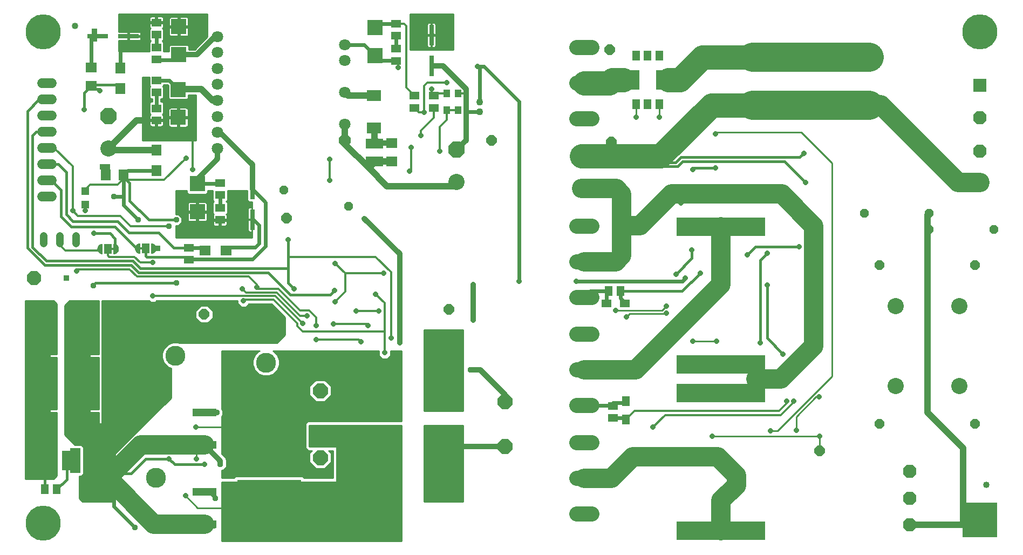
<source format=gtl>
G75*
G70*
%OFA0B0*%
%FSLAX24Y24*%
%IPPOS*%
%LPD*%
%AMOC8*
5,1,8,0,0,1.08239X$1,22.5*
%
%ADD10C,0.1000*%
%ADD11OC8,0.0600*%
%ADD12OC8,0.0827*%
%ADD13OC8,0.0540*%
%ADD14R,0.0827X0.0827*%
%ADD15C,0.0400*%
%ADD16C,0.0930*%
%ADD17R,0.0512X0.0591*%
%ADD18R,0.0591X0.0472*%
%ADD19C,0.0600*%
%ADD20R,0.0472X0.0591*%
%ADD21R,0.0591X0.0512*%
%ADD22R,0.0098X0.0197*%
%ADD23R,0.5512X0.1181*%
%ADD24R,0.1457X0.0512*%
%ADD25R,0.3976X0.3504*%
%ADD26C,0.1236*%
%ADD27OC8,0.1236*%
%ADD28OC8,0.0860*%
%ADD29R,0.0354X0.0354*%
%ADD30OC8,0.0650*%
%ADD31R,0.0591X0.0689*%
%ADD32R,0.0945X0.0945*%
%ADD33R,0.0689X0.0591*%
%ADD34R,0.0300X0.1280*%
%ADD35R,0.1280X0.0300*%
%ADD36R,0.0472X0.0472*%
%ADD37R,0.0630X0.0709*%
%ADD38R,0.0709X0.0630*%
%ADD39R,0.0866X0.0709*%
%ADD40R,0.1063X0.0630*%
%ADD41OC8,0.1000*%
%ADD42R,0.0394X0.0472*%
%ADD43C,0.0709*%
%ADD44OC8,0.0709*%
%ADD45R,0.0710X0.0630*%
%ADD46R,0.0600X0.1200*%
%ADD47R,0.1600X0.0430*%
%ADD48OC8,0.0930*%
%ADD49R,0.0500X0.0600*%
%ADD50R,0.1000X0.1200*%
%ADD51C,0.0000*%
%ADD52C,0.0001*%
%ADD53R,0.0350X0.0100*%
%ADD54R,0.0200X0.0100*%
%ADD55C,0.0480*%
%ADD56C,0.0433*%
%ADD57C,0.0400*%
%ADD58C,0.1800*%
%ADD59C,0.1000*%
%ADD60C,0.1500*%
%ADD61OC8,0.0317*%
%ADD62C,0.0320*%
%ADD63R,0.2165X0.2165*%
%ADD64OC8,0.0357*%
%ADD65C,0.0120*%
%ADD66C,0.0160*%
%ADD67C,0.0240*%
%ADD68C,0.0100*%
%ADD69C,0.1200*%
%ADD70R,0.0317X0.0317*%
%ADD71C,0.0200*%
%ADD72C,0.0140*%
%ADD73R,0.0357X0.0357*%
%ADD74C,0.2165*%
D10*
X029462Y023075D03*
X007937Y025125D03*
X056569Y015411D03*
X060506Y015411D03*
X060506Y010489D03*
X056569Y010489D03*
D11*
X055587Y008125D03*
X061487Y008125D03*
X061487Y017950D03*
X055587Y017950D03*
D12*
X061780Y023028D03*
X061780Y024978D03*
X061780Y027028D03*
X057462Y005204D03*
X057462Y003550D03*
X057462Y001896D03*
X005864Y015350D03*
X004211Y015350D03*
D13*
X018787Y022575D03*
X022787Y021575D03*
X054662Y021150D03*
X058662Y021150D03*
X058662Y020150D03*
X062662Y020150D03*
D14*
X061780Y029028D03*
D15*
X062173Y004374D03*
X005874Y032721D03*
D16*
X036874Y031378D02*
X037804Y031378D01*
X037804Y029178D02*
X036874Y029178D01*
X036874Y026978D02*
X037804Y026978D01*
X037804Y020354D02*
X036874Y020354D01*
X036874Y018154D02*
X037804Y018154D01*
X037804Y015954D02*
X036874Y015954D01*
X036874Y013661D02*
X037804Y013661D01*
X037804Y011461D02*
X036874Y011461D01*
X036874Y009261D02*
X037804Y009261D01*
X037804Y006968D02*
X036874Y006968D01*
X036874Y004768D02*
X037804Y004768D01*
X037804Y002568D02*
X036874Y002568D01*
D17*
X038838Y016325D03*
X039586Y016325D03*
X004761Y004100D03*
X004013Y004100D03*
D18*
X038717Y015575D03*
X039858Y015575D03*
D19*
X037489Y022666D02*
X036889Y022666D01*
X036889Y024666D02*
X037489Y024666D01*
X004437Y024175D02*
X003837Y024175D01*
X003837Y023175D02*
X004437Y023175D01*
X004437Y022175D02*
X003837Y022175D01*
X003837Y025175D02*
X004437Y025175D01*
X004437Y026175D02*
X003837Y026175D01*
X003837Y027175D02*
X004437Y027175D01*
X004437Y028175D02*
X003837Y028175D01*
X003837Y029175D02*
X004437Y029175D01*
D20*
X039912Y009546D03*
X039912Y008404D03*
D21*
X039112Y008501D03*
X039112Y009249D03*
X014837Y020726D03*
X014837Y021474D03*
X014837Y022276D03*
X014837Y023024D03*
X010912Y026876D03*
X010912Y027624D03*
X010912Y028601D03*
X010912Y029349D03*
X010912Y030626D03*
X010912Y031374D03*
X010912Y032176D03*
X010912Y032924D03*
X025712Y032849D03*
X025712Y032101D03*
X025712Y031299D03*
X025712Y030551D03*
X026837Y028399D03*
X026837Y027651D03*
X028037Y027651D03*
X028037Y028399D03*
X012912Y019024D03*
X012912Y018276D03*
D22*
X054891Y027825D03*
X054984Y027825D03*
D23*
X045787Y020302D03*
X045787Y011798D03*
X045787Y010052D03*
X045787Y001548D03*
D24*
X013889Y001950D03*
X013889Y003950D03*
X013864Y006850D03*
X013864Y008850D03*
D25*
X017840Y007850D03*
X017865Y002950D03*
D26*
X010864Y004800D03*
X017687Y011924D03*
X012089Y012350D03*
X047737Y030776D03*
X054937Y030776D03*
D27*
X054937Y027824D03*
X047737Y027824D03*
X017687Y014876D03*
X009136Y012350D03*
X007911Y004800D03*
D28*
X003362Y017150D03*
D29*
X005362Y017150D03*
D30*
X013862Y014900D03*
X018962Y020850D03*
X028987Y015200D03*
X031612Y025650D03*
X039012Y025525D03*
X038912Y031250D03*
X051887Y006475D03*
D31*
X010912Y023760D03*
X010912Y025040D03*
X008687Y028835D03*
X008687Y030115D03*
D32*
X012287Y030934D03*
X012287Y032666D03*
X012262Y028791D03*
X012262Y027059D03*
X013437Y022966D03*
X013437Y021234D03*
X024412Y030884D03*
X024412Y032616D03*
D33*
X015203Y018850D03*
X013923Y018850D03*
D34*
X016837Y020750D03*
X016837Y022650D03*
X027912Y030225D03*
X027912Y032125D03*
D35*
X009187Y032075D03*
X007287Y032075D03*
D36*
X006512Y022513D03*
X006512Y021687D03*
D37*
X007786Y023500D03*
X008889Y023500D03*
D38*
X006887Y029024D03*
X006887Y030126D03*
D39*
X024362Y028404D03*
X024362Y026396D03*
D40*
X024387Y025451D03*
X024387Y024349D03*
D41*
X029462Y025075D03*
X007937Y027125D03*
D42*
X028862Y027513D03*
X029562Y027513D03*
X029562Y028537D03*
X028862Y028537D03*
D43*
X022549Y028600D03*
X022549Y026631D03*
X022549Y030569D03*
X022549Y031553D03*
X014675Y032045D03*
X014675Y031061D03*
X014675Y030076D03*
X014675Y029092D03*
X014675Y028108D03*
X014675Y027124D03*
X014675Y026139D03*
X014675Y025155D03*
D44*
X022549Y025647D03*
D45*
X025462Y025460D03*
X025462Y024340D03*
D46*
X005377Y005875D03*
X003397Y005875D03*
D47*
X003582Y008925D03*
X006042Y008925D03*
X006042Y012400D03*
X003582Y012400D03*
D48*
X021032Y010181D03*
X021032Y008804D03*
X021032Y007426D03*
X021032Y006048D03*
X032449Y006737D03*
X032449Y009493D03*
D49*
X010237Y018975D03*
X007912Y018950D03*
X040532Y027875D03*
X041262Y027875D03*
X041992Y027875D03*
X041992Y030875D03*
X041262Y030875D03*
X040532Y030875D03*
D50*
X040232Y029375D03*
X042292Y029375D03*
D51*
X010865Y019090D02*
X010882Y019034D01*
X010887Y018975D01*
X010882Y018916D01*
X010865Y018860D01*
X010837Y018808D01*
X010800Y018763D01*
X010754Y018726D01*
X010702Y018698D01*
X010646Y018681D01*
X010587Y018675D01*
X010587Y019275D01*
X010646Y019269D01*
X010702Y019252D01*
X010754Y019224D01*
X010800Y019187D01*
X010837Y019142D01*
X010865Y019090D01*
X010037Y019025D02*
X010037Y018925D01*
X009887Y018925D01*
X009887Y018675D01*
X009829Y018681D01*
X009773Y018698D01*
X009721Y018726D01*
X009675Y018763D01*
X009638Y018808D01*
X009610Y018860D01*
X009593Y018916D01*
X009587Y018975D01*
X009593Y019034D01*
X009610Y019090D01*
X009638Y019142D01*
X009675Y019187D01*
X009721Y019224D01*
X009773Y019252D01*
X009829Y019269D01*
X009887Y019275D01*
X009887Y019025D01*
X010037Y019025D01*
X008562Y018950D02*
X008557Y018891D01*
X008540Y018835D01*
X008512Y018783D01*
X008475Y018738D01*
X008429Y018701D01*
X008377Y018673D01*
X008321Y018656D01*
X008262Y018650D01*
X008262Y018900D01*
X008112Y018900D01*
X008112Y019000D01*
X008262Y019000D01*
X008262Y019250D01*
X008321Y019244D01*
X008377Y019227D01*
X008429Y019199D01*
X008475Y019162D01*
X008512Y019117D01*
X008540Y019065D01*
X008557Y019009D01*
X008562Y018950D01*
X007562Y018650D02*
X007504Y018656D01*
X007448Y018673D01*
X007396Y018701D01*
X007350Y018738D01*
X007313Y018783D01*
X007285Y018835D01*
X007268Y018891D01*
X007262Y018950D01*
X007268Y019009D01*
X007285Y019065D01*
X007313Y019117D01*
X007350Y019162D01*
X007396Y019199D01*
X007448Y019227D01*
X007504Y019244D01*
X007562Y019250D01*
X007562Y018650D01*
D52*
X007560Y018650D01*
X007562Y018651D02*
X007549Y018651D01*
X007539Y018652D02*
X007562Y018652D01*
X007562Y018653D02*
X007529Y018653D01*
X007519Y018654D02*
X007562Y018654D01*
X007562Y018655D02*
X007509Y018655D01*
X007502Y018656D02*
X007562Y018656D01*
X007562Y018657D02*
X007499Y018657D01*
X007496Y018658D02*
X007562Y018658D01*
X007562Y018659D02*
X007492Y018659D01*
X007489Y018660D02*
X007562Y018660D01*
X007562Y018661D02*
X007486Y018661D01*
X007482Y018662D02*
X007562Y018662D01*
X007562Y018663D02*
X007479Y018663D01*
X007476Y018664D02*
X007562Y018664D01*
X007562Y018665D02*
X007473Y018665D01*
X007469Y018666D02*
X007562Y018666D01*
X007562Y018667D02*
X007466Y018667D01*
X007463Y018668D02*
X007562Y018668D01*
X007562Y018669D02*
X007459Y018669D01*
X007456Y018670D02*
X007562Y018670D01*
X007562Y018671D02*
X007453Y018671D01*
X007450Y018672D02*
X007562Y018672D01*
X007562Y018673D02*
X007447Y018673D01*
X007445Y018674D02*
X007562Y018674D01*
X007562Y018675D02*
X007443Y018675D01*
X007441Y018676D02*
X007562Y018676D01*
X007562Y018677D02*
X007439Y018677D01*
X007438Y018678D02*
X007562Y018678D01*
X007562Y018679D02*
X007436Y018679D01*
X007434Y018680D02*
X007562Y018680D01*
X007562Y018681D02*
X007432Y018681D01*
X007430Y018682D02*
X007562Y018682D01*
X007562Y018683D02*
X007428Y018683D01*
X007426Y018684D02*
X007562Y018684D01*
X007562Y018685D02*
X007424Y018685D01*
X007423Y018686D02*
X007562Y018686D01*
X007562Y018687D02*
X007421Y018687D01*
X007419Y018688D02*
X007562Y018688D01*
X007562Y018689D02*
X007417Y018689D01*
X007415Y018690D02*
X007562Y018690D01*
X007562Y018691D02*
X007413Y018691D01*
X007411Y018692D02*
X007562Y018692D01*
X007562Y018693D02*
X007409Y018693D01*
X007408Y018694D02*
X007562Y018694D01*
X007562Y018695D02*
X007406Y018695D01*
X007404Y018696D02*
X007562Y018696D01*
X007562Y018697D02*
X007402Y018697D01*
X007400Y018698D02*
X007562Y018698D01*
X007562Y018699D02*
X007398Y018699D01*
X007396Y018700D02*
X007562Y018700D01*
X007562Y018701D02*
X007395Y018701D01*
X007394Y018702D02*
X007562Y018702D01*
X007562Y018703D02*
X007393Y018703D01*
X007391Y018704D02*
X007562Y018704D01*
X007562Y018705D02*
X007390Y018705D01*
X007389Y018706D02*
X007562Y018706D01*
X007562Y018707D02*
X007388Y018707D01*
X007386Y018708D02*
X007562Y018708D01*
X007562Y018709D02*
X007385Y018709D01*
X007384Y018710D02*
X007562Y018710D01*
X007562Y018711D02*
X007383Y018711D01*
X007382Y018712D02*
X007562Y018712D01*
X007562Y018713D02*
X007380Y018713D01*
X007379Y018714D02*
X007562Y018714D01*
X007562Y018715D02*
X007378Y018715D01*
X007377Y018716D02*
X007562Y018716D01*
X007562Y018717D02*
X007376Y018717D01*
X007374Y018718D02*
X007562Y018718D01*
X007562Y018719D02*
X007373Y018719D01*
X007372Y018720D02*
X007562Y018720D01*
X007562Y018721D02*
X007371Y018721D01*
X007369Y018722D02*
X007562Y018722D01*
X007562Y018723D02*
X007368Y018723D01*
X007367Y018724D02*
X007562Y018724D01*
X007562Y018725D02*
X007366Y018725D01*
X007365Y018726D02*
X007562Y018726D01*
X007562Y018727D02*
X007363Y018727D01*
X007362Y018728D02*
X007562Y018728D01*
X007562Y018729D02*
X007361Y018729D01*
X007360Y018730D02*
X007562Y018730D01*
X007562Y018731D02*
X007358Y018731D01*
X007357Y018732D02*
X007562Y018732D01*
X007562Y018733D02*
X007356Y018733D01*
X007355Y018734D02*
X007562Y018734D01*
X007562Y018735D02*
X007354Y018735D01*
X007352Y018736D02*
X007562Y018736D01*
X007562Y018737D02*
X007351Y018737D01*
X007350Y018738D02*
X007562Y018738D01*
X007562Y018739D02*
X007349Y018739D01*
X007348Y018740D02*
X007562Y018740D01*
X007562Y018741D02*
X007348Y018741D01*
X007347Y018742D02*
X007562Y018742D01*
X007562Y018743D02*
X007346Y018743D01*
X007345Y018744D02*
X007562Y018744D01*
X007562Y018745D02*
X007344Y018745D01*
X007344Y018746D02*
X007562Y018746D01*
X007562Y018747D02*
X007343Y018747D01*
X007342Y018748D02*
X007562Y018748D01*
X007562Y018749D02*
X007341Y018749D01*
X007340Y018750D02*
X007562Y018750D01*
X007562Y018751D02*
X007339Y018751D01*
X007339Y018752D02*
X007562Y018752D01*
X007562Y018753D02*
X007338Y018753D01*
X007337Y018754D02*
X007562Y018754D01*
X007562Y018755D02*
X007336Y018755D01*
X007335Y018756D02*
X007562Y018756D01*
X007562Y018757D02*
X007334Y018757D01*
X007334Y018758D02*
X007562Y018758D01*
X007562Y018759D02*
X007333Y018759D01*
X007332Y018760D02*
X007562Y018760D01*
X007562Y018761D02*
X007331Y018761D01*
X007330Y018762D02*
X007562Y018762D01*
X007562Y018763D02*
X007330Y018763D01*
X007329Y018764D02*
X007562Y018764D01*
X007562Y018765D02*
X007328Y018765D01*
X007327Y018766D02*
X007562Y018766D01*
X007562Y018767D02*
X007326Y018767D01*
X007325Y018768D02*
X007562Y018768D01*
X007562Y018769D02*
X007325Y018769D01*
X007324Y018770D02*
X007562Y018770D01*
X007562Y018771D02*
X007323Y018771D01*
X007322Y018772D02*
X007562Y018772D01*
X007562Y018773D02*
X007321Y018773D01*
X007321Y018774D02*
X007562Y018774D01*
X007562Y018775D02*
X007320Y018775D01*
X007319Y018776D02*
X007562Y018776D01*
X007562Y018777D02*
X007318Y018777D01*
X007317Y018778D02*
X007562Y018778D01*
X007562Y018779D02*
X007316Y018779D01*
X007316Y018780D02*
X007562Y018780D01*
X007562Y018781D02*
X007315Y018781D01*
X007314Y018782D02*
X007562Y018782D01*
X007562Y018783D02*
X007313Y018783D01*
X007313Y018784D02*
X007562Y018784D01*
X007562Y018785D02*
X007312Y018785D01*
X007312Y018786D02*
X007562Y018786D01*
X007562Y018787D02*
X007311Y018787D01*
X007310Y018788D02*
X007562Y018788D01*
X007562Y018789D02*
X007310Y018789D01*
X007309Y018790D02*
X007562Y018790D01*
X007562Y018791D02*
X007309Y018791D01*
X007308Y018792D02*
X007562Y018792D01*
X007562Y018793D02*
X007308Y018793D01*
X007307Y018794D02*
X007562Y018794D01*
X007562Y018795D02*
X007307Y018795D01*
X007306Y018796D02*
X007562Y018796D01*
X007562Y018797D02*
X007306Y018797D01*
X007305Y018798D02*
X007562Y018798D01*
X007562Y018799D02*
X007305Y018799D01*
X007304Y018800D02*
X007562Y018800D01*
X007562Y018801D02*
X007304Y018801D01*
X007303Y018802D02*
X007562Y018802D01*
X007562Y018803D02*
X007302Y018803D01*
X007302Y018804D02*
X007562Y018804D01*
X007562Y018805D02*
X007301Y018805D01*
X007301Y018806D02*
X007562Y018806D01*
X007562Y018807D02*
X007300Y018807D01*
X007300Y018808D02*
X007562Y018808D01*
X007562Y018809D02*
X007299Y018809D01*
X007299Y018810D02*
X007562Y018810D01*
X007562Y018811D02*
X007298Y018811D01*
X007298Y018812D02*
X007562Y018812D01*
X007562Y018813D02*
X007297Y018813D01*
X007297Y018814D02*
X007562Y018814D01*
X007562Y018815D02*
X007296Y018815D01*
X007296Y018816D02*
X007562Y018816D01*
X007562Y018817D02*
X007295Y018817D01*
X007294Y018818D02*
X007562Y018818D01*
X007562Y018819D02*
X007294Y018819D01*
X007293Y018820D02*
X007562Y018820D01*
X007562Y018821D02*
X007293Y018821D01*
X007292Y018822D02*
X007562Y018822D01*
X007562Y018823D02*
X007292Y018823D01*
X007291Y018824D02*
X007562Y018824D01*
X007562Y018825D02*
X007291Y018825D01*
X007290Y018826D02*
X007562Y018826D01*
X007562Y018827D02*
X007290Y018827D01*
X007289Y018828D02*
X007562Y018828D01*
X007562Y018829D02*
X007289Y018829D01*
X007288Y018830D02*
X007562Y018830D01*
X007562Y018831D02*
X007287Y018831D01*
X007287Y018832D02*
X007562Y018832D01*
X007562Y018833D02*
X007286Y018833D01*
X007286Y018834D02*
X007562Y018834D01*
X007562Y018835D02*
X007285Y018835D01*
X007285Y018836D02*
X007562Y018836D01*
X007562Y018837D02*
X007285Y018837D01*
X007284Y018838D02*
X007562Y018838D01*
X007562Y018839D02*
X007284Y018839D01*
X007284Y018840D02*
X007562Y018840D01*
X007562Y018841D02*
X007284Y018841D01*
X007283Y018842D02*
X007562Y018842D01*
X007562Y018843D02*
X007283Y018843D01*
X007283Y018844D02*
X007562Y018844D01*
X007562Y018845D02*
X007282Y018845D01*
X007282Y018846D02*
X007562Y018846D01*
X007562Y018847D02*
X007282Y018847D01*
X007281Y018848D02*
X007562Y018848D01*
X007562Y018849D02*
X007281Y018849D01*
X007281Y018850D02*
X007562Y018850D01*
X007562Y018851D02*
X007280Y018851D01*
X007280Y018852D02*
X007562Y018852D01*
X007562Y018853D02*
X007280Y018853D01*
X007280Y018854D02*
X007562Y018854D01*
X007562Y018855D02*
X007279Y018855D01*
X007279Y018856D02*
X007562Y018856D01*
X007562Y018857D02*
X007279Y018857D01*
X007278Y018858D02*
X007562Y018858D01*
X007562Y018859D02*
X007278Y018859D01*
X007278Y018860D02*
X007562Y018860D01*
X007562Y018861D02*
X007277Y018861D01*
X007277Y018862D02*
X007562Y018862D01*
X007562Y018863D02*
X007277Y018863D01*
X007277Y018864D02*
X007562Y018864D01*
X007562Y018865D02*
X007276Y018865D01*
X007276Y018866D02*
X007562Y018866D01*
X007562Y018867D02*
X007276Y018867D01*
X007275Y018868D02*
X007562Y018868D01*
X007562Y018869D02*
X007275Y018869D01*
X007275Y018870D02*
X007562Y018870D01*
X007562Y018871D02*
X007274Y018871D01*
X007274Y018872D02*
X007562Y018872D01*
X007562Y018873D02*
X007274Y018873D01*
X007274Y018874D02*
X007562Y018874D01*
X007562Y018875D02*
X007273Y018875D01*
X007273Y018876D02*
X007562Y018876D01*
X007562Y018877D02*
X007273Y018877D01*
X007272Y018878D02*
X007562Y018878D01*
X007562Y018879D02*
X007272Y018879D01*
X007272Y018880D02*
X007562Y018880D01*
X007562Y018881D02*
X007271Y018881D01*
X007271Y018882D02*
X007562Y018882D01*
X007562Y018883D02*
X007271Y018883D01*
X007270Y018884D02*
X007562Y018884D01*
X007562Y018885D02*
X007270Y018885D01*
X007270Y018886D02*
X007562Y018886D01*
X007562Y018887D02*
X007270Y018887D01*
X007269Y018888D02*
X007562Y018888D01*
X007562Y018889D02*
X007269Y018889D01*
X007269Y018890D02*
X007562Y018890D01*
X007562Y018891D02*
X007268Y018891D01*
X007268Y018892D02*
X007562Y018892D01*
X007562Y018893D02*
X007268Y018893D01*
X007268Y018894D02*
X007562Y018894D01*
X007562Y018895D02*
X007268Y018895D01*
X007268Y018896D02*
X007562Y018896D01*
X007562Y018897D02*
X007268Y018897D01*
X007268Y018898D02*
X007562Y018898D01*
X007562Y018899D02*
X007267Y018899D01*
X007267Y018900D02*
X007562Y018900D01*
X007562Y018901D02*
X007267Y018901D01*
X007267Y018902D02*
X007562Y018902D01*
X007562Y018903D02*
X007267Y018903D01*
X007267Y018904D02*
X007562Y018904D01*
X007562Y018905D02*
X007267Y018905D01*
X007267Y018906D02*
X007562Y018906D01*
X007562Y018907D02*
X007267Y018907D01*
X007267Y018908D02*
X007562Y018908D01*
X007562Y018909D02*
X007267Y018909D01*
X007266Y018910D02*
X007562Y018910D01*
X007562Y018911D02*
X007266Y018911D01*
X007266Y018912D02*
X007562Y018912D01*
X007562Y018913D02*
X007266Y018913D01*
X007266Y018914D02*
X007562Y018914D01*
X007562Y018915D02*
X007266Y018915D01*
X007266Y018916D02*
X007562Y018916D01*
X007562Y018917D02*
X007266Y018917D01*
X007266Y018918D02*
X007562Y018918D01*
X007562Y018919D02*
X007266Y018919D01*
X007265Y018920D02*
X007562Y018920D01*
X007562Y018921D02*
X007265Y018921D01*
X007265Y018922D02*
X007562Y018922D01*
X007562Y018923D02*
X007265Y018923D01*
X007265Y018924D02*
X007562Y018924D01*
X007562Y018925D02*
X007265Y018925D01*
X007265Y018926D02*
X007562Y018926D01*
X007562Y018927D02*
X007265Y018927D01*
X007265Y018928D02*
X007562Y018928D01*
X007562Y018929D02*
X007265Y018929D01*
X007264Y018930D02*
X007562Y018930D01*
X007562Y018931D02*
X007264Y018931D01*
X007264Y018932D02*
X007562Y018932D01*
X007562Y018933D02*
X007264Y018933D01*
X007264Y018934D02*
X007562Y018934D01*
X007562Y018935D02*
X007264Y018935D01*
X007264Y018936D02*
X007562Y018936D01*
X007562Y018937D02*
X007264Y018937D01*
X007264Y018938D02*
X007562Y018938D01*
X007562Y018939D02*
X007264Y018939D01*
X007263Y018940D02*
X007562Y018940D01*
X007562Y018941D02*
X007263Y018941D01*
X007263Y018942D02*
X007562Y018942D01*
X007562Y018943D02*
X007263Y018943D01*
X007263Y018944D02*
X007562Y018944D01*
X007562Y018945D02*
X007263Y018945D01*
X007263Y018946D02*
X007562Y018946D01*
X007562Y018947D02*
X007263Y018947D01*
X007263Y018948D02*
X007562Y018948D01*
X007562Y018949D02*
X007263Y018949D01*
X007262Y018950D02*
X007562Y018950D01*
X007562Y018951D02*
X007263Y018951D01*
X007263Y018952D02*
X007562Y018952D01*
X007562Y018953D02*
X007263Y018953D01*
X007263Y018954D02*
X007562Y018954D01*
X007562Y018955D02*
X007263Y018955D01*
X007263Y018956D02*
X007562Y018956D01*
X007562Y018957D02*
X007263Y018957D01*
X007263Y018958D02*
X007562Y018958D01*
X007562Y018959D02*
X007263Y018959D01*
X007263Y018960D02*
X007562Y018960D01*
X007562Y018961D02*
X007264Y018961D01*
X007264Y018962D02*
X007562Y018962D01*
X007562Y018963D02*
X007264Y018963D01*
X007264Y018964D02*
X007562Y018964D01*
X007562Y018965D02*
X007264Y018965D01*
X007264Y018966D02*
X007562Y018966D01*
X007562Y018967D02*
X007264Y018967D01*
X007264Y018968D02*
X007562Y018968D01*
X007562Y018969D02*
X007264Y018969D01*
X007264Y018970D02*
X007562Y018970D01*
X007562Y018971D02*
X007265Y018971D01*
X007265Y018972D02*
X007562Y018972D01*
X007562Y018973D02*
X007265Y018973D01*
X007265Y018974D02*
X007562Y018974D01*
X007562Y018975D02*
X007265Y018975D01*
X007265Y018976D02*
X007562Y018976D01*
X007562Y018977D02*
X007265Y018977D01*
X007265Y018978D02*
X007562Y018978D01*
X007562Y018979D02*
X007265Y018979D01*
X007265Y018980D02*
X007562Y018980D01*
X007562Y018981D02*
X007266Y018981D01*
X007266Y018982D02*
X007562Y018982D01*
X007562Y018983D02*
X007266Y018983D01*
X007266Y018984D02*
X007562Y018984D01*
X007562Y018985D02*
X007266Y018985D01*
X007266Y018986D02*
X007562Y018986D01*
X007562Y018987D02*
X007266Y018987D01*
X007266Y018988D02*
X007562Y018988D01*
X007562Y018989D02*
X007266Y018989D01*
X007266Y018990D02*
X007562Y018990D01*
X007562Y018991D02*
X007266Y018991D01*
X007267Y018992D02*
X007562Y018992D01*
X007562Y018993D02*
X007267Y018993D01*
X007267Y018994D02*
X007562Y018994D01*
X007562Y018995D02*
X007267Y018995D01*
X007267Y018996D02*
X007562Y018996D01*
X007562Y018997D02*
X007267Y018997D01*
X007267Y018998D02*
X007562Y018998D01*
X007562Y018999D02*
X007267Y018999D01*
X007267Y019000D02*
X007562Y019000D01*
X007562Y019001D02*
X007267Y019001D01*
X007268Y019002D02*
X007562Y019002D01*
X007562Y019003D02*
X007268Y019003D01*
X007268Y019004D02*
X007562Y019004D01*
X007562Y019005D02*
X007268Y019005D01*
X007268Y019006D02*
X007562Y019006D01*
X007562Y019007D02*
X007268Y019007D01*
X007268Y019008D02*
X007562Y019008D01*
X007562Y019009D02*
X007268Y019009D01*
X007269Y019010D02*
X007562Y019010D01*
X007562Y019011D02*
X007269Y019011D01*
X007269Y019012D02*
X007562Y019012D01*
X007562Y019013D02*
X007270Y019013D01*
X007270Y019014D02*
X007562Y019014D01*
X007562Y019015D02*
X007270Y019015D01*
X007270Y019016D02*
X007562Y019016D01*
X007562Y019017D02*
X007271Y019017D01*
X007271Y019018D02*
X007562Y019018D01*
X007562Y019019D02*
X007271Y019019D01*
X007272Y019020D02*
X007562Y019020D01*
X007562Y019021D02*
X007272Y019021D01*
X007272Y019022D02*
X007562Y019022D01*
X007562Y019023D02*
X007273Y019023D01*
X007273Y019024D02*
X007562Y019024D01*
X007562Y019025D02*
X007273Y019025D01*
X007274Y019026D02*
X007562Y019026D01*
X007562Y019027D02*
X007274Y019027D01*
X007274Y019028D02*
X007562Y019028D01*
X007562Y019029D02*
X007274Y019029D01*
X007275Y019030D02*
X007562Y019030D01*
X007562Y019031D02*
X007275Y019031D01*
X007275Y019032D02*
X007562Y019032D01*
X007562Y019033D02*
X007276Y019033D01*
X007276Y019034D02*
X007562Y019034D01*
X007562Y019035D02*
X007276Y019035D01*
X007277Y019036D02*
X007562Y019036D01*
X007562Y019037D02*
X007277Y019037D01*
X007277Y019038D02*
X007562Y019038D01*
X007562Y019039D02*
X007277Y019039D01*
X007278Y019040D02*
X007562Y019040D01*
X007562Y019041D02*
X007278Y019041D01*
X007278Y019042D02*
X007562Y019042D01*
X007562Y019043D02*
X007279Y019043D01*
X007279Y019044D02*
X007562Y019044D01*
X007562Y019045D02*
X007279Y019045D01*
X007280Y019046D02*
X007562Y019046D01*
X007562Y019047D02*
X007280Y019047D01*
X007280Y019048D02*
X007562Y019048D01*
X007562Y019049D02*
X007280Y019049D01*
X007281Y019050D02*
X007562Y019050D01*
X007562Y019051D02*
X007281Y019051D01*
X007281Y019052D02*
X007562Y019052D01*
X007562Y019053D02*
X007282Y019053D01*
X007282Y019054D02*
X007562Y019054D01*
X007562Y019055D02*
X007282Y019055D01*
X007283Y019056D02*
X007562Y019056D01*
X007562Y019057D02*
X007283Y019057D01*
X007283Y019058D02*
X007562Y019058D01*
X007562Y019059D02*
X007284Y019059D01*
X007284Y019060D02*
X007562Y019060D01*
X007562Y019061D02*
X007284Y019061D01*
X007284Y019062D02*
X007562Y019062D01*
X007562Y019063D02*
X007285Y019063D01*
X007285Y019064D02*
X007562Y019064D01*
X007562Y019065D02*
X007285Y019065D01*
X007286Y019066D02*
X007562Y019066D01*
X007562Y019067D02*
X007286Y019067D01*
X007287Y019068D02*
X007562Y019068D01*
X007562Y019069D02*
X007287Y019069D01*
X007288Y019070D02*
X007562Y019070D01*
X007562Y019071D02*
X007289Y019071D01*
X007289Y019072D02*
X007562Y019072D01*
X007562Y019073D02*
X007290Y019073D01*
X007290Y019074D02*
X007562Y019074D01*
X007562Y019075D02*
X007291Y019075D01*
X007291Y019076D02*
X007562Y019076D01*
X007562Y019077D02*
X007292Y019077D01*
X007292Y019078D02*
X007562Y019078D01*
X007562Y019079D02*
X007293Y019079D01*
X007293Y019080D02*
X007562Y019080D01*
X007562Y019081D02*
X007294Y019081D01*
X007294Y019082D02*
X007562Y019082D01*
X007562Y019083D02*
X007295Y019083D01*
X007295Y019084D02*
X007562Y019084D01*
X007562Y019085D02*
X007296Y019085D01*
X007297Y019086D02*
X007562Y019086D01*
X007562Y019087D02*
X007297Y019087D01*
X007298Y019088D02*
X007562Y019088D01*
X007562Y019089D02*
X007298Y019089D01*
X007299Y019090D02*
X007562Y019090D01*
X007562Y019091D02*
X007299Y019091D01*
X007300Y019092D02*
X007562Y019092D01*
X007562Y019093D02*
X007300Y019093D01*
X007301Y019094D02*
X007562Y019094D01*
X007562Y019095D02*
X007301Y019095D01*
X007302Y019096D02*
X007562Y019096D01*
X007562Y019097D02*
X007302Y019097D01*
X007303Y019098D02*
X007562Y019098D01*
X007562Y019099D02*
X007303Y019099D01*
X007304Y019100D02*
X007562Y019100D01*
X007562Y019101D02*
X007305Y019101D01*
X007305Y019102D02*
X007562Y019102D01*
X007562Y019103D02*
X007306Y019103D01*
X007306Y019104D02*
X007562Y019104D01*
X007562Y019105D02*
X007307Y019105D01*
X007307Y019106D02*
X007562Y019106D01*
X007562Y019107D02*
X007308Y019107D01*
X007308Y019108D02*
X007562Y019108D01*
X007562Y019109D02*
X007309Y019109D01*
X007309Y019110D02*
X007562Y019110D01*
X007562Y019111D02*
X007310Y019111D01*
X007310Y019112D02*
X007562Y019112D01*
X007562Y019113D02*
X007311Y019113D01*
X007312Y019114D02*
X007562Y019114D01*
X007562Y019115D02*
X007312Y019115D01*
X007313Y019116D02*
X007562Y019116D01*
X007562Y019117D02*
X007313Y019117D01*
X007314Y019118D02*
X007562Y019118D01*
X007562Y019119D02*
X007315Y019119D01*
X007316Y019120D02*
X007562Y019120D01*
X007562Y019121D02*
X007316Y019121D01*
X007317Y019122D02*
X007562Y019122D01*
X007562Y019123D02*
X007318Y019123D01*
X007319Y019124D02*
X007562Y019124D01*
X007562Y019125D02*
X007320Y019125D01*
X007321Y019126D02*
X007562Y019126D01*
X007562Y019127D02*
X007321Y019127D01*
X007322Y019128D02*
X007562Y019128D01*
X007562Y019129D02*
X007323Y019129D01*
X007324Y019130D02*
X007562Y019130D01*
X007562Y019131D02*
X007325Y019131D01*
X007325Y019132D02*
X007562Y019132D01*
X007562Y019133D02*
X007326Y019133D01*
X007327Y019134D02*
X007562Y019134D01*
X007562Y019135D02*
X007328Y019135D01*
X007329Y019136D02*
X007562Y019136D01*
X007562Y019137D02*
X007330Y019137D01*
X007330Y019138D02*
X007562Y019138D01*
X007562Y019139D02*
X007331Y019139D01*
X007332Y019140D02*
X007562Y019140D01*
X007562Y019141D02*
X007333Y019141D01*
X007334Y019142D02*
X007562Y019142D01*
X007562Y019143D02*
X007334Y019143D01*
X007335Y019144D02*
X007562Y019144D01*
X007562Y019145D02*
X007336Y019145D01*
X007337Y019146D02*
X007562Y019146D01*
X007562Y019147D02*
X007338Y019147D01*
X007339Y019148D02*
X007562Y019148D01*
X007562Y019149D02*
X007339Y019149D01*
X007340Y019150D02*
X007562Y019150D01*
X007562Y019151D02*
X007341Y019151D01*
X007342Y019152D02*
X007562Y019152D01*
X007562Y019153D02*
X007343Y019153D01*
X007343Y019154D02*
X007562Y019154D01*
X007562Y019155D02*
X007344Y019155D01*
X007345Y019156D02*
X007562Y019156D01*
X007562Y019157D02*
X007346Y019157D01*
X007347Y019158D02*
X007562Y019158D01*
X007562Y019159D02*
X007348Y019159D01*
X007348Y019160D02*
X007562Y019160D01*
X007562Y019161D02*
X007349Y019161D01*
X007350Y019162D02*
X007562Y019162D01*
X007562Y019163D02*
X007351Y019163D01*
X007352Y019164D02*
X007562Y019164D01*
X007562Y019165D02*
X007354Y019165D01*
X007355Y019166D02*
X007562Y019166D01*
X007562Y019167D02*
X007356Y019167D01*
X007357Y019168D02*
X007562Y019168D01*
X007562Y019169D02*
X007358Y019169D01*
X007360Y019170D02*
X007562Y019170D01*
X007562Y019171D02*
X007361Y019171D01*
X007362Y019172D02*
X007562Y019172D01*
X007562Y019173D02*
X007363Y019173D01*
X007365Y019174D02*
X007562Y019174D01*
X007562Y019175D02*
X007366Y019175D01*
X007367Y019176D02*
X007562Y019176D01*
X007562Y019177D02*
X007368Y019177D01*
X007369Y019178D02*
X007562Y019178D01*
X007562Y019179D02*
X007371Y019179D01*
X007372Y019180D02*
X007562Y019180D01*
X007562Y019181D02*
X007373Y019181D01*
X007374Y019182D02*
X007562Y019182D01*
X007562Y019183D02*
X007375Y019183D01*
X007377Y019184D02*
X007562Y019184D01*
X007562Y019185D02*
X007378Y019185D01*
X007379Y019186D02*
X007562Y019186D01*
X007562Y019187D02*
X007380Y019187D01*
X007382Y019188D02*
X007562Y019188D01*
X007562Y019189D02*
X007383Y019189D01*
X007384Y019190D02*
X007562Y019190D01*
X007562Y019191D02*
X007385Y019191D01*
X007386Y019192D02*
X007562Y019192D01*
X007562Y019193D02*
X007388Y019193D01*
X007389Y019194D02*
X007562Y019194D01*
X007562Y019195D02*
X007390Y019195D01*
X007391Y019196D02*
X007562Y019196D01*
X007562Y019197D02*
X007393Y019197D01*
X007394Y019198D02*
X007562Y019198D01*
X007562Y019199D02*
X007395Y019199D01*
X007396Y019200D02*
X007562Y019200D01*
X007562Y019201D02*
X007398Y019201D01*
X007400Y019202D02*
X007562Y019202D01*
X007562Y019203D02*
X007402Y019203D01*
X007404Y019204D02*
X007562Y019204D01*
X007562Y019205D02*
X007406Y019205D01*
X007408Y019206D02*
X007562Y019206D01*
X007562Y019207D02*
X007409Y019207D01*
X007411Y019208D02*
X007562Y019208D01*
X007562Y019209D02*
X007413Y019209D01*
X007415Y019210D02*
X007562Y019210D01*
X007562Y019211D02*
X007417Y019211D01*
X007419Y019212D02*
X007562Y019212D01*
X007562Y019213D02*
X007421Y019213D01*
X007423Y019214D02*
X007562Y019214D01*
X007562Y019215D02*
X007424Y019215D01*
X007426Y019216D02*
X007562Y019216D01*
X007562Y019217D02*
X007428Y019217D01*
X007430Y019218D02*
X007562Y019218D01*
X007562Y019219D02*
X007432Y019219D01*
X007434Y019220D02*
X007562Y019220D01*
X007562Y019221D02*
X007436Y019221D01*
X007437Y019222D02*
X007562Y019222D01*
X007562Y019223D02*
X007439Y019223D01*
X007441Y019224D02*
X007562Y019224D01*
X007562Y019225D02*
X007443Y019225D01*
X007445Y019226D02*
X007562Y019226D01*
X007562Y019227D02*
X007447Y019227D01*
X007449Y019228D02*
X007562Y019228D01*
X007562Y019229D02*
X007453Y019229D01*
X007456Y019230D02*
X007562Y019230D01*
X007562Y019231D02*
X007459Y019231D01*
X007463Y019232D02*
X007562Y019232D01*
X007562Y019233D02*
X007466Y019233D01*
X007469Y019234D02*
X007562Y019234D01*
X007562Y019235D02*
X007473Y019235D01*
X007476Y019236D02*
X007562Y019236D01*
X007562Y019237D02*
X007479Y019237D01*
X007482Y019238D02*
X007562Y019238D01*
X007562Y019239D02*
X007486Y019239D01*
X007489Y019240D02*
X007562Y019240D01*
X007562Y019241D02*
X007492Y019241D01*
X007496Y019242D02*
X007562Y019242D01*
X007562Y019243D02*
X007499Y019243D01*
X007502Y019244D02*
X007562Y019244D01*
X007562Y019245D02*
X007509Y019245D01*
X007519Y019246D02*
X007562Y019246D01*
X007562Y019247D02*
X007529Y019247D01*
X007539Y019248D02*
X007562Y019248D01*
X007562Y019249D02*
X007549Y019249D01*
X007559Y019250D02*
X007562Y019250D01*
X008112Y019000D02*
X008558Y019000D01*
X008557Y019001D02*
X008262Y019001D01*
X008262Y019002D02*
X008557Y019002D01*
X008557Y019003D02*
X008262Y019003D01*
X008262Y019004D02*
X008557Y019004D01*
X008557Y019005D02*
X008262Y019005D01*
X008262Y019006D02*
X008557Y019006D01*
X008557Y019007D02*
X008262Y019007D01*
X008262Y019008D02*
X008557Y019008D01*
X008557Y019009D02*
X008262Y019009D01*
X008262Y019010D02*
X008556Y019010D01*
X008556Y019011D02*
X008262Y019011D01*
X008262Y019012D02*
X008556Y019012D01*
X008555Y019013D02*
X008262Y019013D01*
X008262Y019014D02*
X008555Y019014D01*
X008555Y019015D02*
X008262Y019015D01*
X008262Y019016D02*
X008554Y019016D01*
X008554Y019017D02*
X008262Y019017D01*
X008262Y019018D02*
X008554Y019018D01*
X008554Y019019D02*
X008262Y019019D01*
X008262Y019020D02*
X008553Y019020D01*
X008553Y019021D02*
X008262Y019021D01*
X008262Y019022D02*
X008553Y019022D01*
X008552Y019023D02*
X008262Y019023D01*
X008262Y019024D02*
X008552Y019024D01*
X008552Y019025D02*
X008262Y019025D01*
X008262Y019026D02*
X008551Y019026D01*
X008551Y019027D02*
X008262Y019027D01*
X008262Y019028D02*
X008551Y019028D01*
X008551Y019029D02*
X008262Y019029D01*
X008262Y019030D02*
X008550Y019030D01*
X008550Y019031D02*
X008262Y019031D01*
X008262Y019032D02*
X008550Y019032D01*
X008549Y019033D02*
X008262Y019033D01*
X008262Y019034D02*
X008549Y019034D01*
X008549Y019035D02*
X008262Y019035D01*
X008262Y019036D02*
X008548Y019036D01*
X008548Y019037D02*
X008262Y019037D01*
X008262Y019038D02*
X008548Y019038D01*
X008547Y019039D02*
X008262Y019039D01*
X008262Y019040D02*
X008547Y019040D01*
X008547Y019041D02*
X008262Y019041D01*
X008262Y019042D02*
X008547Y019042D01*
X008546Y019043D02*
X008262Y019043D01*
X008262Y019044D02*
X008546Y019044D01*
X008546Y019045D02*
X008262Y019045D01*
X008262Y019046D02*
X008545Y019046D01*
X008545Y019047D02*
X008262Y019047D01*
X008262Y019048D02*
X008545Y019048D01*
X008544Y019049D02*
X008262Y019049D01*
X008262Y019050D02*
X008544Y019050D01*
X008544Y019051D02*
X008262Y019051D01*
X008262Y019052D02*
X008544Y019052D01*
X008543Y019053D02*
X008262Y019053D01*
X008262Y019054D02*
X008543Y019054D01*
X008543Y019055D02*
X008262Y019055D01*
X008262Y019056D02*
X008542Y019056D01*
X008542Y019057D02*
X008262Y019057D01*
X008262Y019058D02*
X008542Y019058D01*
X008541Y019059D02*
X008262Y019059D01*
X008262Y019060D02*
X008541Y019060D01*
X008541Y019061D02*
X008262Y019061D01*
X008262Y019062D02*
X008541Y019062D01*
X008540Y019063D02*
X008262Y019063D01*
X008262Y019064D02*
X008540Y019064D01*
X008540Y019065D02*
X008262Y019065D01*
X008262Y019066D02*
X008539Y019066D01*
X008539Y019067D02*
X008262Y019067D01*
X008262Y019068D02*
X008538Y019068D01*
X008537Y019069D02*
X008262Y019069D01*
X008262Y019070D02*
X008537Y019070D01*
X008536Y019071D02*
X008262Y019071D01*
X008262Y019072D02*
X008536Y019072D01*
X008535Y019073D02*
X008262Y019073D01*
X008262Y019074D02*
X008535Y019074D01*
X008534Y019075D02*
X008262Y019075D01*
X008262Y019076D02*
X008534Y019076D01*
X008533Y019077D02*
X008262Y019077D01*
X008262Y019078D02*
X008533Y019078D01*
X008532Y019079D02*
X008262Y019079D01*
X008262Y019080D02*
X008532Y019080D01*
X008531Y019081D02*
X008262Y019081D01*
X008262Y019082D02*
X008531Y019082D01*
X008530Y019083D02*
X008262Y019083D01*
X008262Y019084D02*
X008529Y019084D01*
X008529Y019085D02*
X008262Y019085D01*
X008262Y019086D02*
X008528Y019086D01*
X008528Y019087D02*
X008262Y019087D01*
X008262Y019088D02*
X008527Y019088D01*
X008527Y019089D02*
X008262Y019089D01*
X008262Y019090D02*
X008526Y019090D01*
X008526Y019091D02*
X008262Y019091D01*
X008262Y019092D02*
X008525Y019092D01*
X008525Y019093D02*
X008262Y019093D01*
X008262Y019094D02*
X008524Y019094D01*
X008524Y019095D02*
X008262Y019095D01*
X008262Y019096D02*
X008523Y019096D01*
X008523Y019097D02*
X008262Y019097D01*
X008262Y019098D02*
X008522Y019098D01*
X008521Y019099D02*
X008262Y019099D01*
X008262Y019100D02*
X008521Y019100D01*
X008520Y019101D02*
X008262Y019101D01*
X008262Y019102D02*
X008520Y019102D01*
X008519Y019103D02*
X008262Y019103D01*
X008262Y019104D02*
X008519Y019104D01*
X008518Y019105D02*
X008262Y019105D01*
X008262Y019106D02*
X008518Y019106D01*
X008517Y019107D02*
X008262Y019107D01*
X008262Y019108D02*
X008517Y019108D01*
X008516Y019109D02*
X008262Y019109D01*
X008262Y019110D02*
X008516Y019110D01*
X008515Y019111D02*
X008262Y019111D01*
X008262Y019112D02*
X008514Y019112D01*
X008514Y019113D02*
X008262Y019113D01*
X008262Y019114D02*
X008513Y019114D01*
X008513Y019115D02*
X008262Y019115D01*
X008262Y019116D02*
X008512Y019116D01*
X008512Y019117D02*
X008262Y019117D01*
X008262Y019118D02*
X008511Y019118D01*
X008510Y019119D02*
X008262Y019119D01*
X008262Y019120D02*
X008509Y019120D01*
X008509Y019121D02*
X008262Y019121D01*
X008262Y019122D02*
X008508Y019122D01*
X008507Y019123D02*
X008262Y019123D01*
X008262Y019124D02*
X008506Y019124D01*
X008505Y019125D02*
X008262Y019125D01*
X008262Y019126D02*
X008504Y019126D01*
X008504Y019127D02*
X008262Y019127D01*
X008262Y019128D02*
X008503Y019128D01*
X008502Y019129D02*
X008262Y019129D01*
X008262Y019130D02*
X008501Y019130D01*
X008500Y019131D02*
X008262Y019131D01*
X008262Y019132D02*
X008499Y019132D01*
X008499Y019133D02*
X008262Y019133D01*
X008262Y019134D02*
X008498Y019134D01*
X008497Y019135D02*
X008262Y019135D01*
X008262Y019136D02*
X008496Y019136D01*
X008495Y019137D02*
X008262Y019137D01*
X008262Y019138D02*
X008495Y019138D01*
X008494Y019139D02*
X008262Y019139D01*
X008262Y019140D02*
X008493Y019140D01*
X008492Y019141D02*
X008262Y019141D01*
X008262Y019142D02*
X008491Y019142D01*
X008490Y019143D02*
X008262Y019143D01*
X008262Y019144D02*
X008490Y019144D01*
X008489Y019145D02*
X008262Y019145D01*
X008262Y019146D02*
X008488Y019146D01*
X008487Y019147D02*
X008262Y019147D01*
X008262Y019148D02*
X008486Y019148D01*
X008486Y019149D02*
X008262Y019149D01*
X008262Y019150D02*
X008485Y019150D01*
X008484Y019151D02*
X008262Y019151D01*
X008262Y019152D02*
X008483Y019152D01*
X008482Y019153D02*
X008262Y019153D01*
X008262Y019154D02*
X008481Y019154D01*
X008481Y019155D02*
X008262Y019155D01*
X008262Y019156D02*
X008480Y019156D01*
X008479Y019157D02*
X008262Y019157D01*
X008262Y019158D02*
X008478Y019158D01*
X008477Y019159D02*
X008262Y019159D01*
X008262Y019160D02*
X008477Y019160D01*
X008476Y019161D02*
X008262Y019161D01*
X008262Y019162D02*
X008475Y019162D01*
X008474Y019163D02*
X008262Y019163D01*
X008262Y019164D02*
X008473Y019164D01*
X008471Y019165D02*
X008262Y019165D01*
X008262Y019166D02*
X008470Y019166D01*
X008469Y019167D02*
X008262Y019167D01*
X008262Y019168D02*
X008468Y019168D01*
X008467Y019169D02*
X008262Y019169D01*
X008262Y019170D02*
X008465Y019170D01*
X008464Y019171D02*
X008262Y019171D01*
X008262Y019172D02*
X008463Y019172D01*
X008462Y019173D02*
X008262Y019173D01*
X008262Y019174D02*
X008460Y019174D01*
X008459Y019175D02*
X008262Y019175D01*
X008262Y019176D02*
X008458Y019176D01*
X008457Y019177D02*
X008262Y019177D01*
X008262Y019178D02*
X008456Y019178D01*
X008454Y019179D02*
X008262Y019179D01*
X008262Y019180D02*
X008453Y019180D01*
X008452Y019181D02*
X008262Y019181D01*
X008262Y019182D02*
X008451Y019182D01*
X008449Y019183D02*
X008262Y019183D01*
X008262Y019184D02*
X008448Y019184D01*
X008447Y019185D02*
X008262Y019185D01*
X008262Y019186D02*
X008446Y019186D01*
X008445Y019187D02*
X008262Y019187D01*
X008262Y019188D02*
X008443Y019188D01*
X008442Y019189D02*
X008262Y019189D01*
X008262Y019190D02*
X008441Y019190D01*
X008440Y019191D02*
X008262Y019191D01*
X008262Y019192D02*
X008439Y019192D01*
X008437Y019193D02*
X008262Y019193D01*
X008262Y019194D02*
X008436Y019194D01*
X008435Y019195D02*
X008262Y019195D01*
X008262Y019196D02*
X008434Y019196D01*
X008432Y019197D02*
X008262Y019197D01*
X008262Y019198D02*
X008431Y019198D01*
X008430Y019199D02*
X008262Y019199D01*
X008262Y019200D02*
X008429Y019200D01*
X008427Y019201D02*
X008262Y019201D01*
X008262Y019202D02*
X008425Y019202D01*
X008423Y019203D02*
X008262Y019203D01*
X008262Y019204D02*
X008421Y019204D01*
X008419Y019205D02*
X008262Y019205D01*
X008262Y019206D02*
X008417Y019206D01*
X008415Y019207D02*
X008262Y019207D01*
X008262Y019208D02*
X008414Y019208D01*
X008412Y019209D02*
X008262Y019209D01*
X008262Y019210D02*
X008410Y019210D01*
X008408Y019211D02*
X008262Y019211D01*
X008262Y019212D02*
X008406Y019212D01*
X008404Y019213D02*
X008262Y019213D01*
X008262Y019214D02*
X008402Y019214D01*
X008401Y019215D02*
X008262Y019215D01*
X008262Y019216D02*
X008399Y019216D01*
X008397Y019217D02*
X008262Y019217D01*
X008262Y019218D02*
X008395Y019218D01*
X008393Y019219D02*
X008262Y019219D01*
X008262Y019220D02*
X008391Y019220D01*
X008389Y019221D02*
X008262Y019221D01*
X008262Y019222D02*
X008387Y019222D01*
X008386Y019223D02*
X008262Y019223D01*
X008262Y019224D02*
X008384Y019224D01*
X008382Y019225D02*
X008262Y019225D01*
X008262Y019226D02*
X008380Y019226D01*
X008378Y019227D02*
X008262Y019227D01*
X008262Y019228D02*
X008375Y019228D01*
X008372Y019229D02*
X008262Y019229D01*
X008262Y019230D02*
X008369Y019230D01*
X008366Y019231D02*
X008262Y019231D01*
X008262Y019232D02*
X008362Y019232D01*
X008359Y019233D02*
X008262Y019233D01*
X008262Y019234D02*
X008356Y019234D01*
X008352Y019235D02*
X008262Y019235D01*
X008262Y019236D02*
X008349Y019236D01*
X008346Y019237D02*
X008262Y019237D01*
X008262Y019238D02*
X008343Y019238D01*
X008339Y019239D02*
X008262Y019239D01*
X008262Y019240D02*
X008336Y019240D01*
X008333Y019241D02*
X008262Y019241D01*
X008262Y019242D02*
X008329Y019242D01*
X008326Y019243D02*
X008262Y019243D01*
X008262Y019244D02*
X008323Y019244D01*
X008316Y019245D02*
X008262Y019245D01*
X008262Y019246D02*
X008306Y019246D01*
X008296Y019247D02*
X008262Y019247D01*
X008262Y019248D02*
X008286Y019248D01*
X008276Y019249D02*
X008262Y019249D01*
X008262Y019250D02*
X008266Y019250D01*
X008112Y018999D02*
X008558Y018999D01*
X008558Y018998D02*
X008112Y018998D01*
X008112Y018997D02*
X008558Y018997D01*
X008558Y018996D02*
X008112Y018996D01*
X008112Y018995D02*
X008558Y018995D01*
X008558Y018994D02*
X008112Y018994D01*
X008112Y018993D02*
X008558Y018993D01*
X008558Y018992D02*
X008112Y018992D01*
X008112Y018991D02*
X008558Y018991D01*
X008559Y018990D02*
X008112Y018990D01*
X008112Y018989D02*
X008559Y018989D01*
X008559Y018988D02*
X008112Y018988D01*
X008112Y018987D02*
X008559Y018987D01*
X008559Y018986D02*
X008112Y018986D01*
X008112Y018985D02*
X008559Y018985D01*
X008559Y018984D02*
X008112Y018984D01*
X008112Y018983D02*
X008559Y018983D01*
X008559Y018982D02*
X008112Y018982D01*
X008112Y018981D02*
X008559Y018981D01*
X008560Y018980D02*
X008112Y018980D01*
X008112Y018979D02*
X008560Y018979D01*
X008560Y018978D02*
X008112Y018978D01*
X008112Y018977D02*
X008560Y018977D01*
X008560Y018976D02*
X008112Y018976D01*
X008112Y018975D02*
X008560Y018975D01*
X008560Y018974D02*
X008112Y018974D01*
X008112Y018973D02*
X008560Y018973D01*
X008560Y018972D02*
X008112Y018972D01*
X008112Y018971D02*
X008560Y018971D01*
X008560Y018970D02*
X008112Y018970D01*
X008112Y018969D02*
X008561Y018969D01*
X008561Y018968D02*
X008112Y018968D01*
X008112Y018967D02*
X008561Y018967D01*
X008561Y018966D02*
X008112Y018966D01*
X008112Y018965D02*
X008561Y018965D01*
X008561Y018964D02*
X008112Y018964D01*
X008112Y018963D02*
X008561Y018963D01*
X008561Y018962D02*
X008112Y018962D01*
X008112Y018961D02*
X008561Y018961D01*
X008561Y018960D02*
X008112Y018960D01*
X008112Y018959D02*
X008562Y018959D01*
X008562Y018958D02*
X008112Y018958D01*
X008112Y018957D02*
X008562Y018957D01*
X008562Y018956D02*
X008112Y018956D01*
X008112Y018955D02*
X008562Y018955D01*
X008562Y018954D02*
X008112Y018954D01*
X008112Y018953D02*
X008562Y018953D01*
X008562Y018952D02*
X008112Y018952D01*
X008112Y018951D02*
X008562Y018951D01*
X008562Y018950D02*
X008112Y018950D01*
X008112Y018949D02*
X008562Y018949D01*
X008562Y018948D02*
X008112Y018948D01*
X008112Y018947D02*
X008562Y018947D01*
X008562Y018946D02*
X008112Y018946D01*
X008112Y018945D02*
X008562Y018945D01*
X008562Y018944D02*
X008112Y018944D01*
X008112Y018943D02*
X008562Y018943D01*
X008562Y018942D02*
X008112Y018942D01*
X008112Y018941D02*
X008562Y018941D01*
X008561Y018940D02*
X008112Y018940D01*
X008112Y018939D02*
X008561Y018939D01*
X008561Y018938D02*
X008112Y018938D01*
X008112Y018937D02*
X008561Y018937D01*
X008561Y018936D02*
X008112Y018936D01*
X008112Y018935D02*
X008561Y018935D01*
X008561Y018934D02*
X008112Y018934D01*
X008112Y018933D02*
X008561Y018933D01*
X008561Y018932D02*
X008112Y018932D01*
X008112Y018931D02*
X008561Y018931D01*
X008560Y018930D02*
X008112Y018930D01*
X008112Y018929D02*
X008560Y018929D01*
X008560Y018928D02*
X008112Y018928D01*
X008112Y018927D02*
X008560Y018927D01*
X008560Y018926D02*
X008112Y018926D01*
X008112Y018925D02*
X008560Y018925D01*
X008560Y018924D02*
X008112Y018924D01*
X008112Y018923D02*
X008560Y018923D01*
X008560Y018922D02*
X008112Y018922D01*
X008112Y018921D02*
X008560Y018921D01*
X008560Y018920D02*
X008112Y018920D01*
X008112Y018919D02*
X008559Y018919D01*
X008559Y018918D02*
X008112Y018918D01*
X008112Y018917D02*
X008559Y018917D01*
X008559Y018916D02*
X008112Y018916D01*
X008112Y018915D02*
X008559Y018915D01*
X008559Y018914D02*
X008112Y018914D01*
X008112Y018913D02*
X008559Y018913D01*
X008559Y018912D02*
X008112Y018912D01*
X008112Y018911D02*
X008559Y018911D01*
X008559Y018910D02*
X008112Y018910D01*
X008112Y018909D02*
X008558Y018909D01*
X008558Y018908D02*
X008112Y018908D01*
X008112Y018907D02*
X008558Y018907D01*
X008558Y018906D02*
X008112Y018906D01*
X008112Y018905D02*
X008558Y018905D01*
X008558Y018904D02*
X008112Y018904D01*
X008112Y018903D02*
X008558Y018903D01*
X008558Y018902D02*
X008112Y018902D01*
X008112Y018901D02*
X008558Y018901D01*
X008558Y018900D02*
X008112Y018900D01*
X008262Y018899D02*
X008557Y018899D01*
X008557Y018898D02*
X008262Y018898D01*
X008262Y018897D02*
X008557Y018897D01*
X008557Y018896D02*
X008262Y018896D01*
X008262Y018895D02*
X008557Y018895D01*
X008557Y018894D02*
X008262Y018894D01*
X008262Y018893D02*
X008557Y018893D01*
X008557Y018892D02*
X008262Y018892D01*
X008262Y018891D02*
X008557Y018891D01*
X008556Y018890D02*
X008262Y018890D01*
X008262Y018889D02*
X008556Y018889D01*
X008556Y018888D02*
X008262Y018888D01*
X008262Y018887D02*
X008555Y018887D01*
X008555Y018886D02*
X008262Y018886D01*
X008262Y018885D02*
X008555Y018885D01*
X008554Y018884D02*
X008262Y018884D01*
X008262Y018883D02*
X008554Y018883D01*
X008554Y018882D02*
X008262Y018882D01*
X008262Y018881D02*
X008554Y018881D01*
X008553Y018880D02*
X008262Y018880D01*
X008262Y018879D02*
X008553Y018879D01*
X008553Y018878D02*
X008262Y018878D01*
X008262Y018877D02*
X008552Y018877D01*
X008552Y018876D02*
X008262Y018876D01*
X008262Y018875D02*
X008552Y018875D01*
X008551Y018874D02*
X008262Y018874D01*
X008262Y018873D02*
X008551Y018873D01*
X008551Y018872D02*
X008262Y018872D01*
X008262Y018871D02*
X008551Y018871D01*
X008550Y018870D02*
X008262Y018870D01*
X008262Y018869D02*
X008550Y018869D01*
X008550Y018868D02*
X008262Y018868D01*
X008262Y018867D02*
X008549Y018867D01*
X008549Y018866D02*
X008262Y018866D01*
X008262Y018865D02*
X008549Y018865D01*
X008548Y018864D02*
X008262Y018864D01*
X008262Y018863D02*
X008548Y018863D01*
X008548Y018862D02*
X008262Y018862D01*
X008262Y018861D02*
X008547Y018861D01*
X008547Y018860D02*
X008262Y018860D01*
X008262Y018859D02*
X008547Y018859D01*
X008547Y018858D02*
X008262Y018858D01*
X008262Y018857D02*
X008546Y018857D01*
X008546Y018856D02*
X008262Y018856D01*
X008262Y018855D02*
X008546Y018855D01*
X008545Y018854D02*
X008262Y018854D01*
X008262Y018853D02*
X008545Y018853D01*
X008545Y018852D02*
X008262Y018852D01*
X008262Y018851D02*
X008544Y018851D01*
X008544Y018850D02*
X008262Y018850D01*
X008262Y018849D02*
X008544Y018849D01*
X008544Y018848D02*
X008262Y018848D01*
X008262Y018847D02*
X008543Y018847D01*
X008543Y018846D02*
X008262Y018846D01*
X008262Y018845D02*
X008543Y018845D01*
X008542Y018844D02*
X008262Y018844D01*
X008262Y018843D02*
X008542Y018843D01*
X008542Y018842D02*
X008262Y018842D01*
X008262Y018841D02*
X008541Y018841D01*
X008541Y018840D02*
X008262Y018840D01*
X008262Y018839D02*
X008541Y018839D01*
X008541Y018838D02*
X008262Y018838D01*
X008262Y018837D02*
X008540Y018837D01*
X008540Y018836D02*
X008262Y018836D01*
X008262Y018835D02*
X008540Y018835D01*
X008539Y018834D02*
X008262Y018834D01*
X008262Y018833D02*
X008539Y018833D01*
X008538Y018832D02*
X008262Y018832D01*
X008262Y018831D02*
X008537Y018831D01*
X008537Y018830D02*
X008262Y018830D01*
X008262Y018829D02*
X008536Y018829D01*
X008536Y018828D02*
X008262Y018828D01*
X008262Y018827D02*
X008535Y018827D01*
X008535Y018826D02*
X008262Y018826D01*
X008262Y018825D02*
X008534Y018825D01*
X008534Y018824D02*
X008262Y018824D01*
X008262Y018823D02*
X008533Y018823D01*
X008533Y018822D02*
X008262Y018822D01*
X008262Y018821D02*
X008532Y018821D01*
X008532Y018820D02*
X008262Y018820D01*
X008262Y018819D02*
X008531Y018819D01*
X008531Y018818D02*
X008262Y018818D01*
X008262Y018817D02*
X008530Y018817D01*
X008529Y018816D02*
X008262Y018816D01*
X008262Y018815D02*
X008529Y018815D01*
X008528Y018814D02*
X008262Y018814D01*
X008262Y018813D02*
X008528Y018813D01*
X008527Y018812D02*
X008262Y018812D01*
X008262Y018811D02*
X008527Y018811D01*
X008526Y018810D02*
X008262Y018810D01*
X008262Y018809D02*
X008526Y018809D01*
X008525Y018808D02*
X008262Y018808D01*
X008262Y018807D02*
X008525Y018807D01*
X008524Y018806D02*
X008262Y018806D01*
X008262Y018805D02*
X008524Y018805D01*
X008523Y018804D02*
X008262Y018804D01*
X008262Y018803D02*
X008522Y018803D01*
X008522Y018802D02*
X008262Y018802D01*
X008262Y018801D02*
X008521Y018801D01*
X008521Y018800D02*
X008262Y018800D01*
X008262Y018799D02*
X008520Y018799D01*
X008520Y018798D02*
X008262Y018798D01*
X008262Y018797D02*
X008519Y018797D01*
X008519Y018796D02*
X008262Y018796D01*
X008262Y018795D02*
X008518Y018795D01*
X008518Y018794D02*
X008262Y018794D01*
X008262Y018793D02*
X008517Y018793D01*
X008517Y018792D02*
X008262Y018792D01*
X008262Y018791D02*
X008516Y018791D01*
X008516Y018790D02*
X008262Y018790D01*
X008262Y018789D02*
X008515Y018789D01*
X008514Y018788D02*
X008262Y018788D01*
X008262Y018787D02*
X008514Y018787D01*
X008513Y018786D02*
X008262Y018786D01*
X008262Y018785D02*
X008513Y018785D01*
X008512Y018784D02*
X008262Y018784D01*
X008262Y018783D02*
X008512Y018783D01*
X008511Y018782D02*
X008262Y018782D01*
X008262Y018781D02*
X008510Y018781D01*
X008509Y018780D02*
X008262Y018780D01*
X008262Y018779D02*
X008508Y018779D01*
X008508Y018778D02*
X008262Y018778D01*
X008262Y018777D02*
X008507Y018777D01*
X008506Y018776D02*
X008262Y018776D01*
X008262Y018775D02*
X008505Y018775D01*
X008504Y018774D02*
X008262Y018774D01*
X008262Y018773D02*
X008504Y018773D01*
X008503Y018772D02*
X008262Y018772D01*
X008262Y018771D02*
X008502Y018771D01*
X008501Y018770D02*
X008262Y018770D01*
X008262Y018769D02*
X008500Y018769D01*
X008499Y018768D02*
X008262Y018768D01*
X008262Y018767D02*
X008499Y018767D01*
X008498Y018766D02*
X008262Y018766D01*
X008262Y018765D02*
X008497Y018765D01*
X008496Y018764D02*
X008262Y018764D01*
X008262Y018763D02*
X008495Y018763D01*
X008495Y018762D02*
X008262Y018762D01*
X008262Y018761D02*
X008494Y018761D01*
X008493Y018760D02*
X008262Y018760D01*
X008262Y018759D02*
X008492Y018759D01*
X008491Y018758D02*
X008262Y018758D01*
X008262Y018757D02*
X008490Y018757D01*
X008490Y018756D02*
X008262Y018756D01*
X008262Y018755D02*
X008489Y018755D01*
X008488Y018754D02*
X008262Y018754D01*
X008262Y018753D02*
X008487Y018753D01*
X008486Y018752D02*
X008262Y018752D01*
X008262Y018751D02*
X008486Y018751D01*
X008485Y018750D02*
X008262Y018750D01*
X008262Y018749D02*
X008484Y018749D01*
X008483Y018748D02*
X008262Y018748D01*
X008262Y018747D02*
X008482Y018747D01*
X008481Y018746D02*
X008262Y018746D01*
X008262Y018745D02*
X008481Y018745D01*
X008480Y018744D02*
X008262Y018744D01*
X008262Y018743D02*
X008479Y018743D01*
X008478Y018742D02*
X008262Y018742D01*
X008262Y018741D02*
X008477Y018741D01*
X008477Y018740D02*
X008262Y018740D01*
X008262Y018739D02*
X008476Y018739D01*
X008475Y018738D02*
X008262Y018738D01*
X008262Y018737D02*
X008474Y018737D01*
X008473Y018736D02*
X008262Y018736D01*
X008262Y018735D02*
X008471Y018735D01*
X008470Y018734D02*
X008262Y018734D01*
X008262Y018733D02*
X008469Y018733D01*
X008468Y018732D02*
X008262Y018732D01*
X008262Y018731D02*
X008466Y018731D01*
X008465Y018730D02*
X008262Y018730D01*
X008262Y018729D02*
X008464Y018729D01*
X008463Y018728D02*
X008262Y018728D01*
X008262Y018727D02*
X008462Y018727D01*
X008460Y018726D02*
X008262Y018726D01*
X008262Y018725D02*
X008459Y018725D01*
X008458Y018724D02*
X008262Y018724D01*
X008262Y018723D02*
X008457Y018723D01*
X008456Y018722D02*
X008262Y018722D01*
X008262Y018721D02*
X008454Y018721D01*
X008453Y018720D02*
X008262Y018720D01*
X008262Y018719D02*
X008452Y018719D01*
X008451Y018718D02*
X008262Y018718D01*
X008262Y018717D02*
X008449Y018717D01*
X008448Y018716D02*
X008262Y018716D01*
X008262Y018715D02*
X008447Y018715D01*
X008446Y018714D02*
X008262Y018714D01*
X008262Y018713D02*
X008445Y018713D01*
X008443Y018712D02*
X008262Y018712D01*
X008262Y018711D02*
X008442Y018711D01*
X008441Y018710D02*
X008262Y018710D01*
X008262Y018709D02*
X008440Y018709D01*
X008438Y018708D02*
X008262Y018708D01*
X008262Y018707D02*
X008437Y018707D01*
X008436Y018706D02*
X008262Y018706D01*
X008262Y018705D02*
X008435Y018705D01*
X008434Y018704D02*
X008262Y018704D01*
X008262Y018703D02*
X008432Y018703D01*
X008431Y018702D02*
X008262Y018702D01*
X008262Y018701D02*
X008430Y018701D01*
X008429Y018700D02*
X008262Y018700D01*
X008262Y018699D02*
X008427Y018699D01*
X008425Y018698D02*
X008262Y018698D01*
X008262Y018697D02*
X008423Y018697D01*
X008421Y018696D02*
X008262Y018696D01*
X008262Y018695D02*
X008419Y018695D01*
X008417Y018694D02*
X008262Y018694D01*
X008262Y018693D02*
X008415Y018693D01*
X008414Y018692D02*
X008262Y018692D01*
X008262Y018691D02*
X008412Y018691D01*
X008410Y018690D02*
X008262Y018690D01*
X008262Y018689D02*
X008408Y018689D01*
X008406Y018688D02*
X008262Y018688D01*
X008262Y018687D02*
X008404Y018687D01*
X008402Y018686D02*
X008262Y018686D01*
X008262Y018685D02*
X008400Y018685D01*
X008399Y018684D02*
X008262Y018684D01*
X008262Y018683D02*
X008397Y018683D01*
X008395Y018682D02*
X008262Y018682D01*
X008262Y018681D02*
X008393Y018681D01*
X008391Y018680D02*
X008262Y018680D01*
X008262Y018679D02*
X008389Y018679D01*
X008387Y018678D02*
X008262Y018678D01*
X008262Y018677D02*
X008386Y018677D01*
X008384Y018676D02*
X008262Y018676D01*
X008262Y018675D02*
X008382Y018675D01*
X008380Y018674D02*
X008262Y018674D01*
X008262Y018673D02*
X008378Y018673D01*
X008375Y018672D02*
X008262Y018672D01*
X008262Y018671D02*
X008372Y018671D01*
X008369Y018670D02*
X008262Y018670D01*
X008262Y018669D02*
X008365Y018669D01*
X008362Y018668D02*
X008262Y018668D01*
X008262Y018667D02*
X008359Y018667D01*
X008356Y018666D02*
X008262Y018666D01*
X008262Y018665D02*
X008352Y018665D01*
X008349Y018664D02*
X008262Y018664D01*
X008262Y018663D02*
X008346Y018663D01*
X008342Y018662D02*
X008262Y018662D01*
X008262Y018661D02*
X008339Y018661D01*
X008336Y018660D02*
X008262Y018660D01*
X008262Y018659D02*
X008333Y018659D01*
X008329Y018658D02*
X008262Y018658D01*
X008262Y018657D02*
X008326Y018657D01*
X008323Y018656D02*
X008262Y018656D01*
X008262Y018655D02*
X008316Y018655D01*
X008306Y018654D02*
X008262Y018654D01*
X008262Y018653D02*
X008296Y018653D01*
X008286Y018652D02*
X008262Y018652D01*
X008262Y018651D02*
X008275Y018651D01*
X008265Y018650D02*
X008262Y018650D01*
X009593Y018916D02*
X009887Y018916D01*
X009887Y018915D02*
X009594Y018915D01*
X009594Y018914D02*
X009887Y018914D01*
X009887Y018913D02*
X009594Y018913D01*
X009595Y018912D02*
X009887Y018912D01*
X009887Y018911D02*
X009595Y018911D01*
X009595Y018910D02*
X009887Y018910D01*
X009887Y018909D02*
X009595Y018909D01*
X009596Y018908D02*
X009887Y018908D01*
X009887Y018907D02*
X009596Y018907D01*
X009596Y018906D02*
X009887Y018906D01*
X009887Y018905D02*
X009597Y018905D01*
X009597Y018904D02*
X009887Y018904D01*
X009887Y018903D02*
X009597Y018903D01*
X009598Y018902D02*
X009887Y018902D01*
X009887Y018901D02*
X009598Y018901D01*
X009598Y018900D02*
X009887Y018900D01*
X009887Y018899D02*
X009599Y018899D01*
X009599Y018898D02*
X009887Y018898D01*
X009887Y018897D02*
X009599Y018897D01*
X009599Y018896D02*
X009887Y018896D01*
X009887Y018895D02*
X009600Y018895D01*
X009600Y018894D02*
X009887Y018894D01*
X009887Y018893D02*
X009600Y018893D01*
X009601Y018892D02*
X009887Y018892D01*
X009887Y018891D02*
X009601Y018891D01*
X009601Y018890D02*
X009887Y018890D01*
X009887Y018889D02*
X009602Y018889D01*
X009602Y018888D02*
X009887Y018888D01*
X009887Y018887D02*
X009602Y018887D01*
X009602Y018886D02*
X009887Y018886D01*
X009887Y018885D02*
X009603Y018885D01*
X009603Y018884D02*
X009887Y018884D01*
X009887Y018883D02*
X009603Y018883D01*
X009604Y018882D02*
X009887Y018882D01*
X009887Y018881D02*
X009604Y018881D01*
X009604Y018880D02*
X009887Y018880D01*
X009887Y018879D02*
X009605Y018879D01*
X009605Y018878D02*
X009887Y018878D01*
X009887Y018877D02*
X009605Y018877D01*
X009605Y018876D02*
X009887Y018876D01*
X009887Y018875D02*
X009606Y018875D01*
X009606Y018874D02*
X009887Y018874D01*
X009887Y018873D02*
X009606Y018873D01*
X009607Y018872D02*
X009887Y018872D01*
X009887Y018871D02*
X009607Y018871D01*
X009607Y018870D02*
X009887Y018870D01*
X009887Y018869D02*
X009608Y018869D01*
X009608Y018868D02*
X009887Y018868D01*
X009887Y018867D02*
X009608Y018867D01*
X009609Y018866D02*
X009887Y018866D01*
X009887Y018865D02*
X009609Y018865D01*
X009609Y018864D02*
X009887Y018864D01*
X009887Y018863D02*
X009609Y018863D01*
X009610Y018862D02*
X009887Y018862D01*
X009887Y018861D02*
X009610Y018861D01*
X009610Y018860D02*
X009887Y018860D01*
X009887Y018859D02*
X009611Y018859D01*
X009611Y018858D02*
X009887Y018858D01*
X009887Y018857D02*
X009612Y018857D01*
X009613Y018856D02*
X009887Y018856D01*
X009887Y018855D02*
X009613Y018855D01*
X009614Y018854D02*
X009887Y018854D01*
X009887Y018853D02*
X009614Y018853D01*
X009615Y018852D02*
X009887Y018852D01*
X009887Y018851D02*
X009615Y018851D01*
X009616Y018850D02*
X009887Y018850D01*
X009887Y018849D02*
X009616Y018849D01*
X009617Y018848D02*
X009887Y018848D01*
X009887Y018847D02*
X009617Y018847D01*
X009618Y018846D02*
X009887Y018846D01*
X009887Y018845D02*
X009618Y018845D01*
X009619Y018844D02*
X009887Y018844D01*
X009887Y018843D02*
X009619Y018843D01*
X009620Y018842D02*
X009887Y018842D01*
X009887Y018841D02*
X009621Y018841D01*
X009621Y018840D02*
X009887Y018840D01*
X009887Y018839D02*
X009622Y018839D01*
X009622Y018838D02*
X009887Y018838D01*
X009887Y018837D02*
X009623Y018837D01*
X009623Y018836D02*
X009887Y018836D01*
X009887Y018835D02*
X009624Y018835D01*
X009624Y018834D02*
X009887Y018834D01*
X009887Y018833D02*
X009625Y018833D01*
X009625Y018832D02*
X009887Y018832D01*
X009887Y018831D02*
X009626Y018831D01*
X009626Y018830D02*
X009887Y018830D01*
X009887Y018829D02*
X009627Y018829D01*
X009627Y018828D02*
X009887Y018828D01*
X009887Y018827D02*
X009628Y018827D01*
X009629Y018826D02*
X009887Y018826D01*
X009887Y018825D02*
X009629Y018825D01*
X009630Y018824D02*
X009887Y018824D01*
X009887Y018823D02*
X009630Y018823D01*
X009631Y018822D02*
X009887Y018822D01*
X009887Y018821D02*
X009631Y018821D01*
X009632Y018820D02*
X009887Y018820D01*
X009887Y018819D02*
X009632Y018819D01*
X009633Y018818D02*
X009887Y018818D01*
X009887Y018817D02*
X009633Y018817D01*
X009634Y018816D02*
X009887Y018816D01*
X009887Y018815D02*
X009634Y018815D01*
X009635Y018814D02*
X009887Y018814D01*
X009887Y018813D02*
X009635Y018813D01*
X009636Y018812D02*
X009887Y018812D01*
X009887Y018811D02*
X009637Y018811D01*
X009637Y018810D02*
X009887Y018810D01*
X009887Y018809D02*
X009638Y018809D01*
X009638Y018808D02*
X009887Y018808D01*
X009887Y018807D02*
X009639Y018807D01*
X009640Y018806D02*
X009887Y018806D01*
X009887Y018805D02*
X009641Y018805D01*
X009641Y018804D02*
X009887Y018804D01*
X009887Y018803D02*
X009642Y018803D01*
X009643Y018802D02*
X009887Y018802D01*
X009887Y018801D02*
X009644Y018801D01*
X009645Y018800D02*
X009887Y018800D01*
X009887Y018799D02*
X009646Y018799D01*
X009646Y018798D02*
X009887Y018798D01*
X009887Y018797D02*
X009647Y018797D01*
X009648Y018796D02*
X009887Y018796D01*
X009887Y018795D02*
X009649Y018795D01*
X009650Y018794D02*
X009887Y018794D01*
X009887Y018793D02*
X009650Y018793D01*
X009651Y018792D02*
X009887Y018792D01*
X009887Y018791D02*
X009652Y018791D01*
X009653Y018790D02*
X009887Y018790D01*
X009887Y018789D02*
X009654Y018789D01*
X009655Y018788D02*
X009887Y018788D01*
X009887Y018787D02*
X009655Y018787D01*
X009656Y018786D02*
X009887Y018786D01*
X009887Y018785D02*
X009657Y018785D01*
X009658Y018784D02*
X009887Y018784D01*
X009887Y018783D02*
X009659Y018783D01*
X009660Y018782D02*
X009887Y018782D01*
X009887Y018781D02*
X009660Y018781D01*
X009661Y018780D02*
X009887Y018780D01*
X009887Y018779D02*
X009662Y018779D01*
X009663Y018778D02*
X009887Y018778D01*
X009887Y018777D02*
X009664Y018777D01*
X009664Y018776D02*
X009887Y018776D01*
X009887Y018775D02*
X009665Y018775D01*
X009666Y018774D02*
X009887Y018774D01*
X009887Y018773D02*
X009667Y018773D01*
X009668Y018772D02*
X009887Y018772D01*
X009887Y018771D02*
X009669Y018771D01*
X009669Y018770D02*
X009887Y018770D01*
X009887Y018769D02*
X009670Y018769D01*
X009671Y018768D02*
X009887Y018768D01*
X009887Y018767D02*
X009672Y018767D01*
X009673Y018766D02*
X009887Y018766D01*
X009887Y018765D02*
X009673Y018765D01*
X009674Y018764D02*
X009887Y018764D01*
X009887Y018763D02*
X009675Y018763D01*
X009676Y018762D02*
X009887Y018762D01*
X009887Y018761D02*
X009677Y018761D01*
X009679Y018760D02*
X009887Y018760D01*
X009887Y018759D02*
X009680Y018759D01*
X009681Y018758D02*
X009887Y018758D01*
X009887Y018757D02*
X009682Y018757D01*
X009683Y018756D02*
X009887Y018756D01*
X009887Y018755D02*
X009685Y018755D01*
X009686Y018754D02*
X009887Y018754D01*
X009887Y018753D02*
X009687Y018753D01*
X009688Y018752D02*
X009887Y018752D01*
X009887Y018751D02*
X009690Y018751D01*
X009691Y018750D02*
X009887Y018750D01*
X009887Y018749D02*
X009692Y018749D01*
X009693Y018748D02*
X009887Y018748D01*
X009887Y018747D02*
X009694Y018747D01*
X009696Y018746D02*
X009887Y018746D01*
X009887Y018745D02*
X009697Y018745D01*
X009698Y018744D02*
X009887Y018744D01*
X009887Y018743D02*
X009699Y018743D01*
X009701Y018742D02*
X009887Y018742D01*
X009887Y018741D02*
X009702Y018741D01*
X009703Y018740D02*
X009887Y018740D01*
X009887Y018739D02*
X009704Y018739D01*
X009705Y018738D02*
X009887Y018738D01*
X009887Y018737D02*
X009707Y018737D01*
X009708Y018736D02*
X009887Y018736D01*
X009887Y018735D02*
X009709Y018735D01*
X009710Y018734D02*
X009887Y018734D01*
X009887Y018733D02*
X009711Y018733D01*
X009713Y018732D02*
X009887Y018732D01*
X009887Y018731D02*
X009714Y018731D01*
X009715Y018730D02*
X009887Y018730D01*
X009887Y018729D02*
X009716Y018729D01*
X009718Y018728D02*
X009887Y018728D01*
X009887Y018727D02*
X009719Y018727D01*
X009720Y018726D02*
X009887Y018726D01*
X009887Y018725D02*
X009721Y018725D01*
X009723Y018724D02*
X009887Y018724D01*
X009887Y018723D02*
X009725Y018723D01*
X009727Y018722D02*
X009887Y018722D01*
X009887Y018721D02*
X009729Y018721D01*
X009731Y018720D02*
X009887Y018720D01*
X009887Y018719D02*
X009733Y018719D01*
X009735Y018718D02*
X009887Y018718D01*
X009887Y018717D02*
X009736Y018717D01*
X009738Y018716D02*
X009887Y018716D01*
X009887Y018715D02*
X009740Y018715D01*
X009742Y018714D02*
X009887Y018714D01*
X009887Y018713D02*
X009744Y018713D01*
X009746Y018712D02*
X009887Y018712D01*
X009887Y018711D02*
X009748Y018711D01*
X009749Y018710D02*
X009887Y018710D01*
X009887Y018709D02*
X009751Y018709D01*
X009753Y018708D02*
X009887Y018708D01*
X009887Y018707D02*
X009755Y018707D01*
X009757Y018706D02*
X009887Y018706D01*
X009887Y018705D02*
X009759Y018705D01*
X009761Y018704D02*
X009887Y018704D01*
X009887Y018703D02*
X009763Y018703D01*
X009764Y018702D02*
X009887Y018702D01*
X009887Y018701D02*
X009766Y018701D01*
X009768Y018700D02*
X009887Y018700D01*
X009887Y018699D02*
X009770Y018699D01*
X009772Y018698D02*
X009887Y018698D01*
X009887Y018697D02*
X009775Y018697D01*
X009778Y018696D02*
X009887Y018696D01*
X009887Y018695D02*
X009781Y018695D01*
X009785Y018694D02*
X009887Y018694D01*
X009887Y018693D02*
X009788Y018693D01*
X009791Y018692D02*
X009887Y018692D01*
X009887Y018691D02*
X009794Y018691D01*
X009798Y018690D02*
X009887Y018690D01*
X009887Y018689D02*
X009801Y018689D01*
X009804Y018688D02*
X009887Y018688D01*
X009887Y018687D02*
X009808Y018687D01*
X009811Y018686D02*
X009887Y018686D01*
X009887Y018685D02*
X009814Y018685D01*
X009817Y018684D02*
X009887Y018684D01*
X009887Y018683D02*
X009821Y018683D01*
X009824Y018682D02*
X009887Y018682D01*
X009887Y018681D02*
X009827Y018681D01*
X009834Y018680D02*
X009887Y018680D01*
X009887Y018679D02*
X009844Y018679D01*
X009854Y018678D02*
X009887Y018678D01*
X009887Y018677D02*
X009865Y018677D01*
X009875Y018676D02*
X009887Y018676D01*
X009887Y018675D02*
X009885Y018675D01*
X009887Y018917D02*
X009593Y018917D01*
X009593Y018918D02*
X009887Y018918D01*
X009887Y018919D02*
X009593Y018919D01*
X009593Y018920D02*
X009887Y018920D01*
X009887Y018921D02*
X009593Y018921D01*
X009593Y018922D02*
X009887Y018922D01*
X009887Y018923D02*
X009593Y018923D01*
X009592Y018924D02*
X009887Y018924D01*
X009887Y019026D02*
X009592Y019026D01*
X009593Y019027D02*
X009887Y019027D01*
X009887Y019028D02*
X009593Y019028D01*
X009593Y019029D02*
X009887Y019029D01*
X009887Y019030D02*
X009593Y019030D01*
X009593Y019031D02*
X009887Y019031D01*
X009887Y019032D02*
X009593Y019032D01*
X009593Y019033D02*
X009887Y019033D01*
X009887Y019034D02*
X009593Y019034D01*
X009594Y019035D02*
X009887Y019035D01*
X009887Y019036D02*
X009594Y019036D01*
X009594Y019037D02*
X009887Y019037D01*
X009887Y019038D02*
X009595Y019038D01*
X009595Y019039D02*
X009887Y019039D01*
X009887Y019040D02*
X009595Y019040D01*
X009595Y019041D02*
X009887Y019041D01*
X009887Y019042D02*
X009596Y019042D01*
X009596Y019043D02*
X009887Y019043D01*
X009887Y019044D02*
X009596Y019044D01*
X009597Y019045D02*
X009887Y019045D01*
X009887Y019046D02*
X009597Y019046D01*
X009597Y019047D02*
X009887Y019047D01*
X009887Y019048D02*
X009598Y019048D01*
X009598Y019049D02*
X009887Y019049D01*
X009887Y019050D02*
X009598Y019050D01*
X009598Y019051D02*
X009887Y019051D01*
X009887Y019052D02*
X009599Y019052D01*
X009599Y019053D02*
X009887Y019053D01*
X009887Y019054D02*
X009599Y019054D01*
X009600Y019055D02*
X009887Y019055D01*
X009887Y019056D02*
X009600Y019056D01*
X009600Y019057D02*
X009887Y019057D01*
X009887Y019058D02*
X009601Y019058D01*
X009601Y019059D02*
X009887Y019059D01*
X009887Y019060D02*
X009601Y019060D01*
X009602Y019061D02*
X009887Y019061D01*
X009887Y019062D02*
X009602Y019062D01*
X009602Y019063D02*
X009887Y019063D01*
X009887Y019064D02*
X009602Y019064D01*
X009603Y019065D02*
X009887Y019065D01*
X009887Y019066D02*
X009603Y019066D01*
X009603Y019067D02*
X009887Y019067D01*
X009887Y019068D02*
X009604Y019068D01*
X009604Y019069D02*
X009887Y019069D01*
X009887Y019070D02*
X009604Y019070D01*
X009605Y019071D02*
X009887Y019071D01*
X009887Y019072D02*
X009605Y019072D01*
X009605Y019073D02*
X009887Y019073D01*
X009887Y019074D02*
X009605Y019074D01*
X009606Y019075D02*
X009887Y019075D01*
X009887Y019076D02*
X009606Y019076D01*
X009606Y019077D02*
X009887Y019077D01*
X009887Y019078D02*
X009607Y019078D01*
X009607Y019079D02*
X009887Y019079D01*
X009887Y019080D02*
X009607Y019080D01*
X009608Y019081D02*
X009887Y019081D01*
X009887Y019082D02*
X009608Y019082D01*
X009608Y019083D02*
X009887Y019083D01*
X009887Y019084D02*
X009608Y019084D01*
X009609Y019085D02*
X009887Y019085D01*
X009887Y019086D02*
X009609Y019086D01*
X009609Y019087D02*
X009887Y019087D01*
X009887Y019088D02*
X009610Y019088D01*
X009610Y019089D02*
X009887Y019089D01*
X009887Y019090D02*
X009610Y019090D01*
X009611Y019091D02*
X009887Y019091D01*
X009887Y019092D02*
X009611Y019092D01*
X009612Y019093D02*
X009887Y019093D01*
X009887Y019094D02*
X009612Y019094D01*
X009613Y019095D02*
X009887Y019095D01*
X009887Y019096D02*
X009614Y019096D01*
X009614Y019097D02*
X009887Y019097D01*
X009887Y019098D02*
X009615Y019098D01*
X009615Y019099D02*
X009887Y019099D01*
X009887Y019100D02*
X009616Y019100D01*
X009616Y019101D02*
X009887Y019101D01*
X009887Y019102D02*
X009617Y019102D01*
X009617Y019103D02*
X009887Y019103D01*
X009887Y019104D02*
X009618Y019104D01*
X009618Y019105D02*
X009887Y019105D01*
X009887Y019106D02*
X009619Y019106D01*
X009619Y019107D02*
X009887Y019107D01*
X009887Y019108D02*
X009620Y019108D01*
X009620Y019109D02*
X009887Y019109D01*
X009887Y019110D02*
X009621Y019110D01*
X009622Y019111D02*
X009887Y019111D01*
X009887Y019112D02*
X009622Y019112D01*
X009623Y019113D02*
X009887Y019113D01*
X009887Y019114D02*
X009623Y019114D01*
X009624Y019115D02*
X009887Y019115D01*
X009887Y019116D02*
X009624Y019116D01*
X009625Y019117D02*
X009887Y019117D01*
X009887Y019118D02*
X009625Y019118D01*
X009626Y019119D02*
X009887Y019119D01*
X009887Y019120D02*
X009626Y019120D01*
X009627Y019121D02*
X009887Y019121D01*
X009887Y019122D02*
X009627Y019122D01*
X009628Y019123D02*
X009887Y019123D01*
X009887Y019124D02*
X009628Y019124D01*
X009629Y019125D02*
X009887Y019125D01*
X009887Y019126D02*
X009630Y019126D01*
X009630Y019127D02*
X009887Y019127D01*
X009887Y019128D02*
X009631Y019128D01*
X009631Y019129D02*
X009887Y019129D01*
X009887Y019130D02*
X009632Y019130D01*
X009632Y019131D02*
X009887Y019131D01*
X009887Y019132D02*
X009633Y019132D01*
X009633Y019133D02*
X009887Y019133D01*
X009887Y019134D02*
X009634Y019134D01*
X009634Y019135D02*
X009887Y019135D01*
X009887Y019136D02*
X009635Y019136D01*
X009635Y019137D02*
X009887Y019137D01*
X009887Y019138D02*
X009636Y019138D01*
X009636Y019139D02*
X009887Y019139D01*
X009887Y019140D02*
X009637Y019140D01*
X009638Y019141D02*
X009887Y019141D01*
X009887Y019142D02*
X009638Y019142D01*
X009639Y019143D02*
X009887Y019143D01*
X009887Y019144D02*
X009640Y019144D01*
X009641Y019145D02*
X009887Y019145D01*
X009887Y019146D02*
X009641Y019146D01*
X009642Y019147D02*
X009887Y019147D01*
X009887Y019148D02*
X009643Y019148D01*
X009644Y019149D02*
X009887Y019149D01*
X009887Y019150D02*
X009645Y019150D01*
X009646Y019151D02*
X009887Y019151D01*
X009887Y019152D02*
X009646Y019152D01*
X009647Y019153D02*
X009887Y019153D01*
X009887Y019154D02*
X009648Y019154D01*
X009649Y019155D02*
X009887Y019155D01*
X009887Y019156D02*
X009650Y019156D01*
X009650Y019157D02*
X009887Y019157D01*
X009887Y019158D02*
X009651Y019158D01*
X009652Y019159D02*
X009887Y019159D01*
X009887Y019160D02*
X009653Y019160D01*
X009654Y019161D02*
X009887Y019161D01*
X009887Y019162D02*
X009655Y019162D01*
X009655Y019163D02*
X009887Y019163D01*
X009887Y019164D02*
X009656Y019164D01*
X009657Y019165D02*
X009887Y019165D01*
X009887Y019166D02*
X009658Y019166D01*
X009659Y019167D02*
X009887Y019167D01*
X009887Y019168D02*
X009659Y019168D01*
X009660Y019169D02*
X009887Y019169D01*
X009887Y019170D02*
X009661Y019170D01*
X009662Y019171D02*
X009887Y019171D01*
X009887Y019172D02*
X009663Y019172D01*
X009664Y019173D02*
X009887Y019173D01*
X009887Y019174D02*
X009664Y019174D01*
X009665Y019175D02*
X009887Y019175D01*
X009887Y019176D02*
X009666Y019176D01*
X009667Y019177D02*
X009887Y019177D01*
X009887Y019178D02*
X009668Y019178D01*
X009668Y019179D02*
X009887Y019179D01*
X009887Y019180D02*
X009669Y019180D01*
X009670Y019181D02*
X009887Y019181D01*
X009887Y019182D02*
X009671Y019182D01*
X009672Y019183D02*
X009887Y019183D01*
X009887Y019184D02*
X009673Y019184D01*
X009673Y019185D02*
X009887Y019185D01*
X009887Y019186D02*
X009674Y019186D01*
X009675Y019187D02*
X009887Y019187D01*
X009887Y019188D02*
X009676Y019188D01*
X009677Y019189D02*
X009887Y019189D01*
X009887Y019190D02*
X009679Y019190D01*
X009680Y019191D02*
X009887Y019191D01*
X009887Y019192D02*
X009681Y019192D01*
X009682Y019193D02*
X009887Y019193D01*
X009887Y019194D02*
X009683Y019194D01*
X009685Y019195D02*
X009887Y019195D01*
X009887Y019196D02*
X009686Y019196D01*
X009687Y019197D02*
X009887Y019197D01*
X009887Y019198D02*
X009688Y019198D01*
X009689Y019199D02*
X009887Y019199D01*
X009887Y019200D02*
X009691Y019200D01*
X009692Y019201D02*
X009887Y019201D01*
X009887Y019202D02*
X009693Y019202D01*
X009694Y019203D02*
X009887Y019203D01*
X009887Y019204D02*
X009696Y019204D01*
X009697Y019205D02*
X009887Y019205D01*
X009887Y019206D02*
X009698Y019206D01*
X009699Y019207D02*
X009887Y019207D01*
X009887Y019208D02*
X009700Y019208D01*
X009702Y019209D02*
X009887Y019209D01*
X009887Y019210D02*
X009703Y019210D01*
X009704Y019211D02*
X009887Y019211D01*
X009887Y019212D02*
X009705Y019212D01*
X009707Y019213D02*
X009887Y019213D01*
X009887Y019214D02*
X009708Y019214D01*
X009709Y019215D02*
X009887Y019215D01*
X009887Y019216D02*
X009710Y019216D01*
X009711Y019217D02*
X009887Y019217D01*
X009887Y019218D02*
X009713Y019218D01*
X009714Y019219D02*
X009887Y019219D01*
X009887Y019220D02*
X009715Y019220D01*
X009716Y019221D02*
X009887Y019221D01*
X009887Y019222D02*
X009717Y019222D01*
X009719Y019223D02*
X009887Y019223D01*
X009887Y019224D02*
X009720Y019224D01*
X009721Y019225D02*
X009887Y019225D01*
X009887Y019226D02*
X009723Y019226D01*
X009725Y019227D02*
X009887Y019227D01*
X009887Y019228D02*
X009727Y019228D01*
X009729Y019229D02*
X009887Y019229D01*
X009887Y019230D02*
X009731Y019230D01*
X009733Y019231D02*
X009887Y019231D01*
X009887Y019232D02*
X009734Y019232D01*
X009736Y019233D02*
X009887Y019233D01*
X009887Y019234D02*
X009738Y019234D01*
X009740Y019235D02*
X009887Y019235D01*
X009887Y019236D02*
X009742Y019236D01*
X009744Y019237D02*
X009887Y019237D01*
X009887Y019238D02*
X009746Y019238D01*
X009747Y019239D02*
X009887Y019239D01*
X009887Y019240D02*
X009749Y019240D01*
X009751Y019241D02*
X009887Y019241D01*
X009887Y019242D02*
X009753Y019242D01*
X009755Y019243D02*
X009887Y019243D01*
X009887Y019244D02*
X009757Y019244D01*
X009759Y019245D02*
X009887Y019245D01*
X009887Y019246D02*
X009761Y019246D01*
X009762Y019247D02*
X009887Y019247D01*
X009887Y019248D02*
X009764Y019248D01*
X009766Y019249D02*
X009887Y019249D01*
X009887Y019250D02*
X009768Y019250D01*
X009770Y019251D02*
X009887Y019251D01*
X009887Y019252D02*
X009772Y019252D01*
X009774Y019253D02*
X009887Y019253D01*
X009887Y019254D02*
X009778Y019254D01*
X009781Y019255D02*
X009887Y019255D01*
X009887Y019256D02*
X009784Y019256D01*
X009788Y019257D02*
X009887Y019257D01*
X009887Y019258D02*
X009791Y019258D01*
X009794Y019259D02*
X009887Y019259D01*
X009887Y019260D02*
X009797Y019260D01*
X009801Y019261D02*
X009887Y019261D01*
X009887Y019262D02*
X009804Y019262D01*
X009807Y019263D02*
X009887Y019263D01*
X009887Y019264D02*
X009811Y019264D01*
X009814Y019265D02*
X009887Y019265D01*
X009887Y019266D02*
X009817Y019266D01*
X009820Y019267D02*
X009887Y019267D01*
X009887Y019268D02*
X009824Y019268D01*
X009827Y019269D02*
X009887Y019269D01*
X009887Y019270D02*
X009833Y019270D01*
X009843Y019271D02*
X009887Y019271D01*
X009887Y019272D02*
X009854Y019272D01*
X009864Y019273D02*
X009887Y019273D01*
X009887Y019274D02*
X009874Y019274D01*
X009884Y019275D02*
X009887Y019275D01*
X010037Y019025D02*
X009592Y019025D01*
X009592Y019024D02*
X010037Y019024D01*
X010037Y019023D02*
X009592Y019023D01*
X009592Y019022D02*
X010037Y019022D01*
X010037Y019021D02*
X009592Y019021D01*
X009592Y019020D02*
X010037Y019020D01*
X010037Y019019D02*
X009592Y019019D01*
X009592Y019018D02*
X010037Y019018D01*
X010037Y019017D02*
X009592Y019017D01*
X009591Y019016D02*
X010037Y019016D01*
X010037Y019015D02*
X009591Y019015D01*
X009591Y019014D02*
X010037Y019014D01*
X010037Y019013D02*
X009591Y019013D01*
X009591Y019012D02*
X010037Y019012D01*
X010037Y019011D02*
X009591Y019011D01*
X009591Y019010D02*
X010037Y019010D01*
X010037Y019009D02*
X009591Y019009D01*
X009591Y019008D02*
X010037Y019008D01*
X010037Y019007D02*
X009591Y019007D01*
X009591Y019006D02*
X010037Y019006D01*
X010037Y019005D02*
X009590Y019005D01*
X009590Y019004D02*
X010037Y019004D01*
X010037Y019003D02*
X009590Y019003D01*
X009590Y019002D02*
X010037Y019002D01*
X010037Y019001D02*
X009590Y019001D01*
X009590Y019000D02*
X010037Y019000D01*
X010037Y018999D02*
X009590Y018999D01*
X009590Y018998D02*
X010037Y018998D01*
X010037Y018997D02*
X009590Y018997D01*
X009590Y018996D02*
X010037Y018996D01*
X010037Y018995D02*
X009589Y018995D01*
X009589Y018994D02*
X010037Y018994D01*
X010037Y018993D02*
X009589Y018993D01*
X009589Y018992D02*
X010037Y018992D01*
X010037Y018991D02*
X009589Y018991D01*
X009589Y018990D02*
X010037Y018990D01*
X010037Y018989D02*
X009589Y018989D01*
X009589Y018988D02*
X010037Y018988D01*
X010037Y018987D02*
X009589Y018987D01*
X009589Y018986D02*
X010037Y018986D01*
X010037Y018985D02*
X009588Y018985D01*
X009588Y018984D02*
X010037Y018984D01*
X010037Y018983D02*
X009588Y018983D01*
X009588Y018982D02*
X010037Y018982D01*
X010037Y018981D02*
X009588Y018981D01*
X009588Y018980D02*
X010037Y018980D01*
X010037Y018979D02*
X009588Y018979D01*
X009588Y018978D02*
X010037Y018978D01*
X010037Y018977D02*
X009588Y018977D01*
X009588Y018976D02*
X010037Y018976D01*
X010037Y018975D02*
X009587Y018975D01*
X009588Y018974D02*
X010037Y018974D01*
X010037Y018973D02*
X009588Y018973D01*
X009588Y018972D02*
X010037Y018972D01*
X010037Y018971D02*
X009588Y018971D01*
X009588Y018970D02*
X010037Y018970D01*
X010037Y018969D02*
X009588Y018969D01*
X009588Y018968D02*
X010037Y018968D01*
X010037Y018967D02*
X009588Y018967D01*
X009588Y018966D02*
X010037Y018966D01*
X010037Y018965D02*
X009588Y018965D01*
X009589Y018964D02*
X010037Y018964D01*
X010037Y018963D02*
X009589Y018963D01*
X009589Y018962D02*
X010037Y018962D01*
X010037Y018961D02*
X009589Y018961D01*
X009589Y018960D02*
X010037Y018960D01*
X010037Y018959D02*
X009589Y018959D01*
X009589Y018958D02*
X010037Y018958D01*
X010037Y018957D02*
X009589Y018957D01*
X009589Y018956D02*
X010037Y018956D01*
X010037Y018955D02*
X009589Y018955D01*
X009590Y018954D02*
X010037Y018954D01*
X010037Y018953D02*
X009590Y018953D01*
X009590Y018952D02*
X010037Y018952D01*
X010037Y018951D02*
X009590Y018951D01*
X009590Y018950D02*
X010037Y018950D01*
X010037Y018949D02*
X009590Y018949D01*
X009590Y018948D02*
X010037Y018948D01*
X010037Y018947D02*
X009590Y018947D01*
X009590Y018946D02*
X010037Y018946D01*
X010037Y018945D02*
X009590Y018945D01*
X009591Y018944D02*
X010037Y018944D01*
X010037Y018943D02*
X009591Y018943D01*
X009591Y018942D02*
X010037Y018942D01*
X010037Y018941D02*
X009591Y018941D01*
X009591Y018940D02*
X010037Y018940D01*
X010037Y018939D02*
X009591Y018939D01*
X009591Y018938D02*
X010037Y018938D01*
X010037Y018937D02*
X009591Y018937D01*
X009591Y018936D02*
X010037Y018936D01*
X010037Y018935D02*
X009591Y018935D01*
X009592Y018934D02*
X010037Y018934D01*
X010037Y018933D02*
X009592Y018933D01*
X009592Y018932D02*
X010037Y018932D01*
X010037Y018931D02*
X009592Y018931D01*
X009592Y018930D02*
X010037Y018930D01*
X010037Y018929D02*
X009592Y018929D01*
X009592Y018928D02*
X010037Y018928D01*
X010037Y018927D02*
X009592Y018927D01*
X009592Y018926D02*
X010037Y018926D01*
X010037Y018925D02*
X009592Y018925D01*
X010587Y018926D02*
X010883Y018926D01*
X010883Y018927D02*
X010587Y018927D01*
X010587Y018928D02*
X010883Y018928D01*
X010883Y018929D02*
X010587Y018929D01*
X010587Y018930D02*
X010883Y018930D01*
X010883Y018931D02*
X010587Y018931D01*
X010587Y018932D02*
X010883Y018932D01*
X010883Y018933D02*
X010587Y018933D01*
X010587Y018934D02*
X010883Y018934D01*
X010884Y018935D02*
X010587Y018935D01*
X010587Y018936D02*
X010884Y018936D01*
X010884Y018937D02*
X010587Y018937D01*
X010587Y018938D02*
X010884Y018938D01*
X010884Y018939D02*
X010587Y018939D01*
X010587Y018940D02*
X010884Y018940D01*
X010884Y018941D02*
X010587Y018941D01*
X010587Y018942D02*
X010884Y018942D01*
X010884Y018943D02*
X010587Y018943D01*
X010587Y018944D02*
X010884Y018944D01*
X010885Y018945D02*
X010587Y018945D01*
X010587Y018946D02*
X010885Y018946D01*
X010885Y018947D02*
X010587Y018947D01*
X010587Y018948D02*
X010885Y018948D01*
X010885Y018949D02*
X010587Y018949D01*
X010587Y018950D02*
X010885Y018950D01*
X010885Y018951D02*
X010587Y018951D01*
X010587Y018952D02*
X010885Y018952D01*
X010885Y018953D02*
X010587Y018953D01*
X010587Y018954D02*
X010885Y018954D01*
X010885Y018955D02*
X010587Y018955D01*
X010587Y018956D02*
X010886Y018956D01*
X010886Y018957D02*
X010587Y018957D01*
X010587Y018958D02*
X010886Y018958D01*
X010886Y018959D02*
X010587Y018959D01*
X010587Y018960D02*
X010886Y018960D01*
X010886Y018961D02*
X010587Y018961D01*
X010587Y018962D02*
X010886Y018962D01*
X010886Y018963D02*
X010587Y018963D01*
X010587Y018964D02*
X010886Y018964D01*
X010886Y018965D02*
X010587Y018965D01*
X010587Y018966D02*
X010887Y018966D01*
X010887Y018967D02*
X010587Y018967D01*
X010587Y018968D02*
X010887Y018968D01*
X010887Y018969D02*
X010587Y018969D01*
X010587Y018970D02*
X010887Y018970D01*
X010887Y018971D02*
X010587Y018971D01*
X010587Y018972D02*
X010887Y018972D01*
X010887Y018973D02*
X010587Y018973D01*
X010587Y018974D02*
X010887Y018974D01*
X010887Y018975D02*
X010587Y018975D01*
X010587Y018976D02*
X010887Y018976D01*
X010887Y018977D02*
X010587Y018977D01*
X010587Y018978D02*
X010887Y018978D01*
X010887Y018979D02*
X010587Y018979D01*
X010587Y018980D02*
X010887Y018980D01*
X010887Y018981D02*
X010587Y018981D01*
X010587Y018982D02*
X010887Y018982D01*
X010887Y018983D02*
X010587Y018983D01*
X010587Y018984D02*
X010887Y018984D01*
X010886Y018985D02*
X010587Y018985D01*
X010587Y018986D02*
X010886Y018986D01*
X010886Y018987D02*
X010587Y018987D01*
X010587Y018988D02*
X010886Y018988D01*
X010886Y018989D02*
X010587Y018989D01*
X010587Y018990D02*
X010886Y018990D01*
X010886Y018991D02*
X010587Y018991D01*
X010587Y018992D02*
X010886Y018992D01*
X010886Y018993D02*
X010587Y018993D01*
X010587Y018994D02*
X010886Y018994D01*
X010886Y018995D02*
X010587Y018995D01*
X010587Y018996D02*
X010885Y018996D01*
X010885Y018997D02*
X010587Y018997D01*
X010587Y018998D02*
X010885Y018998D01*
X010885Y018999D02*
X010587Y018999D01*
X010587Y019000D02*
X010885Y019000D01*
X010885Y019001D02*
X010587Y019001D01*
X010587Y019002D02*
X010885Y019002D01*
X010885Y019003D02*
X010587Y019003D01*
X010587Y019004D02*
X010885Y019004D01*
X010885Y019005D02*
X010587Y019005D01*
X010587Y019006D02*
X010884Y019006D01*
X010884Y019007D02*
X010587Y019007D01*
X010587Y019008D02*
X010884Y019008D01*
X010884Y019009D02*
X010587Y019009D01*
X010587Y019010D02*
X010884Y019010D01*
X010884Y019011D02*
X010587Y019011D01*
X010587Y019012D02*
X010884Y019012D01*
X010884Y019013D02*
X010587Y019013D01*
X010587Y019014D02*
X010884Y019014D01*
X010884Y019015D02*
X010587Y019015D01*
X010587Y019016D02*
X010883Y019016D01*
X010883Y019017D02*
X010587Y019017D01*
X010587Y019018D02*
X010883Y019018D01*
X010883Y019019D02*
X010587Y019019D01*
X010587Y019020D02*
X010883Y019020D01*
X010883Y019021D02*
X010587Y019021D01*
X010587Y019022D02*
X010883Y019022D01*
X010883Y019023D02*
X010587Y019023D01*
X010587Y019024D02*
X010883Y019024D01*
X010883Y019025D02*
X010587Y019025D01*
X010587Y019026D02*
X010882Y019026D01*
X010882Y019027D02*
X010587Y019027D01*
X010587Y019028D02*
X010882Y019028D01*
X010882Y019029D02*
X010587Y019029D01*
X010587Y019030D02*
X010882Y019030D01*
X010882Y019031D02*
X010587Y019031D01*
X010587Y019032D02*
X010882Y019032D01*
X010882Y019033D02*
X010587Y019033D01*
X010587Y019034D02*
X010882Y019034D01*
X010881Y019035D02*
X010587Y019035D01*
X010587Y019036D02*
X010881Y019036D01*
X010881Y019037D02*
X010587Y019037D01*
X010587Y019038D02*
X010880Y019038D01*
X010880Y019039D02*
X010587Y019039D01*
X010587Y019040D02*
X010880Y019040D01*
X010879Y019041D02*
X010587Y019041D01*
X010587Y019042D02*
X010879Y019042D01*
X010879Y019043D02*
X010587Y019043D01*
X010587Y019044D02*
X010879Y019044D01*
X010878Y019045D02*
X010587Y019045D01*
X010587Y019046D02*
X010878Y019046D01*
X010878Y019047D02*
X010587Y019047D01*
X010587Y019048D02*
X010877Y019048D01*
X010877Y019049D02*
X010587Y019049D01*
X010587Y019050D02*
X010877Y019050D01*
X010876Y019051D02*
X010587Y019051D01*
X010587Y019052D02*
X010876Y019052D01*
X010876Y019053D02*
X010587Y019053D01*
X010587Y019054D02*
X010876Y019054D01*
X010875Y019055D02*
X010587Y019055D01*
X010587Y019056D02*
X010875Y019056D01*
X010875Y019057D02*
X010587Y019057D01*
X010587Y019058D02*
X010874Y019058D01*
X010874Y019059D02*
X010587Y019059D01*
X010587Y019060D02*
X010874Y019060D01*
X010873Y019061D02*
X010587Y019061D01*
X010587Y019062D02*
X010873Y019062D01*
X010873Y019063D02*
X010587Y019063D01*
X010587Y019064D02*
X010872Y019064D01*
X010872Y019065D02*
X010587Y019065D01*
X010587Y019066D02*
X010872Y019066D01*
X010872Y019067D02*
X010587Y019067D01*
X010587Y019068D02*
X010871Y019068D01*
X010871Y019069D02*
X010587Y019069D01*
X010587Y019070D02*
X010871Y019070D01*
X010870Y019071D02*
X010587Y019071D01*
X010587Y019072D02*
X010870Y019072D01*
X010870Y019073D02*
X010587Y019073D01*
X010587Y019074D02*
X010869Y019074D01*
X010869Y019075D02*
X010587Y019075D01*
X010587Y019076D02*
X010869Y019076D01*
X010869Y019077D02*
X010587Y019077D01*
X010587Y019078D02*
X010868Y019078D01*
X010868Y019079D02*
X010587Y019079D01*
X010587Y019080D02*
X010868Y019080D01*
X010867Y019081D02*
X010587Y019081D01*
X010587Y019082D02*
X010867Y019082D01*
X010867Y019083D02*
X010587Y019083D01*
X010587Y019084D02*
X010866Y019084D01*
X010866Y019085D02*
X010587Y019085D01*
X010587Y019086D02*
X010866Y019086D01*
X010866Y019087D02*
X010587Y019087D01*
X010587Y019088D02*
X010865Y019088D01*
X010865Y019089D02*
X010587Y019089D01*
X010587Y019090D02*
X010865Y019090D01*
X010864Y019091D02*
X010587Y019091D01*
X010587Y019092D02*
X010864Y019092D01*
X010863Y019093D02*
X010587Y019093D01*
X010587Y019094D02*
X010862Y019094D01*
X010862Y019095D02*
X010587Y019095D01*
X010587Y019096D02*
X010861Y019096D01*
X010861Y019097D02*
X010587Y019097D01*
X010587Y019098D02*
X010860Y019098D01*
X010860Y019099D02*
X010587Y019099D01*
X010587Y019100D02*
X010859Y019100D01*
X010859Y019101D02*
X010587Y019101D01*
X010587Y019102D02*
X010858Y019102D01*
X010858Y019103D02*
X010587Y019103D01*
X010587Y019104D02*
X010857Y019104D01*
X010857Y019105D02*
X010587Y019105D01*
X010587Y019106D02*
X010856Y019106D01*
X010856Y019107D02*
X010587Y019107D01*
X010587Y019108D02*
X010855Y019108D01*
X010854Y019109D02*
X010587Y019109D01*
X010587Y019110D02*
X010854Y019110D01*
X010853Y019111D02*
X010587Y019111D01*
X010587Y019112D02*
X010853Y019112D01*
X010852Y019113D02*
X010587Y019113D01*
X010587Y019114D02*
X010852Y019114D01*
X010851Y019115D02*
X010587Y019115D01*
X010587Y019116D02*
X010851Y019116D01*
X010850Y019117D02*
X010587Y019117D01*
X010587Y019118D02*
X010850Y019118D01*
X010849Y019119D02*
X010587Y019119D01*
X010587Y019120D02*
X010849Y019120D01*
X010848Y019121D02*
X010587Y019121D01*
X010587Y019122D02*
X010848Y019122D01*
X010847Y019123D02*
X010587Y019123D01*
X010587Y019124D02*
X010846Y019124D01*
X010846Y019125D02*
X010587Y019125D01*
X010587Y019126D02*
X010845Y019126D01*
X010845Y019127D02*
X010587Y019127D01*
X010587Y019128D02*
X010844Y019128D01*
X010844Y019129D02*
X010587Y019129D01*
X010587Y019130D02*
X010843Y019130D01*
X010843Y019131D02*
X010587Y019131D01*
X010587Y019132D02*
X010842Y019132D01*
X010842Y019133D02*
X010587Y019133D01*
X010587Y019134D02*
X010841Y019134D01*
X010841Y019135D02*
X010587Y019135D01*
X010587Y019136D02*
X010840Y019136D01*
X010840Y019137D02*
X010587Y019137D01*
X010587Y019138D02*
X010839Y019138D01*
X010838Y019139D02*
X010587Y019139D01*
X010587Y019140D02*
X010838Y019140D01*
X010837Y019141D02*
X010587Y019141D01*
X010587Y019142D02*
X010837Y019142D01*
X010836Y019143D02*
X010587Y019143D01*
X010587Y019144D02*
X010835Y019144D01*
X010834Y019145D02*
X010587Y019145D01*
X010587Y019146D02*
X010834Y019146D01*
X010833Y019147D02*
X010587Y019147D01*
X010587Y019148D02*
X010832Y019148D01*
X010831Y019149D02*
X010587Y019149D01*
X010587Y019150D02*
X010830Y019150D01*
X010829Y019151D02*
X010587Y019151D01*
X010587Y019152D02*
X010829Y019152D01*
X010828Y019153D02*
X010587Y019153D01*
X010587Y019154D02*
X010827Y019154D01*
X010826Y019155D02*
X010587Y019155D01*
X010587Y019156D02*
X010825Y019156D01*
X010825Y019157D02*
X010587Y019157D01*
X010587Y019158D02*
X010824Y019158D01*
X010823Y019159D02*
X010587Y019159D01*
X010587Y019160D02*
X010822Y019160D01*
X010821Y019161D02*
X010587Y019161D01*
X010587Y019162D02*
X010820Y019162D01*
X010820Y019163D02*
X010587Y019163D01*
X010587Y019164D02*
X010819Y019164D01*
X010818Y019165D02*
X010587Y019165D01*
X010587Y019166D02*
X010817Y019166D01*
X010816Y019167D02*
X010587Y019167D01*
X010587Y019168D02*
X010815Y019168D01*
X010815Y019169D02*
X010587Y019169D01*
X010587Y019170D02*
X010814Y019170D01*
X010813Y019171D02*
X010587Y019171D01*
X010587Y019172D02*
X010812Y019172D01*
X010811Y019173D02*
X010587Y019173D01*
X010587Y019174D02*
X010811Y019174D01*
X010810Y019175D02*
X010587Y019175D01*
X010587Y019176D02*
X010809Y019176D01*
X010808Y019177D02*
X010587Y019177D01*
X010587Y019178D02*
X010807Y019178D01*
X010806Y019179D02*
X010587Y019179D01*
X010587Y019180D02*
X010806Y019180D01*
X010805Y019181D02*
X010587Y019181D01*
X010587Y019182D02*
X010804Y019182D01*
X010803Y019183D02*
X010587Y019183D01*
X010587Y019184D02*
X010802Y019184D01*
X010802Y019185D02*
X010587Y019185D01*
X010587Y019186D02*
X010801Y019186D01*
X010800Y019187D02*
X010587Y019187D01*
X010587Y019188D02*
X010799Y019188D01*
X010798Y019189D02*
X010587Y019189D01*
X010587Y019190D02*
X010796Y019190D01*
X010795Y019191D02*
X010587Y019191D01*
X010587Y019192D02*
X010794Y019192D01*
X010793Y019193D02*
X010587Y019193D01*
X010587Y019194D02*
X010792Y019194D01*
X010790Y019195D02*
X010587Y019195D01*
X010587Y019196D02*
X010789Y019196D01*
X010788Y019197D02*
X010587Y019197D01*
X010587Y019198D02*
X010787Y019198D01*
X010785Y019199D02*
X010587Y019199D01*
X010587Y019200D02*
X010784Y019200D01*
X010783Y019201D02*
X010587Y019201D01*
X010587Y019202D02*
X010782Y019202D01*
X010781Y019203D02*
X010587Y019203D01*
X010587Y019204D02*
X010779Y019204D01*
X010778Y019205D02*
X010587Y019205D01*
X010587Y019206D02*
X010777Y019206D01*
X010776Y019207D02*
X010587Y019207D01*
X010587Y019208D02*
X010774Y019208D01*
X010773Y019209D02*
X010587Y019209D01*
X010587Y019210D02*
X010772Y019210D01*
X010771Y019211D02*
X010587Y019211D01*
X010587Y019212D02*
X010770Y019212D01*
X010768Y019213D02*
X010587Y019213D01*
X010587Y019214D02*
X010767Y019214D01*
X010766Y019215D02*
X010587Y019215D01*
X010587Y019216D02*
X010765Y019216D01*
X010764Y019217D02*
X010587Y019217D01*
X010587Y019218D02*
X010762Y019218D01*
X010761Y019219D02*
X010587Y019219D01*
X010587Y019220D02*
X010760Y019220D01*
X010759Y019221D02*
X010587Y019221D01*
X010587Y019222D02*
X010757Y019222D01*
X010756Y019223D02*
X010587Y019223D01*
X010587Y019224D02*
X010755Y019224D01*
X010754Y019225D02*
X010587Y019225D01*
X010587Y019226D02*
X010752Y019226D01*
X010750Y019227D02*
X010587Y019227D01*
X010587Y019228D02*
X010748Y019228D01*
X010746Y019229D02*
X010587Y019229D01*
X010587Y019230D02*
X010744Y019230D01*
X010742Y019231D02*
X010587Y019231D01*
X010587Y019232D02*
X010741Y019232D01*
X010739Y019233D02*
X010587Y019233D01*
X010587Y019234D02*
X010737Y019234D01*
X010735Y019235D02*
X010587Y019235D01*
X010587Y019236D02*
X010733Y019236D01*
X010731Y019237D02*
X010587Y019237D01*
X010587Y019238D02*
X010729Y019238D01*
X010727Y019239D02*
X010587Y019239D01*
X010587Y019240D02*
X010726Y019240D01*
X010724Y019241D02*
X010587Y019241D01*
X010587Y019242D02*
X010722Y019242D01*
X010720Y019243D02*
X010587Y019243D01*
X010587Y019244D02*
X010718Y019244D01*
X010716Y019245D02*
X010587Y019245D01*
X010587Y019246D02*
X010714Y019246D01*
X010713Y019247D02*
X010587Y019247D01*
X010587Y019248D02*
X010711Y019248D01*
X010709Y019249D02*
X010587Y019249D01*
X010587Y019250D02*
X010707Y019250D01*
X010705Y019251D02*
X010587Y019251D01*
X010587Y019252D02*
X010703Y019252D01*
X010701Y019253D02*
X010587Y019253D01*
X010587Y019254D02*
X010697Y019254D01*
X010694Y019255D02*
X010587Y019255D01*
X010587Y019256D02*
X010691Y019256D01*
X010687Y019257D02*
X010587Y019257D01*
X010587Y019258D02*
X010684Y019258D01*
X010681Y019259D02*
X010587Y019259D01*
X010587Y019260D02*
X010677Y019260D01*
X010674Y019261D02*
X010587Y019261D01*
X010587Y019262D02*
X010671Y019262D01*
X010668Y019263D02*
X010587Y019263D01*
X010587Y019264D02*
X010664Y019264D01*
X010661Y019265D02*
X010587Y019265D01*
X010587Y019266D02*
X010658Y019266D01*
X010654Y019267D02*
X010587Y019267D01*
X010587Y019268D02*
X010651Y019268D01*
X010648Y019269D02*
X010587Y019269D01*
X010587Y019270D02*
X010642Y019270D01*
X010631Y019271D02*
X010587Y019271D01*
X010587Y019272D02*
X010621Y019272D01*
X010611Y019273D02*
X010587Y019273D01*
X010587Y019274D02*
X010601Y019274D01*
X010591Y019275D02*
X010587Y019275D01*
X010587Y018925D02*
X010883Y018925D01*
X010882Y018924D02*
X010587Y018924D01*
X010587Y018923D02*
X010882Y018923D01*
X010882Y018922D02*
X010587Y018922D01*
X010587Y018921D02*
X010882Y018921D01*
X010882Y018920D02*
X010587Y018920D01*
X010587Y018919D02*
X010882Y018919D01*
X010882Y018918D02*
X010587Y018918D01*
X010587Y018917D02*
X010882Y018917D01*
X010882Y018916D02*
X010587Y018916D01*
X010587Y018915D02*
X010881Y018915D01*
X010881Y018914D02*
X010587Y018914D01*
X010587Y018913D02*
X010881Y018913D01*
X010880Y018912D02*
X010587Y018912D01*
X010587Y018911D02*
X010880Y018911D01*
X010880Y018910D02*
X010587Y018910D01*
X010587Y018909D02*
X010879Y018909D01*
X010879Y018908D02*
X010587Y018908D01*
X010587Y018907D02*
X010879Y018907D01*
X010879Y018906D02*
X010587Y018906D01*
X010587Y018905D02*
X010878Y018905D01*
X010878Y018904D02*
X010587Y018904D01*
X010587Y018903D02*
X010878Y018903D01*
X010877Y018902D02*
X010587Y018902D01*
X010587Y018901D02*
X010877Y018901D01*
X010877Y018900D02*
X010587Y018900D01*
X010587Y018899D02*
X010876Y018899D01*
X010876Y018898D02*
X010587Y018898D01*
X010587Y018897D02*
X010876Y018897D01*
X010876Y018896D02*
X010587Y018896D01*
X010587Y018895D02*
X010875Y018895D01*
X010875Y018894D02*
X010587Y018894D01*
X010587Y018893D02*
X010875Y018893D01*
X010874Y018892D02*
X010587Y018892D01*
X010587Y018891D02*
X010874Y018891D01*
X010874Y018890D02*
X010587Y018890D01*
X010587Y018889D02*
X010873Y018889D01*
X010873Y018888D02*
X010587Y018888D01*
X010587Y018887D02*
X010873Y018887D01*
X010872Y018886D02*
X010587Y018886D01*
X010587Y018885D02*
X010872Y018885D01*
X010872Y018884D02*
X010587Y018884D01*
X010587Y018883D02*
X010872Y018883D01*
X010871Y018882D02*
X010587Y018882D01*
X010587Y018881D02*
X010871Y018881D01*
X010871Y018880D02*
X010587Y018880D01*
X010587Y018879D02*
X010870Y018879D01*
X010870Y018878D02*
X010587Y018878D01*
X010587Y018877D02*
X010870Y018877D01*
X010869Y018876D02*
X010587Y018876D01*
X010587Y018875D02*
X010869Y018875D01*
X010869Y018874D02*
X010587Y018874D01*
X010587Y018873D02*
X010869Y018873D01*
X010868Y018872D02*
X010587Y018872D01*
X010587Y018871D02*
X010868Y018871D01*
X010868Y018870D02*
X010587Y018870D01*
X010587Y018869D02*
X010867Y018869D01*
X010867Y018868D02*
X010587Y018868D01*
X010587Y018867D02*
X010867Y018867D01*
X010866Y018866D02*
X010587Y018866D01*
X010587Y018865D02*
X010866Y018865D01*
X010866Y018864D02*
X010587Y018864D01*
X010587Y018863D02*
X010866Y018863D01*
X010865Y018862D02*
X010587Y018862D01*
X010587Y018861D02*
X010865Y018861D01*
X010865Y018860D02*
X010587Y018860D01*
X010587Y018859D02*
X010864Y018859D01*
X010863Y018858D02*
X010587Y018858D01*
X010587Y018857D02*
X010863Y018857D01*
X010862Y018856D02*
X010587Y018856D01*
X010587Y018855D02*
X010862Y018855D01*
X010861Y018854D02*
X010587Y018854D01*
X010587Y018853D02*
X010861Y018853D01*
X010860Y018852D02*
X010587Y018852D01*
X010587Y018851D02*
X010860Y018851D01*
X010859Y018850D02*
X010587Y018850D01*
X010587Y018849D02*
X010859Y018849D01*
X010858Y018848D02*
X010587Y018848D01*
X010587Y018847D02*
X010858Y018847D01*
X010857Y018846D02*
X010587Y018846D01*
X010587Y018845D02*
X010857Y018845D01*
X010856Y018844D02*
X010587Y018844D01*
X010587Y018843D02*
X010855Y018843D01*
X010855Y018842D02*
X010587Y018842D01*
X010587Y018841D02*
X010854Y018841D01*
X010854Y018840D02*
X010587Y018840D01*
X010587Y018839D02*
X010853Y018839D01*
X010853Y018838D02*
X010587Y018838D01*
X010587Y018837D02*
X010852Y018837D01*
X010852Y018836D02*
X010587Y018836D01*
X010587Y018835D02*
X010851Y018835D01*
X010851Y018834D02*
X010587Y018834D01*
X010587Y018833D02*
X010850Y018833D01*
X010850Y018832D02*
X010587Y018832D01*
X010587Y018831D02*
X010849Y018831D01*
X010849Y018830D02*
X010587Y018830D01*
X010587Y018829D02*
X010848Y018829D01*
X010847Y018828D02*
X010587Y018828D01*
X010587Y018827D02*
X010847Y018827D01*
X010846Y018826D02*
X010587Y018826D01*
X010587Y018825D02*
X010846Y018825D01*
X010845Y018824D02*
X010587Y018824D01*
X010587Y018823D02*
X010845Y018823D01*
X010844Y018822D02*
X010587Y018822D01*
X010587Y018821D02*
X010844Y018821D01*
X010843Y018820D02*
X010587Y018820D01*
X010587Y018819D02*
X010843Y018819D01*
X010842Y018818D02*
X010587Y018818D01*
X010587Y018817D02*
X010842Y018817D01*
X010841Y018816D02*
X010587Y018816D01*
X010587Y018815D02*
X010841Y018815D01*
X010840Y018814D02*
X010587Y018814D01*
X010587Y018813D02*
X010839Y018813D01*
X010839Y018812D02*
X010587Y018812D01*
X010587Y018811D02*
X010838Y018811D01*
X010838Y018810D02*
X010587Y018810D01*
X010587Y018809D02*
X010837Y018809D01*
X010837Y018808D02*
X010587Y018808D01*
X010587Y018807D02*
X010836Y018807D01*
X010835Y018806D02*
X010587Y018806D01*
X010587Y018805D02*
X010834Y018805D01*
X010833Y018804D02*
X010587Y018804D01*
X010587Y018803D02*
X010833Y018803D01*
X010832Y018802D02*
X010587Y018802D01*
X010587Y018801D02*
X010831Y018801D01*
X010830Y018800D02*
X010587Y018800D01*
X010587Y018799D02*
X010829Y018799D01*
X010829Y018798D02*
X010587Y018798D01*
X010587Y018797D02*
X010828Y018797D01*
X010827Y018796D02*
X010587Y018796D01*
X010587Y018795D02*
X010826Y018795D01*
X010825Y018794D02*
X010587Y018794D01*
X010587Y018793D02*
X010824Y018793D01*
X010824Y018792D02*
X010587Y018792D01*
X010587Y018791D02*
X010823Y018791D01*
X010822Y018790D02*
X010587Y018790D01*
X010587Y018789D02*
X010821Y018789D01*
X010820Y018788D02*
X010587Y018788D01*
X010587Y018787D02*
X010820Y018787D01*
X010819Y018786D02*
X010587Y018786D01*
X010587Y018785D02*
X010818Y018785D01*
X010817Y018784D02*
X010587Y018784D01*
X010587Y018783D02*
X010816Y018783D01*
X010815Y018782D02*
X010587Y018782D01*
X010587Y018781D02*
X010815Y018781D01*
X010814Y018780D02*
X010587Y018780D01*
X010587Y018779D02*
X010813Y018779D01*
X010812Y018778D02*
X010587Y018778D01*
X010587Y018777D02*
X010811Y018777D01*
X010811Y018776D02*
X010587Y018776D01*
X010587Y018775D02*
X010810Y018775D01*
X010809Y018774D02*
X010587Y018774D01*
X010587Y018773D02*
X010808Y018773D01*
X010807Y018772D02*
X010587Y018772D01*
X010587Y018771D02*
X010806Y018771D01*
X010806Y018770D02*
X010587Y018770D01*
X010587Y018769D02*
X010805Y018769D01*
X010804Y018768D02*
X010587Y018768D01*
X010587Y018767D02*
X010803Y018767D01*
X010802Y018766D02*
X010587Y018766D01*
X010587Y018765D02*
X010801Y018765D01*
X010801Y018764D02*
X010587Y018764D01*
X010587Y018763D02*
X010800Y018763D01*
X010799Y018762D02*
X010587Y018762D01*
X010587Y018761D02*
X010798Y018761D01*
X010796Y018760D02*
X010587Y018760D01*
X010587Y018759D02*
X010795Y018759D01*
X010794Y018758D02*
X010587Y018758D01*
X010587Y018757D02*
X010793Y018757D01*
X010791Y018756D02*
X010587Y018756D01*
X010587Y018755D02*
X010790Y018755D01*
X010789Y018754D02*
X010587Y018754D01*
X010587Y018753D02*
X010788Y018753D01*
X010787Y018752D02*
X010587Y018752D01*
X010587Y018751D02*
X010785Y018751D01*
X010784Y018750D02*
X010587Y018750D01*
X010587Y018749D02*
X010783Y018749D01*
X010782Y018748D02*
X010587Y018748D01*
X010587Y018747D02*
X010780Y018747D01*
X010779Y018746D02*
X010587Y018746D01*
X010587Y018745D02*
X010778Y018745D01*
X010777Y018744D02*
X010587Y018744D01*
X010587Y018743D02*
X010776Y018743D01*
X010774Y018742D02*
X010587Y018742D01*
X010587Y018741D02*
X010773Y018741D01*
X010772Y018740D02*
X010587Y018740D01*
X010587Y018739D02*
X010771Y018739D01*
X010770Y018738D02*
X010587Y018738D01*
X010587Y018737D02*
X010768Y018737D01*
X010767Y018736D02*
X010587Y018736D01*
X010587Y018735D02*
X010766Y018735D01*
X010765Y018734D02*
X010587Y018734D01*
X010587Y018733D02*
X010763Y018733D01*
X010762Y018732D02*
X010587Y018732D01*
X010587Y018731D02*
X010761Y018731D01*
X010760Y018730D02*
X010587Y018730D01*
X010587Y018729D02*
X010759Y018729D01*
X010757Y018728D02*
X010587Y018728D01*
X010587Y018727D02*
X010756Y018727D01*
X010755Y018726D02*
X010587Y018726D01*
X010587Y018725D02*
X010753Y018725D01*
X010752Y018724D02*
X010587Y018724D01*
X010587Y018723D02*
X010750Y018723D01*
X010748Y018722D02*
X010587Y018722D01*
X010587Y018721D02*
X010746Y018721D01*
X010744Y018720D02*
X010587Y018720D01*
X010587Y018719D02*
X010742Y018719D01*
X010740Y018718D02*
X010587Y018718D01*
X010587Y018717D02*
X010739Y018717D01*
X010737Y018716D02*
X010587Y018716D01*
X010587Y018715D02*
X010735Y018715D01*
X010733Y018714D02*
X010587Y018714D01*
X010587Y018713D02*
X010731Y018713D01*
X010729Y018712D02*
X010587Y018712D01*
X010587Y018711D02*
X010727Y018711D01*
X010725Y018710D02*
X010587Y018710D01*
X010587Y018709D02*
X010724Y018709D01*
X010722Y018708D02*
X010587Y018708D01*
X010587Y018707D02*
X010720Y018707D01*
X010718Y018706D02*
X010587Y018706D01*
X010587Y018705D02*
X010716Y018705D01*
X010714Y018704D02*
X010587Y018704D01*
X010587Y018703D02*
X010712Y018703D01*
X010710Y018702D02*
X010587Y018702D01*
X010587Y018701D02*
X010709Y018701D01*
X010707Y018700D02*
X010587Y018700D01*
X010587Y018699D02*
X010705Y018699D01*
X010703Y018698D02*
X010587Y018698D01*
X010587Y018697D02*
X010700Y018697D01*
X010697Y018696D02*
X010587Y018696D01*
X010587Y018695D02*
X010694Y018695D01*
X010690Y018694D02*
X010587Y018694D01*
X010587Y018693D02*
X010687Y018693D01*
X010684Y018692D02*
X010587Y018692D01*
X010587Y018691D02*
X010681Y018691D01*
X010677Y018690D02*
X010587Y018690D01*
X010587Y018689D02*
X010674Y018689D01*
X010671Y018688D02*
X010587Y018688D01*
X010587Y018687D02*
X010667Y018687D01*
X010664Y018686D02*
X010587Y018686D01*
X010587Y018685D02*
X010661Y018685D01*
X010657Y018684D02*
X010587Y018684D01*
X010587Y018683D02*
X010654Y018683D01*
X010651Y018682D02*
X010587Y018682D01*
X010587Y018681D02*
X010648Y018681D01*
X010641Y018680D02*
X010587Y018680D01*
X010587Y018679D02*
X010631Y018679D01*
X010620Y018678D02*
X010587Y018678D01*
X010587Y018677D02*
X010610Y018677D01*
X010600Y018676D02*
X010587Y018676D01*
X010587Y018675D02*
X010590Y018675D01*
D53*
X009787Y018975D03*
X008362Y018950D03*
D54*
X007387Y018950D03*
X010762Y018975D03*
D55*
X005937Y019260D02*
X005937Y019740D01*
X004937Y019740D02*
X004937Y019260D01*
X003937Y019260D02*
X003937Y019740D01*
D56*
X030887Y027405D03*
X030887Y027995D03*
D57*
X024362Y028404D02*
X022746Y028404D01*
X022549Y028600D01*
X022549Y026631D02*
X022549Y025647D01*
X022549Y025413D01*
X024037Y023925D01*
X024387Y024275D01*
X024387Y024349D01*
X025454Y024349D01*
X025462Y024340D01*
X024037Y023925D02*
X025162Y022800D01*
X029187Y022800D01*
X029462Y023075D01*
X024387Y025451D02*
X024387Y026396D01*
X024362Y026396D01*
X014675Y028108D02*
X014380Y028108D01*
X013687Y028800D01*
X012287Y028800D01*
X010362Y026876D02*
X009688Y026876D01*
X007937Y025125D01*
X008022Y025040D01*
X010912Y025040D01*
X057462Y001896D02*
X060737Y001896D01*
X061467Y001896D01*
X061780Y002209D01*
X060737Y001896D02*
X060737Y006650D01*
X058562Y008825D01*
X058562Y020150D01*
X058662Y020150D01*
X058562Y020150D02*
X058562Y021050D01*
X058662Y021150D01*
D58*
X054937Y027824D02*
X047737Y027824D01*
X047737Y030776D02*
X054937Y030776D01*
D59*
X042537Y029375D02*
X042292Y029375D01*
X040232Y029375D02*
X039737Y029375D01*
X045789Y011800D02*
X045787Y011798D01*
X045789Y011800D02*
X047962Y011800D01*
X047937Y011775D01*
X047937Y010900D01*
X047937Y010075D01*
X047914Y010052D01*
X045787Y010052D01*
D60*
X042053Y024666D02*
X037189Y024666D01*
X042053Y024666D02*
X045211Y027824D01*
X047737Y027824D01*
X044639Y030776D02*
X043237Y029375D01*
X042537Y029375D01*
X044639Y030776D02*
X047737Y030776D01*
X039737Y029375D02*
X039087Y029375D01*
X038889Y029178D01*
X037339Y029178D01*
D61*
X040537Y027075D03*
X041987Y027075D03*
X045462Y026025D03*
X045462Y023925D03*
X044037Y023825D03*
X043337Y022450D03*
X043328Y021790D03*
X043987Y018875D03*
X044512Y017450D03*
X043587Y017125D03*
X042997Y017385D03*
X042412Y015400D03*
X042412Y014975D03*
X039937Y014725D03*
X039287Y015125D03*
X036862Y016950D03*
X033312Y016950D03*
X030487Y016750D03*
X030487Y014525D03*
X025937Y013125D03*
X025412Y013450D03*
X025012Y012525D03*
X023562Y013200D03*
X023987Y014200D03*
X024637Y015100D03*
X024462Y016150D03*
X023237Y015100D03*
X021962Y015675D03*
X021912Y016375D03*
X020214Y014798D03*
X019937Y014325D03*
X020787Y014200D03*
X020787Y013350D03*
X021837Y014300D03*
X019412Y016475D03*
X017112Y016575D03*
X016212Y016475D03*
X016287Y015725D03*
X010687Y016025D03*
X010687Y018100D03*
X007037Y019900D03*
X006512Y021300D03*
X005737Y021300D03*
X005987Y017575D03*
X013137Y023850D03*
X012737Y024550D03*
X006437Y027525D03*
X007412Y028700D03*
X021612Y024475D03*
X021612Y023175D03*
X023762Y020800D03*
X021962Y018050D03*
X019062Y019500D03*
X024962Y017425D03*
X026562Y023725D03*
X028412Y024975D03*
X027262Y025950D03*
X026637Y025200D03*
X027437Y027375D03*
X027912Y028800D03*
X028837Y029200D03*
X030762Y030200D03*
X025837Y030125D03*
X047412Y018575D03*
X048637Y018675D03*
X050612Y019075D03*
X048637Y016700D03*
X048212Y013125D03*
X049612Y012450D03*
X051837Y009800D03*
X050287Y009550D03*
X049862Y009550D03*
X050437Y007725D03*
X051887Y007375D03*
X048837Y007700D03*
X045262Y007375D03*
X041587Y007925D03*
X044037Y013225D03*
X045512Y013225D03*
X051012Y023025D03*
X050912Y024850D03*
X013337Y007950D03*
X013387Y005975D03*
X013887Y005625D03*
X011687Y005975D03*
X012712Y003700D03*
D62*
X014862Y005650D02*
X014862Y005852D01*
X013864Y006850D01*
X025937Y013125D02*
X025937Y018625D01*
X023762Y020800D01*
X016837Y022650D02*
X016837Y024125D01*
X014823Y026139D01*
X014675Y026139D01*
X014675Y025155D02*
X014687Y025143D01*
X014687Y024500D01*
X013437Y023250D01*
X013437Y022966D01*
X010362Y026876D02*
X010362Y026900D01*
X012287Y030934D02*
X013396Y030934D01*
X014582Y032120D01*
X014675Y032045D01*
X024387Y025451D02*
X024537Y025601D01*
X024396Y025460D02*
X024387Y025451D01*
X024396Y025460D02*
X025462Y025460D01*
X029462Y025075D02*
X030037Y025650D01*
X030037Y027400D01*
X030037Y028425D01*
X030037Y028800D01*
X028612Y030225D01*
X027987Y030225D01*
X030487Y016750D02*
X030487Y014525D01*
X030662Y011475D02*
X030312Y011475D01*
X030662Y011475D02*
X030912Y011475D01*
X032449Y009938D01*
X032449Y009493D01*
X032462Y006725D02*
X028887Y006725D01*
D63*
X061780Y002209D03*
D64*
X030662Y011475D03*
X030312Y011475D03*
X014637Y008825D03*
X014862Y005650D03*
X014562Y003525D03*
X014437Y001825D03*
X009587Y001725D03*
X007012Y016675D03*
X012137Y016825D03*
X011687Y020350D03*
X012137Y020725D03*
X009787Y020725D03*
X008287Y022175D03*
D65*
X008512Y022900D02*
X008887Y023275D01*
X008887Y023200D01*
X008887Y023275D02*
X008889Y023276D01*
X008889Y023500D01*
X009189Y023200D01*
X011387Y023200D01*
X012737Y024550D01*
X013137Y023850D02*
X013137Y025750D01*
X008512Y022900D02*
X006799Y022900D01*
X006512Y022613D01*
X006512Y022513D01*
X005737Y021300D02*
X005737Y024025D01*
X004587Y025175D01*
X004137Y025175D01*
X005737Y021300D02*
X006062Y020975D01*
X008687Y020975D01*
X009312Y020350D01*
X011687Y020350D01*
X010987Y018975D02*
X010762Y018975D01*
X009912Y018100D02*
X009562Y018450D01*
X007987Y018450D01*
X007912Y018525D01*
X007912Y018950D01*
X007387Y018950D02*
X007387Y018825D01*
X005287Y018825D01*
X004937Y019175D01*
X004937Y019500D01*
X006087Y017675D02*
X005987Y017575D01*
X006087Y017675D02*
X009262Y017675D01*
X009712Y017225D01*
X016612Y017225D01*
X017112Y016725D01*
X017112Y016575D01*
X017212Y016475D01*
X018437Y016475D01*
X019787Y015125D01*
X020362Y015125D01*
X020787Y014700D01*
X020787Y014200D01*
X019937Y014325D02*
X018237Y016025D01*
X010687Y016025D01*
X010687Y018100D02*
X009912Y018100D01*
X016212Y016475D02*
X016437Y016250D01*
X018337Y016250D01*
X019789Y014798D01*
X020214Y014798D01*
X019612Y014325D02*
X019612Y014175D01*
X019962Y013825D01*
X025012Y013825D01*
X025012Y012525D01*
X025412Y013450D02*
X025412Y017500D01*
X024462Y018450D01*
X019062Y018450D01*
X021962Y018050D02*
X022587Y017425D01*
X022587Y016300D01*
X021962Y015675D01*
X023237Y015100D02*
X024637Y015100D01*
X025012Y015600D02*
X024462Y016150D01*
X025012Y015600D02*
X025012Y013825D01*
X023987Y014200D02*
X023887Y014300D01*
X021837Y014300D01*
X020787Y013350D02*
X023412Y013350D01*
X023562Y013200D01*
X019612Y014325D02*
X018137Y015800D01*
X016362Y015800D01*
X016287Y015725D01*
X022587Y017425D02*
X024962Y017425D01*
X021612Y023175D02*
X021612Y024475D01*
X026562Y023725D02*
X026637Y023800D01*
X026637Y025200D01*
X027262Y025950D02*
X027262Y026250D01*
X028037Y027025D01*
X028037Y027651D01*
X027437Y027375D02*
X027113Y027375D01*
X026837Y027651D01*
X027437Y027375D02*
X027437Y029000D01*
X027637Y029200D01*
X028837Y029200D01*
X028862Y028537D02*
X028175Y028537D01*
X028037Y028399D01*
X027912Y028524D01*
X027912Y028800D01*
X026837Y028399D02*
X026337Y028899D01*
X026337Y032700D01*
X026212Y032825D01*
X025713Y032825D01*
X026612Y032830D02*
X027638Y032830D01*
X027632Y032819D02*
X027622Y032783D01*
X027622Y032140D01*
X027897Y032140D01*
X027897Y032110D01*
X027622Y032110D01*
X027622Y031467D01*
X027632Y031431D01*
X027650Y031399D01*
X027677Y031373D01*
X027708Y031355D01*
X027744Y031345D01*
X027897Y031345D01*
X027897Y032110D01*
X027927Y032110D01*
X027927Y031345D01*
X028081Y031345D01*
X028117Y031355D01*
X028148Y031373D01*
X028174Y031399D01*
X028193Y031431D01*
X028202Y031467D01*
X028202Y032110D01*
X027927Y032110D01*
X027927Y032140D01*
X027897Y032140D01*
X027897Y032905D01*
X027744Y032905D01*
X027708Y032895D01*
X027677Y032877D01*
X027650Y032851D01*
X027632Y032819D01*
X027622Y032712D02*
X026617Y032712D01*
X026617Y032756D02*
X026612Y032768D01*
X026612Y033422D01*
X029262Y033422D01*
X029262Y031225D01*
X026617Y031225D01*
X026617Y032756D01*
X026617Y032593D02*
X027622Y032593D01*
X027622Y032475D02*
X026617Y032475D01*
X026617Y032356D02*
X027622Y032356D01*
X027622Y032238D02*
X026617Y032238D01*
X026617Y032119D02*
X027897Y032119D01*
X027912Y032125D02*
X028037Y032175D01*
X027927Y032140D02*
X028202Y032140D01*
X028202Y032783D01*
X028193Y032819D01*
X028174Y032851D01*
X028148Y032877D01*
X028117Y032895D01*
X028081Y032905D01*
X027927Y032905D01*
X027927Y032140D01*
X027927Y032119D02*
X029262Y032119D01*
X029262Y032001D02*
X028202Y032001D01*
X028202Y031882D02*
X029262Y031882D01*
X029262Y031764D02*
X028202Y031764D01*
X028202Y031645D02*
X029262Y031645D01*
X029262Y031527D02*
X028202Y031527D01*
X028180Y031408D02*
X029262Y031408D01*
X029262Y031290D02*
X026617Y031290D01*
X026617Y031408D02*
X027645Y031408D01*
X027622Y031527D02*
X026617Y031527D01*
X026617Y031645D02*
X027622Y031645D01*
X027622Y031764D02*
X026617Y031764D01*
X026617Y031882D02*
X027622Y031882D01*
X027622Y032001D02*
X026617Y032001D01*
X027897Y032001D02*
X027927Y032001D01*
X027927Y031882D02*
X027897Y031882D01*
X027897Y031764D02*
X027927Y031764D01*
X027927Y031645D02*
X027897Y031645D01*
X027897Y031527D02*
X027927Y031527D01*
X027927Y031408D02*
X027897Y031408D01*
X027897Y032238D02*
X027927Y032238D01*
X027927Y032356D02*
X027897Y032356D01*
X027897Y032475D02*
X027927Y032475D01*
X027927Y032593D02*
X027897Y032593D01*
X027897Y032712D02*
X027927Y032712D01*
X027927Y032830D02*
X027897Y032830D01*
X028187Y032830D02*
X029262Y032830D01*
X029262Y032712D02*
X028202Y032712D01*
X028202Y032593D02*
X029262Y032593D01*
X029262Y032475D02*
X028202Y032475D01*
X028202Y032356D02*
X029262Y032356D01*
X029262Y032238D02*
X028202Y032238D01*
X029262Y032949D02*
X026612Y032949D01*
X026612Y033067D02*
X029262Y033067D01*
X029262Y033186D02*
X026612Y033186D01*
X026612Y033304D02*
X029262Y033304D01*
X025837Y030501D02*
X025837Y030125D01*
X029562Y028537D02*
X029926Y028537D01*
X030037Y028425D01*
X029562Y027513D02*
X028862Y027513D01*
X028862Y026913D01*
X028412Y026463D01*
X028412Y024975D01*
X042737Y022325D02*
X042912Y022325D01*
X043337Y022450D01*
X043087Y021900D02*
X043062Y021875D01*
D66*
X043053Y021865D01*
X043328Y021790D01*
X044037Y023825D02*
X044137Y023925D01*
X045462Y023925D01*
X043412Y024325D02*
X043112Y024025D01*
X037830Y024025D01*
X037189Y024666D01*
X037187Y024650D02*
X037562Y024275D01*
X042987Y024275D01*
X043312Y024600D01*
X050662Y024600D01*
X050912Y024850D01*
X049712Y024325D02*
X051012Y023025D01*
X049712Y024325D02*
X043412Y024325D01*
X043987Y018875D02*
X043987Y018375D01*
X042997Y017385D01*
X043387Y016325D02*
X044512Y017450D01*
X043387Y016325D02*
X039586Y016325D01*
X039587Y016375D01*
X039586Y016325D02*
X039586Y016474D01*
X038838Y016325D02*
X038717Y016253D01*
X047412Y018575D02*
X047912Y019075D01*
X050612Y019075D01*
X048637Y018675D02*
X048212Y018250D01*
X048212Y013125D01*
X048637Y013425D02*
X049612Y012450D01*
X048637Y013425D02*
X048637Y016700D01*
X039112Y009249D02*
X039100Y009261D01*
X021912Y016375D02*
X021637Y016100D01*
X019187Y016100D01*
X017812Y017475D01*
X009812Y017475D01*
X009362Y017925D01*
X004012Y017925D01*
X002937Y019000D01*
X002937Y027450D01*
X003662Y028175D01*
X004137Y028175D01*
X006437Y028574D02*
X006437Y027525D01*
X006437Y028574D02*
X006887Y029024D01*
X006887Y028800D01*
X007312Y028800D01*
X007412Y028700D01*
X006887Y029024D02*
X006887Y029075D01*
X008512Y029075D01*
X008687Y028900D01*
X008687Y028835D01*
X004137Y026175D02*
X003487Y026175D01*
X003262Y025950D01*
X003262Y019050D01*
X004112Y018200D01*
X009462Y018200D01*
X009912Y017750D01*
X019062Y017750D01*
X019062Y018450D01*
X019062Y019500D01*
X019062Y017750D02*
X019062Y016825D01*
X019412Y016475D01*
X012912Y018276D02*
X012763Y018425D01*
X010312Y018425D01*
X010237Y018500D01*
X010237Y018975D01*
X009787Y018975D02*
X009687Y018975D01*
X008362Y020300D01*
X005637Y020300D01*
X005012Y020925D01*
X005012Y022575D01*
X004412Y023175D01*
X004137Y023175D01*
X004837Y024175D02*
X005337Y023675D01*
X005337Y021075D01*
X005762Y020650D01*
X008512Y020650D01*
X009212Y019950D01*
X011062Y019950D01*
X011988Y019024D01*
X012912Y019024D01*
X012137Y020725D02*
X010437Y020725D01*
X009262Y021900D01*
X009262Y023000D01*
X008987Y023275D01*
X007937Y023651D02*
X007887Y024000D01*
X007937Y023651D02*
X007786Y023500D01*
X004837Y024175D02*
X004137Y024175D01*
X007037Y019900D02*
X008037Y019900D01*
X008362Y019575D01*
X008362Y018950D01*
X007162Y016825D02*
X007012Y016675D01*
X007162Y016825D02*
X012137Y016825D01*
X013864Y008850D02*
X014637Y008825D01*
X015462Y009200D02*
X016687Y008000D01*
X016612Y007925D01*
X013887Y005625D02*
X012037Y005625D01*
X011687Y005975D01*
X010262Y005975D01*
X009362Y005075D01*
X008162Y005075D01*
X007912Y004825D01*
X005737Y005875D02*
X005377Y005875D01*
X005377Y004716D01*
X004761Y004100D01*
X004013Y004100D02*
X004013Y005259D01*
X003397Y005875D01*
X013889Y003950D02*
X014137Y003950D01*
X014562Y003525D01*
X013889Y001950D02*
X013887Y001825D01*
X014437Y001825D01*
X016622Y003735D02*
X017112Y004225D01*
X016622Y003735D02*
X017865Y002950D01*
X027912Y030225D02*
X027987Y030225D01*
D67*
X025837Y030501D02*
X025712Y030501D01*
X025712Y030551D01*
X025712Y030576D01*
X024720Y030576D01*
X024412Y030884D01*
X023744Y031553D01*
X022549Y031553D01*
X024404Y030875D02*
X024412Y030884D01*
X025712Y031299D02*
X025712Y032101D01*
X025713Y032825D02*
X024621Y032825D01*
X024412Y032616D01*
X024454Y032616D01*
X030762Y030200D02*
X030887Y030075D01*
X030887Y027995D01*
X030887Y027405D02*
X030042Y027405D01*
X030037Y027400D01*
X031162Y030200D02*
X033312Y028050D01*
X033312Y016950D01*
X036862Y016950D02*
X043412Y016950D01*
X043587Y017125D01*
X039858Y015575D02*
X039586Y015897D01*
X039586Y016325D01*
X038838Y016325D02*
X037710Y016325D01*
X037339Y015954D01*
X038717Y016253D02*
X038717Y015575D01*
X039912Y009546D02*
X039792Y009425D01*
X039112Y009425D01*
X039112Y009249D01*
X039100Y009261D02*
X037339Y009261D01*
X039112Y008501D02*
X039816Y008501D01*
X039912Y008404D01*
X017662Y019100D02*
X017662Y021800D01*
X016837Y022625D01*
X014837Y022966D02*
X014837Y023025D01*
X014837Y022966D02*
X013437Y022966D01*
X014837Y022276D02*
X014837Y021474D01*
X016837Y020750D02*
X016912Y020750D01*
X017262Y020400D01*
X017262Y019275D01*
X017012Y019025D01*
X015212Y019025D01*
X015203Y019015D01*
X015203Y018850D01*
X013923Y018850D02*
X013749Y019024D01*
X012912Y019024D01*
X012912Y018300D02*
X016862Y018300D01*
X017662Y019100D01*
X012912Y018300D02*
X012912Y018276D01*
X012912Y018225D01*
X009787Y020725D02*
X008887Y021625D01*
X008887Y022175D01*
X008287Y022175D01*
X008887Y022175D02*
X008887Y023499D01*
X008889Y023500D01*
X009149Y023760D01*
X010912Y023760D01*
X010912Y027624D02*
X010912Y028601D01*
X010912Y029349D02*
X011705Y029349D01*
X012262Y028791D01*
X011955Y030601D02*
X010912Y030601D01*
X010912Y030626D01*
X011955Y030601D02*
X012287Y030934D01*
X012237Y030884D01*
X010912Y031374D02*
X010912Y032176D01*
X009303Y032100D02*
X009187Y032075D01*
X008862Y032100D01*
X009111Y032076D02*
X009187Y032075D01*
X008687Y031450D02*
X008687Y030115D01*
X006887Y030126D02*
X006887Y032000D01*
X007087Y032000D01*
X006887Y032000D02*
X006887Y032050D01*
X025462Y025460D02*
X025604Y025551D01*
X030762Y030200D02*
X031162Y030200D01*
X008287Y004550D02*
X008287Y003025D01*
X009587Y001725D01*
D68*
X008262Y003350D02*
X006362Y003350D01*
X006162Y003550D01*
X006162Y004906D01*
X006283Y004906D01*
X006406Y005029D01*
X006406Y006721D01*
X006283Y006844D01*
X005894Y006844D01*
X005262Y007475D01*
X005262Y015450D01*
X005562Y015750D01*
X007362Y015750D01*
X007362Y012450D01*
X006662Y012450D01*
X006662Y012250D01*
X007362Y012250D01*
X007362Y009050D01*
X006662Y009050D01*
X006662Y008850D01*
X007362Y008850D01*
X007362Y008150D01*
X007562Y008150D01*
X007562Y015750D01*
X010448Y015743D01*
X010535Y015656D01*
X010840Y015656D01*
X010926Y015742D01*
X015919Y015731D01*
X015919Y015572D01*
X016135Y015356D01*
X016440Y015356D01*
X016614Y015530D01*
X018026Y015530D01*
X018837Y014718D01*
X018837Y013625D01*
X018362Y013150D01*
X012321Y013150D01*
X012254Y013178D01*
X011924Y013178D01*
X011620Y013052D01*
X011387Y012819D01*
X011261Y012515D01*
X011261Y012185D01*
X011387Y011881D01*
X011620Y011648D01*
X011812Y011568D01*
X011812Y009750D01*
X008362Y006300D01*
X008362Y003450D01*
X008262Y003350D01*
X008305Y003393D02*
X006319Y003393D01*
X006221Y003492D02*
X008362Y003492D01*
X008362Y003590D02*
X006162Y003590D01*
X006162Y003689D02*
X008362Y003689D01*
X008362Y003787D02*
X006162Y003787D01*
X006162Y003886D02*
X008362Y003886D01*
X008362Y003984D02*
X006162Y003984D01*
X006162Y004083D02*
X008362Y004083D01*
X008362Y004181D02*
X006162Y004181D01*
X006162Y004280D02*
X008362Y004280D01*
X008362Y004378D02*
X006162Y004378D01*
X006162Y004477D02*
X008362Y004477D01*
X008362Y004575D02*
X006162Y004575D01*
X006162Y004674D02*
X008362Y004674D01*
X008362Y004772D02*
X006162Y004772D01*
X006162Y004871D02*
X008362Y004871D01*
X008362Y004969D02*
X006346Y004969D01*
X006406Y005068D02*
X008362Y005068D01*
X008362Y005166D02*
X006406Y005166D01*
X006406Y005265D02*
X008362Y005265D01*
X008362Y005363D02*
X006406Y005363D01*
X006406Y005462D02*
X008362Y005462D01*
X008362Y005560D02*
X006406Y005560D01*
X006406Y005659D02*
X008362Y005659D01*
X008362Y005757D02*
X006406Y005757D01*
X006406Y005856D02*
X008362Y005856D01*
X008362Y005954D02*
X006406Y005954D01*
X006406Y006053D02*
X008362Y006053D01*
X008362Y006151D02*
X006406Y006151D01*
X006406Y006250D02*
X008362Y006250D01*
X008410Y006348D02*
X006406Y006348D01*
X006406Y006447D02*
X008509Y006447D01*
X008607Y006545D02*
X006406Y006545D01*
X006406Y006644D02*
X008706Y006644D01*
X008804Y006742D02*
X006385Y006742D01*
X006286Y006841D02*
X008903Y006841D01*
X009001Y006939D02*
X005798Y006939D01*
X005700Y007038D02*
X009100Y007038D01*
X009198Y007136D02*
X005601Y007136D01*
X005503Y007235D02*
X009297Y007235D01*
X009395Y007333D02*
X005404Y007333D01*
X005306Y007432D02*
X009494Y007432D01*
X009592Y007530D02*
X005262Y007530D01*
X005262Y007629D02*
X009691Y007629D01*
X009789Y007727D02*
X005262Y007727D01*
X005262Y007826D02*
X009888Y007826D01*
X009986Y007924D02*
X005262Y007924D01*
X005262Y008023D02*
X010085Y008023D01*
X010183Y008121D02*
X005262Y008121D01*
X005262Y008220D02*
X007362Y008220D01*
X007362Y008318D02*
X005262Y008318D01*
X005262Y008417D02*
X007362Y008417D01*
X007362Y008515D02*
X005262Y008515D01*
X005262Y008614D02*
X007362Y008614D01*
X007362Y008712D02*
X005262Y008712D01*
X005262Y008811D02*
X007362Y008811D01*
X007562Y008811D02*
X010873Y008811D01*
X010971Y008909D02*
X007562Y008909D01*
X007562Y009008D02*
X011070Y009008D01*
X011168Y009106D02*
X007562Y009106D01*
X007562Y009205D02*
X011267Y009205D01*
X011365Y009303D02*
X007562Y009303D01*
X007562Y009402D02*
X011464Y009402D01*
X011562Y009500D02*
X007562Y009500D01*
X007562Y009599D02*
X011661Y009599D01*
X011759Y009697D02*
X007562Y009697D01*
X007562Y009796D02*
X011812Y009796D01*
X011812Y009894D02*
X007562Y009894D01*
X007562Y009993D02*
X011812Y009993D01*
X011812Y010091D02*
X007562Y010091D01*
X007562Y010190D02*
X011812Y010190D01*
X011812Y010288D02*
X007562Y010288D01*
X007562Y010387D02*
X011812Y010387D01*
X011812Y010485D02*
X007562Y010485D01*
X007562Y010584D02*
X011812Y010584D01*
X011812Y010682D02*
X007562Y010682D01*
X007562Y010781D02*
X011812Y010781D01*
X011812Y010879D02*
X007562Y010879D01*
X007562Y010978D02*
X011812Y010978D01*
X011812Y011076D02*
X007562Y011076D01*
X007562Y011175D02*
X011812Y011175D01*
X011812Y011273D02*
X007562Y011273D01*
X007562Y011372D02*
X011812Y011372D01*
X011812Y011470D02*
X007562Y011470D01*
X007562Y011569D02*
X011812Y011569D01*
X011601Y011667D02*
X007562Y011667D01*
X007562Y011766D02*
X011502Y011766D01*
X011404Y011864D02*
X007562Y011864D01*
X007562Y011963D02*
X011353Y011963D01*
X011312Y012061D02*
X007562Y012061D01*
X007562Y012160D02*
X011271Y012160D01*
X011261Y012258D02*
X007562Y012258D01*
X007562Y012357D02*
X011261Y012357D01*
X011261Y012455D02*
X007562Y012455D01*
X007562Y012554D02*
X011277Y012554D01*
X011318Y012652D02*
X007562Y012652D01*
X007562Y012751D02*
X011358Y012751D01*
X011417Y012849D02*
X007562Y012849D01*
X007562Y012948D02*
X011515Y012948D01*
X011614Y013046D02*
X007562Y013046D01*
X007562Y013145D02*
X011843Y013145D01*
X013328Y014678D02*
X013641Y014365D01*
X014084Y014365D01*
X014397Y014678D01*
X014397Y015122D01*
X014084Y015435D01*
X013641Y015435D01*
X013328Y015122D01*
X013328Y014678D01*
X013328Y014721D02*
X007562Y014721D01*
X007562Y014819D02*
X013328Y014819D01*
X013328Y014918D02*
X007562Y014918D01*
X007562Y015016D02*
X013328Y015016D01*
X013328Y015115D02*
X007562Y015115D01*
X007562Y015213D02*
X013419Y015213D01*
X013518Y015312D02*
X007562Y015312D01*
X007562Y015410D02*
X013616Y015410D01*
X014109Y015410D02*
X016081Y015410D01*
X015982Y015509D02*
X007562Y015509D01*
X007562Y015607D02*
X015919Y015607D01*
X015919Y015706D02*
X010889Y015706D01*
X010485Y015706D02*
X007562Y015706D01*
X007362Y015706D02*
X005518Y015706D01*
X005420Y015607D02*
X007362Y015607D01*
X007362Y015509D02*
X005321Y015509D01*
X005262Y015410D02*
X007362Y015410D01*
X007362Y015312D02*
X005262Y015312D01*
X005262Y015213D02*
X007362Y015213D01*
X007362Y015115D02*
X005262Y015115D01*
X005262Y015016D02*
X007362Y015016D01*
X007362Y014918D02*
X005262Y014918D01*
X005262Y014819D02*
X007362Y014819D01*
X007362Y014721D02*
X005262Y014721D01*
X005262Y014622D02*
X007362Y014622D01*
X007362Y014524D02*
X005262Y014524D01*
X005262Y014425D02*
X007362Y014425D01*
X007362Y014327D02*
X005262Y014327D01*
X005262Y014228D02*
X007362Y014228D01*
X007362Y014130D02*
X005262Y014130D01*
X005262Y014031D02*
X007362Y014031D01*
X007362Y013933D02*
X005262Y013933D01*
X005262Y013834D02*
X007362Y013834D01*
X007362Y013736D02*
X005262Y013736D01*
X005262Y013637D02*
X007362Y013637D01*
X007362Y013539D02*
X005262Y013539D01*
X005262Y013440D02*
X007362Y013440D01*
X007362Y013342D02*
X005262Y013342D01*
X005262Y013243D02*
X007362Y013243D01*
X007362Y013145D02*
X005262Y013145D01*
X005262Y013046D02*
X007362Y013046D01*
X007362Y012948D02*
X005262Y012948D01*
X005262Y012849D02*
X007362Y012849D01*
X007362Y012751D02*
X005262Y012751D01*
X005262Y012652D02*
X007362Y012652D01*
X007362Y012554D02*
X005262Y012554D01*
X005262Y012455D02*
X007362Y012455D01*
X007362Y012160D02*
X005262Y012160D01*
X005262Y012258D02*
X006662Y012258D01*
X006662Y012357D02*
X005262Y012357D01*
X005262Y012061D02*
X007362Y012061D01*
X007362Y011963D02*
X005262Y011963D01*
X005262Y011864D02*
X007362Y011864D01*
X007362Y011766D02*
X005262Y011766D01*
X005262Y011667D02*
X007362Y011667D01*
X007362Y011569D02*
X005262Y011569D01*
X005262Y011470D02*
X007362Y011470D01*
X007362Y011372D02*
X005262Y011372D01*
X005262Y011273D02*
X007362Y011273D01*
X007362Y011175D02*
X005262Y011175D01*
X005262Y011076D02*
X007362Y011076D01*
X007362Y010978D02*
X005262Y010978D01*
X005262Y010879D02*
X007362Y010879D01*
X007362Y010781D02*
X005262Y010781D01*
X005262Y010682D02*
X007362Y010682D01*
X007362Y010584D02*
X005262Y010584D01*
X005262Y010485D02*
X007362Y010485D01*
X007362Y010387D02*
X005262Y010387D01*
X005262Y010288D02*
X007362Y010288D01*
X007362Y010190D02*
X005262Y010190D01*
X005262Y010091D02*
X007362Y010091D01*
X007362Y009993D02*
X005262Y009993D01*
X005262Y009894D02*
X007362Y009894D01*
X007362Y009796D02*
X005262Y009796D01*
X005262Y009697D02*
X007362Y009697D01*
X007362Y009599D02*
X005262Y009599D01*
X005262Y009500D02*
X007362Y009500D01*
X007362Y009402D02*
X005262Y009402D01*
X005262Y009303D02*
X007362Y009303D01*
X007362Y009205D02*
X005262Y009205D01*
X005262Y009106D02*
X007362Y009106D01*
X007562Y008712D02*
X010774Y008712D01*
X010676Y008614D02*
X007562Y008614D01*
X007562Y008515D02*
X010577Y008515D01*
X010479Y008417D02*
X007562Y008417D01*
X007562Y008318D02*
X010380Y008318D01*
X010282Y008220D02*
X007562Y008220D01*
X006662Y008909D02*
X005262Y008909D01*
X005262Y009008D02*
X006662Y009008D01*
X004762Y009050D02*
X004262Y009050D01*
X004262Y008850D01*
X004762Y008850D01*
X004762Y004950D01*
X004562Y004750D01*
X002801Y004750D01*
X002801Y015750D01*
X004562Y015750D01*
X004762Y015550D01*
X004762Y012450D01*
X004262Y012450D01*
X004262Y012250D01*
X004762Y012250D01*
X004762Y009050D01*
X004762Y009106D02*
X002801Y009106D01*
X002801Y009008D02*
X004262Y009008D01*
X004262Y008909D02*
X002801Y008909D01*
X002801Y008811D02*
X004762Y008811D01*
X004762Y008712D02*
X002801Y008712D01*
X002801Y008614D02*
X004762Y008614D01*
X004762Y008515D02*
X002801Y008515D01*
X002801Y008417D02*
X004762Y008417D01*
X004762Y008318D02*
X002801Y008318D01*
X002801Y008220D02*
X004762Y008220D01*
X004762Y008121D02*
X002801Y008121D01*
X002801Y008023D02*
X004762Y008023D01*
X004762Y007924D02*
X002801Y007924D01*
X002801Y007826D02*
X004762Y007826D01*
X004762Y007727D02*
X002801Y007727D01*
X002801Y007629D02*
X004762Y007629D01*
X004762Y007530D02*
X002801Y007530D01*
X002801Y007432D02*
X004762Y007432D01*
X004762Y007333D02*
X002801Y007333D01*
X002801Y007235D02*
X004762Y007235D01*
X004762Y007136D02*
X002801Y007136D01*
X002801Y007038D02*
X004762Y007038D01*
X004762Y006939D02*
X002801Y006939D01*
X002801Y006841D02*
X004762Y006841D01*
X004762Y006742D02*
X002801Y006742D01*
X002801Y006644D02*
X004762Y006644D01*
X004762Y006545D02*
X002801Y006545D01*
X002801Y006447D02*
X004762Y006447D01*
X004762Y006348D02*
X002801Y006348D01*
X002801Y006250D02*
X004762Y006250D01*
X004762Y006151D02*
X002801Y006151D01*
X002801Y006053D02*
X004762Y006053D01*
X004762Y005954D02*
X002801Y005954D01*
X002801Y005856D02*
X004762Y005856D01*
X004762Y005757D02*
X002801Y005757D01*
X002801Y005659D02*
X004762Y005659D01*
X004762Y005560D02*
X002801Y005560D01*
X002801Y005462D02*
X004762Y005462D01*
X004762Y005363D02*
X002801Y005363D01*
X002801Y005265D02*
X004762Y005265D01*
X004762Y005166D02*
X002801Y005166D01*
X002801Y005068D02*
X004762Y005068D01*
X004762Y004969D02*
X002801Y004969D01*
X002801Y004871D02*
X004683Y004871D01*
X004584Y004772D02*
X002801Y004772D01*
X002801Y009205D02*
X004762Y009205D01*
X004762Y009303D02*
X002801Y009303D01*
X002801Y009402D02*
X004762Y009402D01*
X004762Y009500D02*
X002801Y009500D01*
X002801Y009599D02*
X004762Y009599D01*
X004762Y009697D02*
X002801Y009697D01*
X002801Y009796D02*
X004762Y009796D01*
X004762Y009894D02*
X002801Y009894D01*
X002801Y009993D02*
X004762Y009993D01*
X004762Y010091D02*
X002801Y010091D01*
X002801Y010190D02*
X004762Y010190D01*
X004762Y010288D02*
X002801Y010288D01*
X002801Y010387D02*
X004762Y010387D01*
X004762Y010485D02*
X002801Y010485D01*
X002801Y010584D02*
X004762Y010584D01*
X004762Y010682D02*
X002801Y010682D01*
X002801Y010781D02*
X004762Y010781D01*
X004762Y010879D02*
X002801Y010879D01*
X002801Y010978D02*
X004762Y010978D01*
X004762Y011076D02*
X002801Y011076D01*
X002801Y011175D02*
X004762Y011175D01*
X004762Y011273D02*
X002801Y011273D01*
X002801Y011372D02*
X004762Y011372D01*
X004762Y011470D02*
X002801Y011470D01*
X002801Y011569D02*
X004762Y011569D01*
X004762Y011667D02*
X002801Y011667D01*
X002801Y011766D02*
X004762Y011766D01*
X004762Y011864D02*
X002801Y011864D01*
X002801Y011963D02*
X004762Y011963D01*
X004762Y012061D02*
X002801Y012061D01*
X002801Y012160D02*
X004762Y012160D01*
X004762Y012455D02*
X002801Y012455D01*
X002801Y012357D02*
X004262Y012357D01*
X004262Y012258D02*
X002801Y012258D01*
X002801Y012554D02*
X004762Y012554D01*
X004762Y012652D02*
X002801Y012652D01*
X002801Y012751D02*
X004762Y012751D01*
X004762Y012849D02*
X002801Y012849D01*
X002801Y012948D02*
X004762Y012948D01*
X004762Y013046D02*
X002801Y013046D01*
X002801Y013145D02*
X004762Y013145D01*
X004762Y013243D02*
X002801Y013243D01*
X002801Y013342D02*
X004762Y013342D01*
X004762Y013440D02*
X002801Y013440D01*
X002801Y013539D02*
X004762Y013539D01*
X004762Y013637D02*
X002801Y013637D01*
X002801Y013736D02*
X004762Y013736D01*
X004762Y013834D02*
X002801Y013834D01*
X002801Y013933D02*
X004762Y013933D01*
X004762Y014031D02*
X002801Y014031D01*
X002801Y014130D02*
X004762Y014130D01*
X004762Y014228D02*
X002801Y014228D01*
X002801Y014327D02*
X004762Y014327D01*
X004762Y014425D02*
X002801Y014425D01*
X002801Y014524D02*
X004762Y014524D01*
X004762Y014622D02*
X002801Y014622D01*
X002801Y014721D02*
X004762Y014721D01*
X004762Y014819D02*
X002801Y014819D01*
X002801Y014918D02*
X004762Y014918D01*
X004762Y015016D02*
X002801Y015016D01*
X002801Y015115D02*
X004762Y015115D01*
X004762Y015213D02*
X002801Y015213D01*
X002801Y015312D02*
X004762Y015312D01*
X004762Y015410D02*
X002801Y015410D01*
X002801Y015509D02*
X004762Y015509D01*
X004705Y015607D02*
X002801Y015607D01*
X002801Y015706D02*
X004607Y015706D01*
X007562Y014622D02*
X013384Y014622D01*
X013483Y014524D02*
X007562Y014524D01*
X007562Y014425D02*
X013581Y014425D01*
X014144Y014425D02*
X018837Y014425D01*
X018837Y014327D02*
X007562Y014327D01*
X007562Y014228D02*
X018837Y014228D01*
X018837Y014130D02*
X007562Y014130D01*
X007562Y014031D02*
X018837Y014031D01*
X018837Y013933D02*
X007562Y013933D01*
X007562Y013834D02*
X018837Y013834D01*
X018837Y013736D02*
X007562Y013736D01*
X007562Y013637D02*
X018837Y013637D01*
X018751Y013539D02*
X007562Y013539D01*
X007562Y013440D02*
X018653Y013440D01*
X018554Y013342D02*
X007562Y013342D01*
X007562Y013243D02*
X018456Y013243D01*
X018157Y012626D02*
X018098Y012650D01*
X024644Y012650D01*
X024644Y012372D01*
X024860Y012156D01*
X025165Y012156D01*
X025381Y012372D01*
X025381Y012650D01*
X026062Y012650D01*
X026062Y008310D01*
X020311Y008310D01*
X020215Y008270D01*
X020142Y008197D01*
X020102Y008102D01*
X020102Y007998D01*
X020102Y006698D01*
X020142Y006603D01*
X020215Y006530D01*
X020311Y006490D01*
X020520Y006490D01*
X020357Y006327D01*
X020357Y005768D01*
X020752Y005373D01*
X021311Y005373D01*
X021707Y005768D01*
X021707Y006327D01*
X021544Y006490D01*
X021802Y006490D01*
X021802Y004810D01*
X020043Y004810D01*
X019941Y004912D01*
X015790Y004912D01*
X015688Y004810D01*
X014962Y004810D01*
X014962Y005262D01*
X015023Y005262D01*
X015251Y005489D01*
X015251Y005811D01*
X015232Y005829D01*
X015232Y005925D01*
X015176Y006061D01*
X014962Y006275D01*
X014962Y008601D01*
X015026Y008664D01*
X015026Y008986D01*
X014962Y009049D01*
X014962Y012650D01*
X017277Y012650D01*
X017218Y012626D01*
X016985Y012393D01*
X016859Y012088D01*
X016859Y011759D01*
X016985Y011455D01*
X017218Y011222D01*
X017523Y011096D01*
X017852Y011096D01*
X018157Y011222D01*
X018390Y011455D01*
X018516Y011759D01*
X018516Y012088D01*
X018390Y012393D01*
X018157Y012626D01*
X018229Y012554D02*
X024644Y012554D01*
X024644Y012455D02*
X018327Y012455D01*
X018404Y012357D02*
X024659Y012357D01*
X024758Y012258D02*
X018445Y012258D01*
X018486Y012160D02*
X024856Y012160D01*
X025168Y012160D02*
X026062Y012160D01*
X026062Y012258D02*
X025267Y012258D01*
X025365Y012357D02*
X026062Y012357D01*
X026062Y012455D02*
X025381Y012455D01*
X025381Y012554D02*
X026062Y012554D01*
X026062Y012061D02*
X018516Y012061D01*
X018516Y011963D02*
X026062Y011963D01*
X026062Y011864D02*
X018516Y011864D01*
X018516Y011766D02*
X026062Y011766D01*
X026062Y011667D02*
X018478Y011667D01*
X018437Y011569D02*
X026062Y011569D01*
X026062Y011470D02*
X018396Y011470D01*
X018306Y011372D02*
X026062Y011372D01*
X026062Y011273D02*
X018208Y011273D01*
X018043Y011175D02*
X026062Y011175D01*
X026062Y011076D02*
X014962Y011076D01*
X014962Y010978D02*
X026062Y010978D01*
X026062Y010879D02*
X014962Y010879D01*
X014962Y010781D02*
X020676Y010781D01*
X020752Y010856D02*
X020357Y010461D01*
X020357Y009902D01*
X020752Y009507D01*
X021311Y009507D01*
X021707Y009902D01*
X021707Y010461D01*
X021311Y010856D01*
X020752Y010856D01*
X020578Y010682D02*
X014962Y010682D01*
X014962Y010584D02*
X020479Y010584D01*
X020381Y010485D02*
X014962Y010485D01*
X014962Y010387D02*
X020357Y010387D01*
X020357Y010288D02*
X014962Y010288D01*
X014962Y010190D02*
X020357Y010190D01*
X020357Y010091D02*
X014962Y010091D01*
X014962Y009993D02*
X020357Y009993D01*
X020365Y009894D02*
X014962Y009894D01*
X014962Y009796D02*
X020463Y009796D01*
X020562Y009697D02*
X014962Y009697D01*
X014962Y009599D02*
X020660Y009599D01*
X021403Y009599D02*
X026062Y009599D01*
X026062Y009697D02*
X021502Y009697D01*
X021600Y009796D02*
X026062Y009796D01*
X026062Y009894D02*
X021699Y009894D01*
X021707Y009993D02*
X026062Y009993D01*
X026062Y010091D02*
X021707Y010091D01*
X021707Y010190D02*
X026062Y010190D01*
X026062Y010288D02*
X021707Y010288D01*
X021707Y010387D02*
X026062Y010387D01*
X026062Y010485D02*
X021683Y010485D01*
X021584Y010584D02*
X026062Y010584D01*
X026062Y010682D02*
X021486Y010682D01*
X021387Y010781D02*
X026062Y010781D01*
X027432Y010781D02*
X029862Y010781D01*
X029862Y010879D02*
X027432Y010879D01*
X027432Y010978D02*
X029862Y010978D01*
X029862Y011076D02*
X027432Y011076D01*
X027432Y011175D02*
X029862Y011175D01*
X029862Y011273D02*
X027432Y011273D01*
X027432Y011372D02*
X029862Y011372D01*
X029862Y011470D02*
X027432Y011470D01*
X027432Y011569D02*
X029862Y011569D01*
X029862Y011667D02*
X027432Y011667D01*
X027432Y011766D02*
X029862Y011766D01*
X029862Y011864D02*
X027432Y011864D01*
X027432Y011963D02*
X029862Y011963D01*
X029862Y012061D02*
X027432Y012061D01*
X027432Y012160D02*
X029862Y012160D01*
X029862Y012258D02*
X027432Y012258D01*
X027432Y012357D02*
X029862Y012357D01*
X029862Y012455D02*
X027432Y012455D01*
X027432Y012554D02*
X029862Y012554D01*
X029862Y012652D02*
X027432Y012652D01*
X027432Y012751D02*
X029862Y012751D01*
X029862Y012849D02*
X027432Y012849D01*
X027432Y012948D02*
X029862Y012948D01*
X029862Y013046D02*
X027432Y013046D01*
X027432Y013145D02*
X029862Y013145D01*
X029862Y013243D02*
X027432Y013243D01*
X027432Y013342D02*
X029862Y013342D01*
X029862Y013440D02*
X027432Y013440D01*
X027432Y013539D02*
X029862Y013539D01*
X029862Y013637D02*
X027432Y013637D01*
X027432Y013736D02*
X029862Y013736D01*
X029862Y013834D02*
X027432Y013834D01*
X027432Y013925D02*
X029862Y013925D01*
X029862Y008925D01*
X027432Y008925D01*
X027432Y013925D01*
X027432Y010682D02*
X029862Y010682D01*
X029862Y010584D02*
X027432Y010584D01*
X027432Y010485D02*
X029862Y010485D01*
X029862Y010387D02*
X027432Y010387D01*
X027432Y010288D02*
X029862Y010288D01*
X029862Y010190D02*
X027432Y010190D01*
X027432Y010091D02*
X029862Y010091D01*
X029862Y009993D02*
X027432Y009993D01*
X027432Y009894D02*
X029862Y009894D01*
X029862Y009796D02*
X027432Y009796D01*
X027432Y009697D02*
X029862Y009697D01*
X029862Y009599D02*
X027432Y009599D01*
X027432Y009500D02*
X029862Y009500D01*
X029862Y009402D02*
X027432Y009402D01*
X027432Y009303D02*
X029862Y009303D01*
X029862Y009205D02*
X027432Y009205D01*
X027432Y009106D02*
X029862Y009106D01*
X029862Y009008D02*
X027432Y009008D01*
X026062Y009008D02*
X015004Y009008D01*
X015026Y008909D02*
X026062Y008909D01*
X026062Y008811D02*
X015026Y008811D01*
X015026Y008712D02*
X026062Y008712D01*
X026062Y008614D02*
X014975Y008614D01*
X014962Y008515D02*
X026062Y008515D01*
X026062Y008417D02*
X014962Y008417D01*
X014962Y008318D02*
X026062Y008318D01*
X026062Y008050D02*
X026062Y000907D01*
X014962Y000907D01*
X014962Y004550D01*
X022062Y004550D01*
X022062Y006750D01*
X020362Y006750D01*
X020362Y008050D01*
X026062Y008050D01*
X026062Y008023D02*
X020362Y008023D01*
X020362Y007924D02*
X026062Y007924D01*
X026062Y007826D02*
X020362Y007826D01*
X020362Y007727D02*
X026062Y007727D01*
X026062Y007629D02*
X020362Y007629D01*
X020362Y007530D02*
X026062Y007530D01*
X026062Y007432D02*
X020362Y007432D01*
X020362Y007333D02*
X026062Y007333D01*
X026062Y007235D02*
X020362Y007235D01*
X020362Y007136D02*
X026062Y007136D01*
X026062Y007038D02*
X020362Y007038D01*
X020362Y006939D02*
X026062Y006939D01*
X026062Y006841D02*
X020362Y006841D01*
X020102Y006841D02*
X014962Y006841D01*
X014962Y006939D02*
X020102Y006939D01*
X020102Y007038D02*
X014962Y007038D01*
X014962Y007136D02*
X020102Y007136D01*
X020102Y007235D02*
X014962Y007235D01*
X014962Y007333D02*
X020102Y007333D01*
X020102Y007432D02*
X014962Y007432D01*
X014962Y007530D02*
X020102Y007530D01*
X020102Y007629D02*
X014962Y007629D01*
X014962Y007727D02*
X020102Y007727D01*
X020102Y007826D02*
X014962Y007826D01*
X014962Y007924D02*
X020102Y007924D01*
X020102Y008023D02*
X014962Y008023D01*
X014962Y008121D02*
X020110Y008121D01*
X020164Y008220D02*
X014962Y008220D01*
X014962Y009106D02*
X026062Y009106D01*
X026062Y009205D02*
X014962Y009205D01*
X014962Y009303D02*
X026062Y009303D01*
X026062Y009402D02*
X014962Y009402D01*
X014962Y009500D02*
X026062Y009500D01*
X027432Y008025D02*
X029862Y008025D01*
X029862Y003350D01*
X027432Y003350D01*
X027432Y008025D01*
X027432Y008023D02*
X029862Y008023D01*
X029862Y007924D02*
X027432Y007924D01*
X027432Y007826D02*
X029862Y007826D01*
X029862Y007727D02*
X027432Y007727D01*
X027432Y007629D02*
X029862Y007629D01*
X029862Y007530D02*
X027432Y007530D01*
X027432Y007432D02*
X029862Y007432D01*
X029862Y007333D02*
X027432Y007333D01*
X027432Y007235D02*
X029862Y007235D01*
X029862Y007136D02*
X027432Y007136D01*
X027432Y007038D02*
X029862Y007038D01*
X029862Y006939D02*
X027432Y006939D01*
X027432Y006841D02*
X029862Y006841D01*
X029862Y006742D02*
X027432Y006742D01*
X027432Y006644D02*
X029862Y006644D01*
X029862Y006545D02*
X027432Y006545D01*
X027432Y006447D02*
X029862Y006447D01*
X029862Y006348D02*
X027432Y006348D01*
X027432Y006250D02*
X029862Y006250D01*
X029862Y006151D02*
X027432Y006151D01*
X027432Y006053D02*
X029862Y006053D01*
X029862Y005954D02*
X027432Y005954D01*
X027432Y005856D02*
X029862Y005856D01*
X029862Y005757D02*
X027432Y005757D01*
X027432Y005659D02*
X029862Y005659D01*
X029862Y005560D02*
X027432Y005560D01*
X027432Y005462D02*
X029862Y005462D01*
X029862Y005363D02*
X027432Y005363D01*
X027432Y005265D02*
X029862Y005265D01*
X029862Y005166D02*
X027432Y005166D01*
X027432Y005068D02*
X029862Y005068D01*
X029862Y004969D02*
X027432Y004969D01*
X027432Y004871D02*
X029862Y004871D01*
X029862Y004772D02*
X027432Y004772D01*
X027432Y004674D02*
X029862Y004674D01*
X029862Y004575D02*
X027432Y004575D01*
X027432Y004477D02*
X029862Y004477D01*
X029862Y004378D02*
X027432Y004378D01*
X027432Y004280D02*
X029862Y004280D01*
X029862Y004181D02*
X027432Y004181D01*
X027432Y004083D02*
X029862Y004083D01*
X029862Y003984D02*
X027432Y003984D01*
X027432Y003886D02*
X029862Y003886D01*
X029862Y003787D02*
X027432Y003787D01*
X027432Y003689D02*
X029862Y003689D01*
X029862Y003590D02*
X027432Y003590D01*
X027432Y003492D02*
X029862Y003492D01*
X029862Y003393D02*
X027432Y003393D01*
X026062Y003393D02*
X014962Y003393D01*
X014962Y003295D02*
X026062Y003295D01*
X026062Y003196D02*
X014962Y003196D01*
X014962Y003098D02*
X026062Y003098D01*
X026062Y002999D02*
X014962Y002999D01*
X014962Y002901D02*
X026062Y002901D01*
X026062Y002802D02*
X014962Y002802D01*
X014962Y002704D02*
X026062Y002704D01*
X026062Y002605D02*
X014962Y002605D01*
X014962Y002507D02*
X026062Y002507D01*
X026062Y002408D02*
X014962Y002408D01*
X014962Y002310D02*
X026062Y002310D01*
X026062Y002211D02*
X014962Y002211D01*
X014962Y002113D02*
X026062Y002113D01*
X026062Y002014D02*
X014962Y002014D01*
X014962Y001916D02*
X026062Y001916D01*
X026062Y001817D02*
X014962Y001817D01*
X014962Y001719D02*
X026062Y001719D01*
X026062Y001620D02*
X014962Y001620D01*
X014962Y001522D02*
X026062Y001522D01*
X026062Y001423D02*
X014962Y001423D01*
X014962Y001325D02*
X026062Y001325D01*
X026062Y001226D02*
X014962Y001226D01*
X014962Y001128D02*
X026062Y001128D01*
X026062Y001029D02*
X014962Y001029D01*
X014962Y000931D02*
X026062Y000931D01*
X026062Y003492D02*
X014962Y003492D01*
X014962Y003590D02*
X026062Y003590D01*
X026062Y003689D02*
X014962Y003689D01*
X014962Y003787D02*
X026062Y003787D01*
X026062Y003886D02*
X014962Y003886D01*
X014962Y003984D02*
X026062Y003984D01*
X026062Y004083D02*
X014962Y004083D01*
X014962Y004181D02*
X026062Y004181D01*
X026062Y004280D02*
X014962Y004280D01*
X014962Y004378D02*
X026062Y004378D01*
X026062Y004477D02*
X014962Y004477D01*
X014962Y004871D02*
X015749Y004871D01*
X015223Y005462D02*
X020663Y005462D01*
X020565Y005560D02*
X015251Y005560D01*
X015251Y005659D02*
X020466Y005659D01*
X020368Y005757D02*
X015251Y005757D01*
X015232Y005856D02*
X020357Y005856D01*
X020357Y005954D02*
X015221Y005954D01*
X015180Y006053D02*
X020357Y006053D01*
X020357Y006151D02*
X015086Y006151D01*
X014988Y006250D02*
X020357Y006250D01*
X020378Y006348D02*
X014962Y006348D01*
X014962Y006447D02*
X020476Y006447D01*
X020200Y006545D02*
X014962Y006545D01*
X014962Y006644D02*
X020125Y006644D01*
X020102Y006742D02*
X014962Y006742D01*
X013387Y006800D02*
X013387Y005975D01*
X013387Y006800D02*
X013337Y006850D01*
X013337Y007950D02*
X016597Y007950D01*
X017840Y007850D01*
X021587Y006447D02*
X021802Y006447D01*
X021802Y006348D02*
X021686Y006348D01*
X021707Y006250D02*
X021802Y006250D01*
X021802Y006151D02*
X021707Y006151D01*
X021707Y006053D02*
X021802Y006053D01*
X021802Y005954D02*
X021707Y005954D01*
X021707Y005856D02*
X021802Y005856D01*
X021802Y005757D02*
X021696Y005757D01*
X021597Y005659D02*
X021802Y005659D01*
X021802Y005560D02*
X021499Y005560D01*
X021400Y005462D02*
X021802Y005462D01*
X021802Y005363D02*
X015125Y005363D01*
X015026Y005265D02*
X021802Y005265D01*
X021802Y005166D02*
X014962Y005166D01*
X014962Y005068D02*
X021802Y005068D01*
X021802Y004969D02*
X014962Y004969D01*
X013462Y002950D02*
X012712Y003700D01*
X013462Y002950D02*
X017865Y002950D01*
X019982Y004871D02*
X021802Y004871D01*
X022062Y004871D02*
X026062Y004871D01*
X026062Y004969D02*
X022062Y004969D01*
X022062Y005068D02*
X026062Y005068D01*
X026062Y005166D02*
X022062Y005166D01*
X022062Y005265D02*
X026062Y005265D01*
X026062Y005363D02*
X022062Y005363D01*
X022062Y005462D02*
X026062Y005462D01*
X026062Y005560D02*
X022062Y005560D01*
X022062Y005659D02*
X026062Y005659D01*
X026062Y005757D02*
X022062Y005757D01*
X022062Y005856D02*
X026062Y005856D01*
X026062Y005954D02*
X022062Y005954D01*
X022062Y006053D02*
X026062Y006053D01*
X026062Y006151D02*
X022062Y006151D01*
X022062Y006250D02*
X026062Y006250D01*
X026062Y006348D02*
X022062Y006348D01*
X022062Y006447D02*
X026062Y006447D01*
X026062Y006545D02*
X022062Y006545D01*
X022062Y006644D02*
X026062Y006644D01*
X026062Y006742D02*
X022062Y006742D01*
X022062Y004772D02*
X026062Y004772D01*
X026062Y004674D02*
X022062Y004674D01*
X022062Y004575D02*
X026062Y004575D01*
X017332Y011175D02*
X014962Y011175D01*
X014962Y011273D02*
X017167Y011273D01*
X017068Y011372D02*
X014962Y011372D01*
X014962Y011470D02*
X016979Y011470D01*
X016938Y011569D02*
X014962Y011569D01*
X014962Y011667D02*
X016897Y011667D01*
X016859Y011766D02*
X014962Y011766D01*
X014962Y011864D02*
X016859Y011864D01*
X016859Y011963D02*
X014962Y011963D01*
X014962Y012061D02*
X016859Y012061D01*
X016889Y012160D02*
X014962Y012160D01*
X014962Y012258D02*
X016930Y012258D01*
X016970Y012357D02*
X014962Y012357D01*
X014962Y012455D02*
X017048Y012455D01*
X017146Y012554D02*
X014962Y012554D01*
X014242Y014524D02*
X018837Y014524D01*
X018837Y014622D02*
X014341Y014622D01*
X014397Y014721D02*
X018835Y014721D01*
X018737Y014819D02*
X014397Y014819D01*
X014397Y014918D02*
X018638Y014918D01*
X018540Y015016D02*
X014397Y015016D01*
X014397Y015115D02*
X018441Y015115D01*
X018343Y015213D02*
X014306Y015213D01*
X014207Y015312D02*
X018244Y015312D01*
X018146Y015410D02*
X016494Y015410D01*
X016592Y015509D02*
X018047Y015509D01*
X016812Y019625D02*
X012112Y019625D01*
X012112Y020377D01*
X012282Y020377D01*
X012486Y020581D01*
X012486Y020869D01*
X012282Y021073D01*
X012112Y021073D01*
X012112Y022550D01*
X012795Y022550D01*
X012795Y022423D01*
X012895Y022324D01*
X013980Y022324D01*
X014080Y022423D01*
X014080Y022550D01*
X014372Y022550D01*
X014372Y021950D01*
X014447Y021875D01*
X014372Y021800D01*
X014372Y021148D01*
X014448Y021072D01*
X014438Y021062D01*
X014421Y021032D01*
X014412Y020999D01*
X014412Y020776D01*
X014787Y020776D01*
X014787Y020676D01*
X014412Y020676D01*
X014412Y020453D01*
X014421Y020420D01*
X014438Y020390D01*
X014462Y020366D01*
X014492Y020349D01*
X014525Y020340D01*
X014787Y020340D01*
X014787Y020676D01*
X014887Y020676D01*
X014887Y020340D01*
X015150Y020340D01*
X015183Y020349D01*
X015213Y020366D01*
X015237Y020390D01*
X015254Y020420D01*
X015263Y020453D01*
X015263Y020676D01*
X014887Y020676D01*
X014887Y020776D01*
X015263Y020776D01*
X015263Y020999D01*
X015254Y021032D01*
X015237Y021062D01*
X015227Y021072D01*
X015303Y021148D01*
X015303Y021800D01*
X015228Y021875D01*
X015303Y021950D01*
X015303Y022550D01*
X016517Y022550D01*
X016517Y021940D01*
X016617Y021840D01*
X016812Y021840D01*
X016812Y020775D01*
X016812Y020725D01*
X016557Y020725D01*
X016557Y020093D01*
X016566Y020060D01*
X016583Y020030D01*
X016608Y020006D01*
X016637Y019989D01*
X016670Y019980D01*
X016812Y019980D01*
X016812Y020725D01*
X016812Y020725D01*
X016812Y019625D01*
X016812Y019646D02*
X012112Y019646D01*
X012112Y019744D02*
X016812Y019744D01*
X016812Y019843D02*
X012112Y019843D01*
X012112Y019941D02*
X016812Y019941D01*
X016812Y020040D02*
X016812Y020040D01*
X016812Y020138D02*
X016812Y020138D01*
X016812Y020237D02*
X016812Y020237D01*
X016812Y020335D02*
X016812Y020335D01*
X016812Y020434D02*
X016812Y020434D01*
X016812Y020532D02*
X016812Y020532D01*
X016812Y020631D02*
X016812Y020631D01*
X016812Y020729D02*
X014887Y020729D01*
X014887Y020631D02*
X014787Y020631D01*
X014787Y020729D02*
X014036Y020729D01*
X014040Y020744D02*
X014040Y021184D01*
X013487Y021184D01*
X013487Y020631D01*
X013927Y020631D01*
X013960Y020640D01*
X013990Y020657D01*
X014014Y020682D01*
X014031Y020711D01*
X014040Y020744D01*
X014040Y020828D02*
X014412Y020828D01*
X014412Y020926D02*
X014040Y020926D01*
X014040Y021025D02*
X014419Y021025D01*
X014397Y021123D02*
X014040Y021123D01*
X014040Y021284D02*
X014040Y021723D01*
X014031Y021756D01*
X014014Y021786D01*
X013990Y021810D01*
X013960Y021827D01*
X013927Y021836D01*
X013487Y021836D01*
X013487Y021284D01*
X013387Y021284D01*
X013387Y021184D01*
X012835Y021184D01*
X012835Y020744D01*
X012844Y020711D01*
X012861Y020682D01*
X012885Y020657D01*
X012915Y020640D01*
X012948Y020631D01*
X013387Y020631D01*
X013387Y021184D01*
X013487Y021184D01*
X013487Y021284D01*
X014040Y021284D01*
X014040Y021320D02*
X014372Y021320D01*
X014372Y021222D02*
X013487Y021222D01*
X013487Y021320D02*
X013387Y021320D01*
X013387Y021284D02*
X013387Y021836D01*
X012948Y021836D01*
X012915Y021827D01*
X012885Y021810D01*
X012861Y021786D01*
X012844Y021756D01*
X012835Y021723D01*
X012835Y021284D01*
X013387Y021284D01*
X013387Y021222D02*
X012112Y021222D01*
X012112Y021320D02*
X012835Y021320D01*
X012835Y021419D02*
X012112Y021419D01*
X012112Y021517D02*
X012835Y021517D01*
X012835Y021616D02*
X012112Y021616D01*
X012112Y021714D02*
X012835Y021714D01*
X012889Y021813D02*
X012112Y021813D01*
X012112Y021911D02*
X014411Y021911D01*
X014384Y021813D02*
X013986Y021813D01*
X014040Y021714D02*
X014372Y021714D01*
X014372Y021616D02*
X014040Y021616D01*
X014040Y021517D02*
X014372Y021517D01*
X014372Y021419D02*
X014040Y021419D01*
X013487Y021419D02*
X013387Y021419D01*
X013387Y021517D02*
X013487Y021517D01*
X013487Y021616D02*
X013387Y021616D01*
X013387Y021714D02*
X013487Y021714D01*
X013487Y021813D02*
X013387Y021813D01*
X012815Y022404D02*
X012112Y022404D01*
X012112Y022502D02*
X012795Y022502D01*
X012112Y022305D02*
X014372Y022305D01*
X014372Y022207D02*
X012112Y022207D01*
X012112Y022108D02*
X014372Y022108D01*
X014372Y022010D02*
X012112Y022010D01*
X012112Y021123D02*
X012835Y021123D01*
X012835Y021025D02*
X012331Y021025D01*
X012429Y020926D02*
X012835Y020926D01*
X012835Y020828D02*
X012486Y020828D01*
X012486Y020729D02*
X012839Y020729D01*
X012486Y020631D02*
X014412Y020631D01*
X014412Y020532D02*
X012437Y020532D01*
X012339Y020434D02*
X014417Y020434D01*
X014787Y020434D02*
X014887Y020434D01*
X014887Y020532D02*
X014787Y020532D01*
X015263Y020532D02*
X016557Y020532D01*
X016557Y020434D02*
X015258Y020434D01*
X015263Y020631D02*
X016557Y020631D01*
X016557Y020775D02*
X016812Y020775D01*
X016812Y021520D01*
X016670Y021520D01*
X016637Y021511D01*
X016608Y021494D01*
X016583Y021470D01*
X016566Y021440D01*
X016557Y021407D01*
X016557Y020775D01*
X016557Y020828D02*
X015263Y020828D01*
X015263Y020926D02*
X016557Y020926D01*
X016557Y021025D02*
X015256Y021025D01*
X015278Y021123D02*
X016557Y021123D01*
X016557Y021222D02*
X015303Y021222D01*
X015303Y021320D02*
X016557Y021320D01*
X016561Y021419D02*
X015303Y021419D01*
X015303Y021517D02*
X016659Y021517D01*
X016812Y021517D02*
X016812Y021517D01*
X016812Y021419D02*
X016812Y021419D01*
X016812Y021320D02*
X016812Y021320D01*
X016812Y021222D02*
X016812Y021222D01*
X016812Y021123D02*
X016812Y021123D01*
X016812Y021025D02*
X016812Y021025D01*
X016812Y020926D02*
X016812Y020926D01*
X016812Y020828D02*
X016812Y020828D01*
X016812Y020775D02*
X016812Y020775D01*
X016557Y020335D02*
X012112Y020335D01*
X012112Y020237D02*
X016557Y020237D01*
X016557Y020138D02*
X012112Y020138D01*
X012112Y020040D02*
X016578Y020040D01*
X016812Y021616D02*
X015303Y021616D01*
X015303Y021714D02*
X016812Y021714D01*
X016812Y021813D02*
X015291Y021813D01*
X015264Y021911D02*
X016546Y021911D01*
X016517Y022010D02*
X015303Y022010D01*
X015303Y022108D02*
X016517Y022108D01*
X016517Y022207D02*
X015303Y022207D01*
X015303Y022305D02*
X016517Y022305D01*
X016517Y022404D02*
X015303Y022404D01*
X015303Y022502D02*
X016517Y022502D01*
X014372Y022502D02*
X014080Y022502D01*
X014060Y022404D02*
X014372Y022404D01*
X013487Y021123D02*
X013387Y021123D01*
X013387Y021025D02*
X013487Y021025D01*
X013487Y020926D02*
X013387Y020926D01*
X013387Y020828D02*
X013487Y020828D01*
X013487Y020729D02*
X013387Y020729D01*
X013337Y025625D02*
X010062Y025625D01*
X010062Y029550D01*
X010467Y029550D01*
X010467Y029031D01*
X010523Y028975D01*
X010467Y028919D01*
X010467Y028283D01*
X010555Y028195D01*
X010642Y028195D01*
X010642Y028030D01*
X010555Y028030D01*
X010467Y027942D01*
X010467Y027306D01*
X010537Y027236D01*
X010513Y027212D01*
X010496Y027182D01*
X010487Y027149D01*
X010487Y026926D01*
X010862Y026926D01*
X010862Y026826D01*
X010487Y026826D01*
X010487Y026603D01*
X010496Y026570D01*
X010513Y026540D01*
X010537Y026516D01*
X010567Y026499D01*
X010600Y026490D01*
X010862Y026490D01*
X010862Y026826D01*
X010962Y026826D01*
X010962Y026490D01*
X011225Y026490D01*
X011258Y026499D01*
X011288Y026516D01*
X011312Y026540D01*
X011329Y026570D01*
X011338Y026603D01*
X011338Y026826D01*
X010962Y026826D01*
X010962Y026926D01*
X011338Y026926D01*
X011338Y027149D01*
X011329Y027182D01*
X011312Y027212D01*
X011288Y027236D01*
X011358Y027306D01*
X011358Y027942D01*
X011270Y028030D01*
X011182Y028030D01*
X011182Y028195D01*
X011270Y028195D01*
X011358Y028283D01*
X011358Y028919D01*
X011302Y028975D01*
X011358Y029031D01*
X011358Y029079D01*
X011593Y029079D01*
X011640Y029032D01*
X011640Y028257D01*
X011728Y028169D01*
X012797Y028169D01*
X012885Y028257D01*
X012885Y028450D01*
X013337Y028450D01*
X013337Y025625D01*
X013337Y025654D02*
X010062Y025654D01*
X010062Y025753D02*
X013337Y025753D01*
X013337Y025851D02*
X010062Y025851D01*
X010062Y025950D02*
X013337Y025950D01*
X013337Y026048D02*
X010062Y026048D01*
X010062Y026147D02*
X013337Y026147D01*
X013337Y026245D02*
X010062Y026245D01*
X010062Y026344D02*
X013337Y026344D01*
X013337Y026442D02*
X010062Y026442D01*
X010062Y026541D02*
X010513Y026541D01*
X010487Y026639D02*
X010062Y026639D01*
X010062Y026738D02*
X010487Y026738D01*
X010487Y026935D02*
X010062Y026935D01*
X010062Y027033D02*
X010487Y027033D01*
X010487Y027132D02*
X010062Y027132D01*
X010062Y027230D02*
X010532Y027230D01*
X010467Y027329D02*
X010062Y027329D01*
X010062Y027427D02*
X010467Y027427D01*
X010467Y027526D02*
X010062Y027526D01*
X010062Y027624D02*
X010467Y027624D01*
X010467Y027723D02*
X010062Y027723D01*
X010062Y027821D02*
X010467Y027821D01*
X010467Y027920D02*
X010062Y027920D01*
X010062Y028018D02*
X010543Y028018D01*
X010642Y028117D02*
X010062Y028117D01*
X010062Y028215D02*
X010535Y028215D01*
X010467Y028314D02*
X010062Y028314D01*
X010062Y028412D02*
X010467Y028412D01*
X010467Y028511D02*
X010062Y028511D01*
X010062Y028609D02*
X010467Y028609D01*
X010467Y028708D02*
X010062Y028708D01*
X010062Y028806D02*
X010467Y028806D01*
X010467Y028905D02*
X010062Y028905D01*
X010062Y029003D02*
X010495Y029003D01*
X010467Y029102D02*
X010062Y029102D01*
X010062Y029200D02*
X010467Y029200D01*
X010467Y029299D02*
X010062Y029299D01*
X010062Y029397D02*
X010467Y029397D01*
X010467Y029496D02*
X010062Y029496D01*
X011330Y029003D02*
X011640Y029003D01*
X011640Y028905D02*
X011358Y028905D01*
X011358Y028806D02*
X011640Y028806D01*
X011640Y028708D02*
X011358Y028708D01*
X011358Y028609D02*
X011640Y028609D01*
X011640Y028511D02*
X011358Y028511D01*
X011358Y028412D02*
X011640Y028412D01*
X011640Y028314D02*
X011358Y028314D01*
X011290Y028215D02*
X011682Y028215D01*
X011358Y027920D02*
X013337Y027920D01*
X013337Y028018D02*
X011282Y028018D01*
X011182Y028117D02*
X013337Y028117D01*
X013337Y028215D02*
X012843Y028215D01*
X012885Y028314D02*
X013337Y028314D01*
X013337Y028412D02*
X012885Y028412D01*
X013337Y027821D02*
X011358Y027821D01*
X011358Y027723D02*
X013337Y027723D01*
X013337Y027624D02*
X012826Y027624D01*
X012815Y027635D02*
X012785Y027652D01*
X012752Y027661D01*
X012312Y027661D01*
X012312Y027109D01*
X012212Y027109D01*
X012212Y027009D01*
X011660Y027009D01*
X011660Y026569D01*
X011669Y026536D01*
X011686Y026507D01*
X011710Y026482D01*
X011740Y026465D01*
X011773Y026456D01*
X012212Y026456D01*
X012212Y027009D01*
X012312Y027009D01*
X012312Y026456D01*
X012752Y026456D01*
X012785Y026465D01*
X012815Y026482D01*
X012839Y026507D01*
X012856Y026536D01*
X012865Y026569D01*
X012865Y027009D01*
X012312Y027009D01*
X012312Y027109D01*
X012865Y027109D01*
X012865Y027548D01*
X012856Y027581D01*
X012839Y027611D01*
X012815Y027635D01*
X012865Y027526D02*
X013337Y027526D01*
X013337Y027427D02*
X012865Y027427D01*
X012865Y027329D02*
X013337Y027329D01*
X013337Y027230D02*
X012865Y027230D01*
X012865Y027132D02*
X013337Y027132D01*
X013337Y027033D02*
X012312Y027033D01*
X012312Y026935D02*
X012212Y026935D01*
X012212Y027033D02*
X011338Y027033D01*
X011338Y026935D02*
X011660Y026935D01*
X011660Y026836D02*
X010962Y026836D01*
X010962Y026738D02*
X010862Y026738D01*
X010862Y026836D02*
X010062Y026836D01*
X010862Y026639D02*
X010962Y026639D01*
X010962Y026541D02*
X010862Y026541D01*
X011312Y026541D02*
X011668Y026541D01*
X011660Y026639D02*
X011338Y026639D01*
X011338Y026738D02*
X011660Y026738D01*
X011660Y027109D02*
X011660Y027548D01*
X011669Y027581D01*
X011686Y027611D01*
X011710Y027635D01*
X011740Y027652D01*
X011773Y027661D01*
X012212Y027661D01*
X012212Y027109D01*
X011660Y027109D01*
X011660Y027132D02*
X011338Y027132D01*
X011293Y027230D02*
X011660Y027230D01*
X011660Y027329D02*
X011358Y027329D01*
X011358Y027427D02*
X011660Y027427D01*
X011660Y027526D02*
X011358Y027526D01*
X011358Y027624D02*
X011699Y027624D01*
X012212Y027624D02*
X012312Y027624D01*
X012312Y027526D02*
X012212Y027526D01*
X012212Y027427D02*
X012312Y027427D01*
X012312Y027329D02*
X012212Y027329D01*
X012212Y027230D02*
X012312Y027230D01*
X012312Y027132D02*
X012212Y027132D01*
X012212Y026836D02*
X012312Y026836D01*
X012312Y026738D02*
X012212Y026738D01*
X012212Y026639D02*
X012312Y026639D01*
X012312Y026541D02*
X012212Y026541D01*
X012857Y026541D02*
X013337Y026541D01*
X013337Y026639D02*
X012865Y026639D01*
X012865Y026738D02*
X013337Y026738D01*
X013337Y026836D02*
X012865Y026836D01*
X012865Y026935D02*
X013337Y026935D01*
X013268Y031244D02*
X012910Y031244D01*
X012910Y031468D01*
X012822Y031556D01*
X011753Y031556D01*
X011665Y031468D01*
X011665Y031125D01*
X011358Y031125D01*
X011358Y031692D01*
X011275Y031775D01*
X011358Y031858D01*
X011358Y032494D01*
X011288Y032564D01*
X011312Y032588D01*
X011329Y032618D01*
X011338Y032651D01*
X011338Y032874D01*
X010962Y032874D01*
X010962Y032974D01*
X010862Y032974D01*
X010862Y032874D01*
X010487Y032874D01*
X010487Y032651D01*
X010496Y032618D01*
X010513Y032588D01*
X010537Y032564D01*
X010467Y032494D01*
X010467Y031858D01*
X010550Y031775D01*
X010467Y031692D01*
X010467Y031125D01*
X008587Y031125D01*
X008587Y031795D01*
X009162Y031795D01*
X009162Y032050D01*
X008587Y032050D01*
X008587Y032100D01*
X009162Y032100D01*
X009162Y032050D01*
X009212Y032050D01*
X009212Y031795D01*
X009845Y031795D01*
X009878Y031804D01*
X009907Y031821D01*
X009931Y031845D01*
X009949Y031875D01*
X009957Y031908D01*
X009957Y032050D01*
X009212Y032050D01*
X009212Y032100D01*
X009162Y032100D01*
X009162Y032355D01*
X008587Y032355D01*
X008587Y033432D01*
X014062Y033432D01*
X014062Y032038D01*
X013268Y031244D01*
X013293Y031269D02*
X012910Y031269D01*
X012910Y031367D02*
X013391Y031367D01*
X013490Y031466D02*
X012910Y031466D01*
X013588Y031564D02*
X011358Y031564D01*
X011358Y031466D02*
X011665Y031466D01*
X011665Y031367D02*
X011358Y031367D01*
X011358Y031269D02*
X011665Y031269D01*
X011665Y031170D02*
X011358Y031170D01*
X011358Y031663D02*
X013687Y031663D01*
X013785Y031761D02*
X011289Y031761D01*
X011358Y031860D02*
X013884Y031860D01*
X013982Y031958D02*
X011358Y031958D01*
X011358Y032057D02*
X014062Y032057D01*
X014062Y032155D02*
X012884Y032155D01*
X012881Y032144D02*
X012890Y032177D01*
X012890Y032616D01*
X012337Y032616D01*
X012337Y032064D01*
X012777Y032064D01*
X012810Y032073D01*
X012840Y032090D01*
X012864Y032114D01*
X012881Y032144D01*
X012890Y032254D02*
X014062Y032254D01*
X014062Y032352D02*
X012890Y032352D01*
X012890Y032451D02*
X014062Y032451D01*
X014062Y032549D02*
X012890Y032549D01*
X012890Y032716D02*
X012890Y033156D01*
X012881Y033189D01*
X012864Y033218D01*
X012840Y033243D01*
X012810Y033260D01*
X012777Y033269D01*
X012337Y033269D01*
X012337Y032716D01*
X012237Y032716D01*
X012237Y032616D01*
X011685Y032616D01*
X011685Y032177D01*
X011694Y032144D01*
X011711Y032114D01*
X011735Y032090D01*
X011765Y032073D01*
X011798Y032064D01*
X012237Y032064D01*
X012237Y032616D01*
X012337Y032616D01*
X012337Y032716D01*
X012890Y032716D01*
X012890Y032746D02*
X014062Y032746D01*
X014062Y032648D02*
X012337Y032648D01*
X012337Y032746D02*
X012237Y032746D01*
X012237Y032716D02*
X012237Y033269D01*
X011798Y033269D01*
X011765Y033260D01*
X011735Y033243D01*
X011711Y033218D01*
X011694Y033189D01*
X011685Y033156D01*
X011685Y032716D01*
X012237Y032716D01*
X012237Y032648D02*
X011337Y032648D01*
X011338Y032746D02*
X011685Y032746D01*
X011685Y032845D02*
X011338Y032845D01*
X011338Y032974D02*
X011338Y033197D01*
X011329Y033230D01*
X011312Y033260D01*
X011288Y033284D01*
X011258Y033301D01*
X011225Y033310D01*
X010962Y033310D01*
X010962Y032974D01*
X011338Y032974D01*
X011338Y033042D02*
X011685Y033042D01*
X011685Y033140D02*
X011338Y033140D01*
X011324Y033239D02*
X011731Y033239D01*
X011685Y032943D02*
X010962Y032943D01*
X010962Y033042D02*
X010862Y033042D01*
X010862Y032974D02*
X010862Y033310D01*
X010600Y033310D01*
X010567Y033301D01*
X010537Y033284D01*
X010513Y033260D01*
X010496Y033230D01*
X010487Y033197D01*
X010487Y032974D01*
X010862Y032974D01*
X010862Y032943D02*
X008587Y032943D01*
X008587Y032845D02*
X010487Y032845D01*
X010487Y032746D02*
X008587Y032746D01*
X008587Y032648D02*
X010488Y032648D01*
X010522Y032549D02*
X008587Y032549D01*
X008587Y032451D02*
X010467Y032451D01*
X010467Y032352D02*
X009855Y032352D01*
X009845Y032355D02*
X009212Y032355D01*
X009212Y032100D01*
X009957Y032100D01*
X009957Y032242D01*
X009949Y032275D01*
X009931Y032305D01*
X009907Y032329D01*
X009878Y032346D01*
X009845Y032355D01*
X009954Y032254D02*
X010467Y032254D01*
X010467Y032155D02*
X009957Y032155D01*
X009957Y031958D02*
X010467Y031958D01*
X010467Y031860D02*
X009940Y031860D01*
X010467Y032057D02*
X009212Y032057D01*
X009162Y032057D02*
X008587Y032057D01*
X008587Y031761D02*
X010536Y031761D01*
X010467Y031663D02*
X008587Y031663D01*
X008587Y031564D02*
X010467Y031564D01*
X010467Y031466D02*
X008587Y031466D01*
X008587Y031367D02*
X010467Y031367D01*
X010467Y031269D02*
X008587Y031269D01*
X008587Y031170D02*
X010467Y031170D01*
X009212Y031860D02*
X009162Y031860D01*
X009162Y031958D02*
X009212Y031958D01*
X009212Y032155D02*
X009162Y032155D01*
X009162Y032254D02*
X009212Y032254D01*
X009212Y032352D02*
X009162Y032352D01*
X008587Y033042D02*
X010487Y033042D01*
X010487Y033140D02*
X008587Y033140D01*
X008587Y033239D02*
X010501Y033239D01*
X010862Y033239D02*
X010962Y033239D01*
X010962Y033140D02*
X010862Y033140D01*
X011303Y032549D02*
X011685Y032549D01*
X011685Y032451D02*
X011358Y032451D01*
X011358Y032352D02*
X011685Y032352D01*
X011685Y032254D02*
X011358Y032254D01*
X011358Y032155D02*
X011691Y032155D01*
X012237Y032155D02*
X012337Y032155D01*
X012337Y032254D02*
X012237Y032254D01*
X012237Y032352D02*
X012337Y032352D01*
X012337Y032451D02*
X012237Y032451D01*
X012237Y032549D02*
X012337Y032549D01*
X012337Y032845D02*
X012237Y032845D01*
X012237Y032943D02*
X012337Y032943D01*
X012337Y033042D02*
X012237Y033042D01*
X012237Y033140D02*
X012337Y033140D01*
X012337Y033239D02*
X012237Y033239D01*
X012844Y033239D02*
X014062Y033239D01*
X014062Y033337D02*
X008587Y033337D01*
X012890Y033140D02*
X014062Y033140D01*
X014062Y033042D02*
X012890Y033042D01*
X012890Y032943D02*
X014062Y032943D01*
X014062Y032845D02*
X012890Y032845D01*
X040532Y027875D02*
X040532Y027080D01*
X040537Y027075D01*
X041987Y027075D02*
X041992Y027080D01*
X041992Y027875D01*
X045462Y026025D02*
X045587Y026150D01*
X050737Y026150D01*
X052662Y024225D01*
X052662Y011075D01*
X049287Y007700D01*
X048837Y007700D01*
X050437Y007725D02*
X050437Y008575D01*
X051662Y009800D01*
X051837Y009800D01*
X051887Y007375D02*
X051887Y006475D01*
X051887Y007375D02*
X045262Y007375D01*
X045512Y013225D02*
X044037Y013225D01*
X042362Y014925D02*
X040137Y014925D01*
X039937Y014725D01*
X040037Y014825D01*
X039287Y015125D02*
X042137Y015125D01*
X042412Y015400D01*
X042412Y014975D02*
X042362Y014925D01*
D69*
X045787Y016750D02*
X040498Y011461D01*
X037339Y011461D01*
X045787Y016750D02*
X045787Y020302D01*
X042737Y022325D02*
X040787Y020375D01*
X039787Y020375D01*
X039662Y020250D01*
X039662Y022300D01*
X039297Y022666D01*
X037189Y022666D01*
X039662Y020250D02*
X039662Y018550D01*
X039266Y018154D01*
X037339Y018154D01*
X042737Y022325D02*
X049537Y022325D01*
X051512Y020350D01*
X051512Y012925D01*
X049487Y010900D01*
X047937Y010900D01*
X045587Y006100D02*
X040337Y006100D01*
X039006Y004768D01*
X037339Y004768D01*
X045587Y006100D02*
X046737Y004950D01*
X046737Y004350D01*
X045787Y003400D01*
X045787Y001548D01*
X013887Y001925D02*
X010761Y001925D01*
X007911Y004800D01*
X008187Y004800D01*
X008188Y004800D02*
X008168Y004780D01*
X008146Y004763D01*
X008123Y004749D01*
X008097Y004738D01*
X008070Y004730D01*
X008043Y004726D01*
X008015Y004725D01*
X007987Y004728D01*
X007960Y004735D01*
X007934Y004745D01*
X007910Y004759D01*
X007887Y004775D01*
X009961Y006850D01*
X013337Y006850D01*
X013864Y006850D01*
X054891Y027825D02*
X055637Y027825D01*
X060435Y023028D01*
X061780Y023028D01*
D70*
X028762Y031350D03*
X028762Y031700D03*
X028762Y032050D03*
X028762Y032400D03*
X028762Y032750D03*
X026762Y032750D03*
X026762Y032400D03*
X026762Y032050D03*
X026762Y031700D03*
X026762Y031350D03*
X007887Y024000D03*
X007587Y024000D03*
X010987Y018975D03*
X027637Y010225D03*
X027937Y010225D03*
X028237Y010225D03*
X028537Y010225D03*
X028537Y009275D03*
X028237Y009275D03*
X027937Y009275D03*
X027637Y009275D03*
X027637Y004925D03*
X027937Y004925D03*
X028237Y004925D03*
X028537Y004925D03*
X028537Y003925D03*
X028237Y003925D03*
X027937Y003925D03*
X027637Y003925D03*
X006037Y005275D03*
X005737Y005275D03*
X005737Y005575D03*
X005737Y005875D03*
X005737Y006175D03*
X005737Y006475D03*
X006037Y006475D03*
X006037Y006175D03*
X006037Y005875D03*
X006037Y005575D03*
X007087Y031900D03*
X007087Y032375D03*
D71*
X007287Y032075D02*
X007087Y032000D01*
X007087Y031900D01*
D72*
X039912Y008404D02*
X040433Y008925D01*
X049387Y008925D01*
X049862Y009400D01*
X049862Y009550D01*
X050287Y009550D02*
X050287Y009475D01*
X049487Y008675D01*
X042337Y008675D01*
X041587Y007925D01*
X039912Y008375D02*
X039912Y008404D01*
X039887Y008400D02*
X039912Y008375D01*
D73*
X017112Y004225D03*
X017112Y003875D03*
X015462Y008850D03*
X015462Y009200D03*
D74*
X003906Y002012D03*
X003906Y032327D03*
X061780Y032327D03*
M02*

</source>
